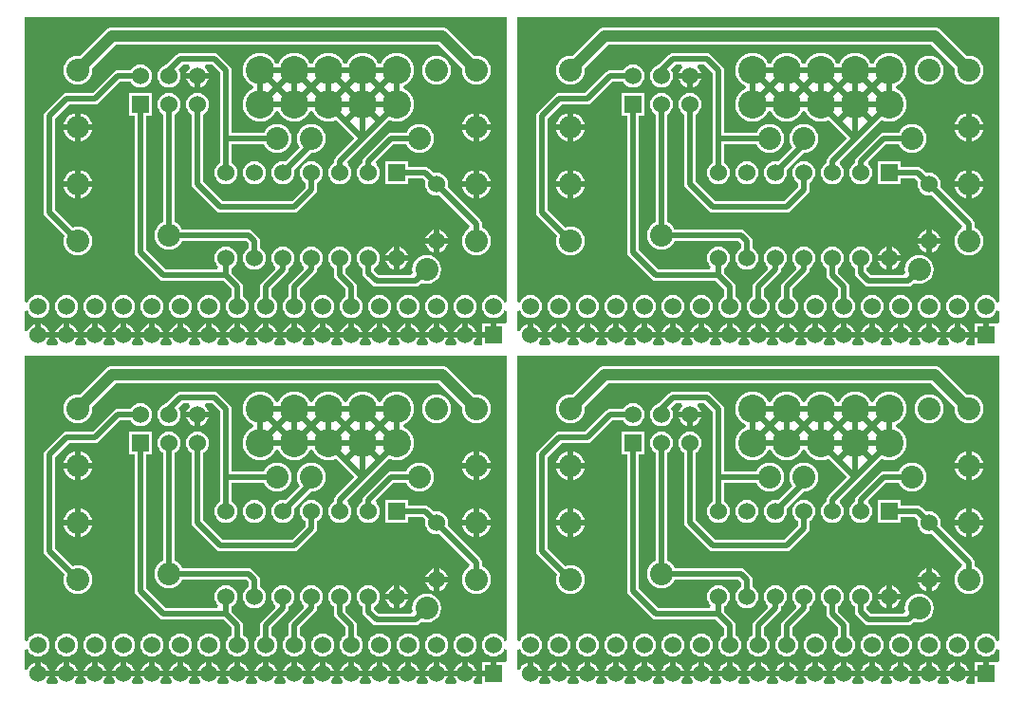
<source format=gtl>
G04*
G04 #@! TF.GenerationSoftware,Altium Limited,Altium Designer,18.1.9 (240)*
G04*
G04 Layer_Physical_Order=1*
G04 Layer_Color=255*
%FSLAX25Y25*%
%MOIN*%
G70*
G01*
G75*
%ADD10C,0.02000*%
%ADD11C,0.04000*%
%ADD12C,0.08000*%
%ADD13R,0.06000X0.06000*%
%ADD14C,0.06000*%
%ADD15C,0.10000*%
G36*
X571614Y335377D02*
X570614Y335178D01*
X570329Y335868D01*
X569688Y336703D01*
X568852Y337344D01*
X567879Y337747D01*
X566835Y337885D01*
X565790Y337747D01*
X564817Y337344D01*
X563982Y336703D01*
X563341Y335868D01*
X562938Y334895D01*
X562800Y333850D01*
X562938Y332806D01*
X563341Y331833D01*
X563982Y330998D01*
X564817Y330356D01*
X565790Y329953D01*
X566835Y329816D01*
X567879Y329953D01*
X568852Y330356D01*
X569688Y330998D01*
X570329Y331833D01*
X570614Y332523D01*
X571614Y332324D01*
Y328328D01*
X570819Y327835D01*
X567819D01*
Y323850D01*
X566835D01*
Y322866D01*
X562850D01*
Y320055D01*
X560076D01*
X559746Y320843D01*
X559712Y321055D01*
X560315Y321841D01*
X560716Y322810D01*
X560724Y322866D01*
X556835D01*
X552946D01*
X552953Y322810D01*
X553354Y321841D01*
X553958Y321055D01*
X553924Y320843D01*
X553593Y320055D01*
X550076D01*
X549746Y320843D01*
X549712Y321055D01*
X550315Y321841D01*
X550716Y322810D01*
X550724Y322866D01*
X546835D01*
X542946D01*
X542953Y322810D01*
X543354Y321841D01*
X543958Y321055D01*
X543924Y320843D01*
X543593Y320055D01*
X540076D01*
X539746Y320843D01*
X539712Y321055D01*
X540315Y321841D01*
X540716Y322810D01*
X540724Y322866D01*
X536835D01*
X532946D01*
X532953Y322810D01*
X533354Y321841D01*
X533958Y321055D01*
X533924Y320843D01*
X533593Y320055D01*
X530076D01*
X529746Y320843D01*
X529712Y321055D01*
X530315Y321841D01*
X530716Y322810D01*
X530724Y322866D01*
X526835D01*
X522946D01*
X522953Y322810D01*
X523354Y321841D01*
X523958Y321055D01*
X523924Y320843D01*
X523593Y320055D01*
X520076D01*
X519746Y320843D01*
X519712Y321055D01*
X520315Y321841D01*
X520716Y322810D01*
X520724Y322866D01*
X516835D01*
X512946D01*
X512953Y322810D01*
X513354Y321841D01*
X513958Y321055D01*
X513924Y320843D01*
X513593Y320055D01*
X510076D01*
X509746Y320843D01*
X509712Y321055D01*
X510315Y321841D01*
X510716Y322810D01*
X510724Y322866D01*
X506835D01*
X502946D01*
X502953Y322810D01*
X503354Y321841D01*
X503958Y321055D01*
X503924Y320843D01*
X503593Y320055D01*
X500076D01*
X499746Y320843D01*
X499712Y321055D01*
X500315Y321841D01*
X500716Y322810D01*
X500724Y322866D01*
X496835D01*
X492946D01*
X492953Y322810D01*
X493354Y321841D01*
X493958Y321055D01*
X493924Y320843D01*
X493593Y320055D01*
X490076D01*
X489746Y320843D01*
X489712Y321055D01*
X490315Y321841D01*
X490716Y322810D01*
X490724Y322866D01*
X486835D01*
X482946D01*
X482953Y322810D01*
X483354Y321841D01*
X483958Y321055D01*
X483924Y320843D01*
X483593Y320055D01*
X480076D01*
X479746Y320843D01*
X479712Y321055D01*
X480315Y321841D01*
X480716Y322810D01*
X480724Y322866D01*
X476835D01*
X472946D01*
X472953Y322810D01*
X473354Y321841D01*
X473958Y321055D01*
X473924Y320843D01*
X473593Y320055D01*
X470076D01*
X469746Y320843D01*
X469712Y321055D01*
X470315Y321841D01*
X470716Y322810D01*
X470724Y322866D01*
X466835D01*
X462946D01*
X462953Y322810D01*
X463354Y321841D01*
X463958Y321055D01*
X463924Y320843D01*
X463593Y320055D01*
X460076D01*
X459746Y320843D01*
X459712Y321055D01*
X460315Y321841D01*
X460716Y322810D01*
X460724Y322866D01*
X456835D01*
X452946D01*
X452953Y322810D01*
X453354Y321841D01*
X453958Y321055D01*
X453924Y320843D01*
X453593Y320055D01*
X450076D01*
X449746Y320843D01*
X449712Y321055D01*
X450315Y321841D01*
X450716Y322810D01*
X450724Y322866D01*
X446835D01*
X442946D01*
X442953Y322810D01*
X443354Y321841D01*
X443958Y321055D01*
X443924Y320843D01*
X443593Y320055D01*
X440076D01*
X439746Y320843D01*
X439712Y321055D01*
X440315Y321841D01*
X440716Y322810D01*
X440724Y322866D01*
X436835D01*
X432946D01*
X432953Y322810D01*
X433354Y321841D01*
X433958Y321055D01*
X433924Y320843D01*
X433593Y320055D01*
X430076D01*
X429746Y320843D01*
X429712Y321055D01*
X430315Y321841D01*
X430716Y322810D01*
X430724Y322866D01*
X426835D01*
X422946D01*
X422953Y322810D01*
X423354Y321841D01*
X423958Y321055D01*
X423924Y320843D01*
X423593Y320055D01*
X420076D01*
X419746Y320843D01*
X419712Y321055D01*
X420315Y321841D01*
X420716Y322810D01*
X420724Y322866D01*
X416835D01*
X412946D01*
X412953Y322810D01*
X413354Y321841D01*
X413958Y321055D01*
X413924Y320843D01*
X413593Y320055D01*
X410076D01*
X409746Y320843D01*
X409712Y321055D01*
X410315Y321841D01*
X410716Y322810D01*
X410724Y322866D01*
X406835D01*
Y323850D01*
X405850D01*
Y327739D01*
X405794Y327732D01*
X404825Y327331D01*
X403993Y326692D01*
X403354Y325860D01*
X403055Y325137D01*
X402055Y325336D01*
Y332324D01*
X403055Y332523D01*
X403341Y331833D01*
X403982Y330998D01*
X404817Y330356D01*
X405790Y329953D01*
X406835Y329816D01*
X407879Y329953D01*
X408852Y330356D01*
X409688Y330998D01*
X410329Y331833D01*
X410732Y332806D01*
X410869Y333850D01*
X410732Y334895D01*
X410329Y335868D01*
X409688Y336703D01*
X408852Y337344D01*
X407879Y337747D01*
X406835Y337885D01*
X405790Y337747D01*
X404817Y337344D01*
X403982Y336703D01*
X403341Y335868D01*
X403055Y335178D01*
X402055Y335377D01*
Y435614D01*
X571614D01*
Y335377D01*
D02*
G37*
G36*
X398630D02*
X397630Y335178D01*
X397344Y335868D01*
X396703Y336703D01*
X395868Y337344D01*
X394895Y337747D01*
X393850Y337885D01*
X392806Y337747D01*
X391833Y337344D01*
X390998Y336703D01*
X390356Y335868D01*
X389953Y334895D01*
X389816Y333850D01*
X389953Y332806D01*
X390356Y331833D01*
X390998Y330998D01*
X391833Y330356D01*
X392806Y329953D01*
X393850Y329816D01*
X394895Y329953D01*
X395868Y330356D01*
X396703Y330998D01*
X397344Y331833D01*
X397630Y332523D01*
X398630Y332324D01*
Y328328D01*
X397835Y327835D01*
X394835D01*
Y323850D01*
X393850D01*
Y322866D01*
X389866D01*
Y320055D01*
X387092D01*
X386761Y320843D01*
X386727Y321055D01*
X387331Y321841D01*
X387732Y322810D01*
X387739Y322866D01*
X383850D01*
X379961D01*
X379969Y322810D01*
X380370Y321841D01*
X380973Y321055D01*
X380940Y320843D01*
X380609Y320055D01*
X377092D01*
X376761Y320843D01*
X376727Y321055D01*
X377331Y321841D01*
X377732Y322810D01*
X377739Y322866D01*
X373850D01*
X369961D01*
X369969Y322810D01*
X370370Y321841D01*
X370973Y321055D01*
X370939Y320843D01*
X370609Y320055D01*
X367092D01*
X366761Y320843D01*
X366727Y321055D01*
X367331Y321841D01*
X367732Y322810D01*
X367739Y322866D01*
X363850D01*
X359961D01*
X359969Y322810D01*
X360370Y321841D01*
X360973Y321055D01*
X360940Y320843D01*
X360609Y320055D01*
X357092D01*
X356761Y320843D01*
X356727Y321055D01*
X357331Y321841D01*
X357732Y322810D01*
X357739Y322866D01*
X353850D01*
X349961D01*
X349969Y322810D01*
X350370Y321841D01*
X350973Y321055D01*
X350939Y320843D01*
X350609Y320055D01*
X347092D01*
X346761Y320843D01*
X346727Y321055D01*
X347331Y321841D01*
X347732Y322810D01*
X347739Y322866D01*
X343850D01*
X339961D01*
X339969Y322810D01*
X340370Y321841D01*
X340973Y321055D01*
X340939Y320843D01*
X340609Y320055D01*
X337092D01*
X336761Y320843D01*
X336727Y321055D01*
X337331Y321841D01*
X337732Y322810D01*
X337739Y322866D01*
X333850D01*
X329961D01*
X329969Y322810D01*
X330370Y321841D01*
X330973Y321055D01*
X330940Y320843D01*
X330609Y320055D01*
X327092D01*
X326761Y320843D01*
X326727Y321055D01*
X327331Y321841D01*
X327732Y322810D01*
X327739Y322866D01*
X323850D01*
X319961D01*
X319969Y322810D01*
X320370Y321841D01*
X320973Y321055D01*
X320939Y320843D01*
X320609Y320055D01*
X317092D01*
X316761Y320843D01*
X316727Y321055D01*
X317331Y321841D01*
X317732Y322810D01*
X317739Y322866D01*
X313850D01*
X309961D01*
X309969Y322810D01*
X310370Y321841D01*
X310973Y321055D01*
X310940Y320843D01*
X310609Y320055D01*
X307092D01*
X306761Y320843D01*
X306727Y321055D01*
X307331Y321841D01*
X307732Y322810D01*
X307739Y322866D01*
X303850D01*
X299961D01*
X299969Y322810D01*
X300370Y321841D01*
X300973Y321055D01*
X300939Y320843D01*
X300609Y320055D01*
X297092D01*
X296761Y320843D01*
X296727Y321055D01*
X297331Y321841D01*
X297732Y322810D01*
X297739Y322866D01*
X293850D01*
X289961D01*
X289969Y322810D01*
X290370Y321841D01*
X290973Y321055D01*
X290939Y320843D01*
X290609Y320055D01*
X287092D01*
X286761Y320843D01*
X286727Y321055D01*
X287331Y321841D01*
X287732Y322810D01*
X287739Y322866D01*
X283850D01*
X279961D01*
X279969Y322810D01*
X280370Y321841D01*
X280973Y321055D01*
X280940Y320843D01*
X280609Y320055D01*
X277092D01*
X276761Y320843D01*
X276727Y321055D01*
X277331Y321841D01*
X277732Y322810D01*
X277739Y322866D01*
X273850D01*
X269961D01*
X269969Y322810D01*
X270370Y321841D01*
X270973Y321055D01*
X270939Y320843D01*
X270609Y320055D01*
X267092D01*
X266761Y320843D01*
X266727Y321055D01*
X267331Y321841D01*
X267732Y322810D01*
X267739Y322866D01*
X263850D01*
X259961D01*
X259969Y322810D01*
X260370Y321841D01*
X260973Y321055D01*
X260940Y320843D01*
X260609Y320055D01*
X257092D01*
X256761Y320843D01*
X256727Y321055D01*
X257331Y321841D01*
X257732Y322810D01*
X257739Y322866D01*
X253850D01*
X249961D01*
X249969Y322810D01*
X250370Y321841D01*
X250973Y321055D01*
X250939Y320843D01*
X250609Y320055D01*
X247092D01*
X246761Y320843D01*
X246727Y321055D01*
X247331Y321841D01*
X247732Y322810D01*
X247739Y322866D01*
X243850D01*
X239961D01*
X239969Y322810D01*
X240370Y321841D01*
X240973Y321055D01*
X240939Y320843D01*
X240609Y320055D01*
X237092D01*
X236761Y320843D01*
X236727Y321055D01*
X237331Y321841D01*
X237732Y322810D01*
X237739Y322866D01*
X233850D01*
Y323850D01*
X232866D01*
Y327739D01*
X232810Y327732D01*
X231841Y327331D01*
X231009Y326692D01*
X230370Y325860D01*
X230071Y325137D01*
X229071Y325336D01*
Y332324D01*
X230071Y332523D01*
X230356Y331833D01*
X230998Y330998D01*
X231833Y330356D01*
X232806Y329953D01*
X233850Y329816D01*
X234895Y329953D01*
X235868Y330356D01*
X236703Y330998D01*
X237344Y331833D01*
X237747Y332806D01*
X237885Y333850D01*
X237747Y334895D01*
X237344Y335868D01*
X236703Y336703D01*
X235868Y337344D01*
X234895Y337747D01*
X233850Y337885D01*
X232806Y337747D01*
X231833Y337344D01*
X230998Y336703D01*
X230356Y335868D01*
X230071Y335178D01*
X229071Y335377D01*
Y435614D01*
X398630D01*
Y335377D01*
D02*
G37*
G36*
X571614Y216393D02*
X570614Y216194D01*
X570329Y216883D01*
X569688Y217719D01*
X568852Y218360D01*
X567879Y218763D01*
X566835Y218901D01*
X565790Y218763D01*
X564817Y218360D01*
X563982Y217719D01*
X563341Y216883D01*
X562938Y215910D01*
X562800Y214866D01*
X562938Y213822D01*
X563341Y212849D01*
X563982Y212013D01*
X564817Y211372D01*
X565790Y210969D01*
X566835Y210832D01*
X567879Y210969D01*
X568852Y211372D01*
X569688Y212013D01*
X570329Y212849D01*
X570614Y213539D01*
X571614Y213340D01*
Y209344D01*
X570819Y208850D01*
X567819D01*
Y204866D01*
X566835D01*
Y203882D01*
X562850D01*
Y201071D01*
X560076D01*
X559746Y201859D01*
X559712Y202071D01*
X560315Y202857D01*
X560716Y203826D01*
X560724Y203882D01*
X556835D01*
X552946D01*
X552953Y203826D01*
X553354Y202857D01*
X553958Y202071D01*
X553924Y201859D01*
X553593Y201071D01*
X550076D01*
X549746Y201859D01*
X549712Y202071D01*
X550315Y202857D01*
X550716Y203826D01*
X550724Y203882D01*
X546835D01*
X542946D01*
X542953Y203826D01*
X543354Y202857D01*
X543958Y202071D01*
X543924Y201859D01*
X543593Y201071D01*
X540076D01*
X539746Y201859D01*
X539712Y202071D01*
X540315Y202857D01*
X540716Y203826D01*
X540724Y203882D01*
X536835D01*
X532946D01*
X532953Y203826D01*
X533354Y202857D01*
X533958Y202071D01*
X533924Y201859D01*
X533593Y201071D01*
X530076D01*
X529746Y201859D01*
X529712Y202071D01*
X530315Y202857D01*
X530716Y203826D01*
X530724Y203882D01*
X526835D01*
X522946D01*
X522953Y203826D01*
X523354Y202857D01*
X523958Y202071D01*
X523924Y201859D01*
X523593Y201071D01*
X520076D01*
X519746Y201859D01*
X519712Y202071D01*
X520315Y202857D01*
X520716Y203826D01*
X520724Y203882D01*
X516835D01*
X512946D01*
X512953Y203826D01*
X513354Y202857D01*
X513958Y202071D01*
X513924Y201859D01*
X513593Y201071D01*
X510076D01*
X509746Y201859D01*
X509712Y202071D01*
X510315Y202857D01*
X510716Y203826D01*
X510724Y203882D01*
X506835D01*
X502946D01*
X502953Y203826D01*
X503354Y202857D01*
X503958Y202071D01*
X503924Y201859D01*
X503593Y201071D01*
X500076D01*
X499746Y201859D01*
X499712Y202071D01*
X500315Y202857D01*
X500716Y203826D01*
X500724Y203882D01*
X496835D01*
X492946D01*
X492953Y203826D01*
X493354Y202857D01*
X493958Y202071D01*
X493924Y201859D01*
X493593Y201071D01*
X490076D01*
X489746Y201859D01*
X489712Y202071D01*
X490315Y202857D01*
X490716Y203826D01*
X490724Y203882D01*
X486835D01*
X482946D01*
X482953Y203826D01*
X483354Y202857D01*
X483958Y202071D01*
X483924Y201859D01*
X483593Y201071D01*
X480076D01*
X479746Y201859D01*
X479712Y202071D01*
X480315Y202857D01*
X480716Y203826D01*
X480724Y203882D01*
X476835D01*
X472946D01*
X472953Y203826D01*
X473354Y202857D01*
X473958Y202071D01*
X473924Y201859D01*
X473593Y201071D01*
X470076D01*
X469746Y201859D01*
X469712Y202071D01*
X470315Y202857D01*
X470716Y203826D01*
X470724Y203882D01*
X466835D01*
X462946D01*
X462953Y203826D01*
X463354Y202857D01*
X463958Y202071D01*
X463924Y201859D01*
X463593Y201071D01*
X460076D01*
X459746Y201859D01*
X459712Y202071D01*
X460315Y202857D01*
X460716Y203826D01*
X460724Y203882D01*
X456835D01*
X452946D01*
X452953Y203826D01*
X453354Y202857D01*
X453958Y202071D01*
X453924Y201859D01*
X453593Y201071D01*
X450076D01*
X449746Y201859D01*
X449712Y202071D01*
X450315Y202857D01*
X450716Y203826D01*
X450724Y203882D01*
X446835D01*
X442946D01*
X442953Y203826D01*
X443354Y202857D01*
X443958Y202071D01*
X443924Y201859D01*
X443593Y201071D01*
X440076D01*
X439746Y201859D01*
X439712Y202071D01*
X440315Y202857D01*
X440716Y203826D01*
X440724Y203882D01*
X436835D01*
X432946D01*
X432953Y203826D01*
X433354Y202857D01*
X433958Y202071D01*
X433924Y201859D01*
X433593Y201071D01*
X430076D01*
X429746Y201859D01*
X429712Y202071D01*
X430315Y202857D01*
X430716Y203826D01*
X430724Y203882D01*
X426835D01*
X422946D01*
X422953Y203826D01*
X423354Y202857D01*
X423958Y202071D01*
X423924Y201859D01*
X423593Y201071D01*
X420076D01*
X419746Y201859D01*
X419712Y202071D01*
X420315Y202857D01*
X420716Y203826D01*
X420724Y203882D01*
X416835D01*
X412946D01*
X412953Y203826D01*
X413354Y202857D01*
X413958Y202071D01*
X413924Y201859D01*
X413593Y201071D01*
X410076D01*
X409746Y201859D01*
X409712Y202071D01*
X410315Y202857D01*
X410716Y203826D01*
X410724Y203882D01*
X406835D01*
Y204866D01*
X405850D01*
Y208755D01*
X405794Y208748D01*
X404825Y208346D01*
X403993Y207708D01*
X403354Y206875D01*
X403055Y206153D01*
X402055Y206351D01*
Y213340D01*
X403055Y213539D01*
X403341Y212849D01*
X403982Y212013D01*
X404817Y211372D01*
X405790Y210969D01*
X406835Y210832D01*
X407879Y210969D01*
X408852Y211372D01*
X409688Y212013D01*
X410329Y212849D01*
X410732Y213822D01*
X410869Y214866D01*
X410732Y215910D01*
X410329Y216883D01*
X409688Y217719D01*
X408852Y218360D01*
X407879Y218763D01*
X406835Y218901D01*
X405790Y218763D01*
X404817Y218360D01*
X403982Y217719D01*
X403341Y216883D01*
X403055Y216194D01*
X402055Y216393D01*
Y316630D01*
X571614D01*
Y216393D01*
D02*
G37*
G36*
X398630D02*
X397630Y216194D01*
X397344Y216883D01*
X396703Y217719D01*
X395868Y218360D01*
X394895Y218763D01*
X393850Y218901D01*
X392806Y218763D01*
X391833Y218360D01*
X390998Y217719D01*
X390356Y216883D01*
X389953Y215910D01*
X389816Y214866D01*
X389953Y213822D01*
X390356Y212849D01*
X390998Y212013D01*
X391833Y211372D01*
X392806Y210969D01*
X393850Y210832D01*
X394895Y210969D01*
X395868Y211372D01*
X396703Y212013D01*
X397344Y212849D01*
X397630Y213539D01*
X398630Y213340D01*
Y209344D01*
X397835Y208850D01*
X394835D01*
Y204866D01*
X393850D01*
Y203882D01*
X389866D01*
Y201071D01*
X387092D01*
X386761Y201859D01*
X386727Y202071D01*
X387331Y202857D01*
X387732Y203826D01*
X387739Y203882D01*
X383850D01*
X379961D01*
X379969Y203826D01*
X380370Y202857D01*
X380973Y202071D01*
X380940Y201859D01*
X380609Y201071D01*
X377092D01*
X376761Y201859D01*
X376727Y202071D01*
X377331Y202857D01*
X377732Y203826D01*
X377739Y203882D01*
X373850D01*
X369961D01*
X369969Y203826D01*
X370370Y202857D01*
X370973Y202071D01*
X370939Y201859D01*
X370609Y201071D01*
X367092D01*
X366761Y201859D01*
X366727Y202071D01*
X367331Y202857D01*
X367732Y203826D01*
X367739Y203882D01*
X363850D01*
X359961D01*
X359969Y203826D01*
X360370Y202857D01*
X360973Y202071D01*
X360940Y201859D01*
X360609Y201071D01*
X357092D01*
X356761Y201859D01*
X356727Y202071D01*
X357331Y202857D01*
X357732Y203826D01*
X357739Y203882D01*
X353850D01*
X349961D01*
X349969Y203826D01*
X350370Y202857D01*
X350973Y202071D01*
X350939Y201859D01*
X350609Y201071D01*
X347092D01*
X346761Y201859D01*
X346727Y202071D01*
X347331Y202857D01*
X347732Y203826D01*
X347739Y203882D01*
X343850D01*
X339961D01*
X339969Y203826D01*
X340370Y202857D01*
X340973Y202071D01*
X340939Y201859D01*
X340609Y201071D01*
X337092D01*
X336761Y201859D01*
X336727Y202071D01*
X337331Y202857D01*
X337732Y203826D01*
X337739Y203882D01*
X333850D01*
X329961D01*
X329969Y203826D01*
X330370Y202857D01*
X330973Y202071D01*
X330940Y201859D01*
X330609Y201071D01*
X327092D01*
X326761Y201859D01*
X326727Y202071D01*
X327331Y202857D01*
X327732Y203826D01*
X327739Y203882D01*
X323850D01*
X319961D01*
X319969Y203826D01*
X320370Y202857D01*
X320973Y202071D01*
X320939Y201859D01*
X320609Y201071D01*
X317092D01*
X316761Y201859D01*
X316727Y202071D01*
X317331Y202857D01*
X317732Y203826D01*
X317739Y203882D01*
X313850D01*
X309961D01*
X309969Y203826D01*
X310370Y202857D01*
X310973Y202071D01*
X310940Y201859D01*
X310609Y201071D01*
X307092D01*
X306761Y201859D01*
X306727Y202071D01*
X307331Y202857D01*
X307732Y203826D01*
X307739Y203882D01*
X303850D01*
X299961D01*
X299969Y203826D01*
X300370Y202857D01*
X300973Y202071D01*
X300939Y201859D01*
X300609Y201071D01*
X297092D01*
X296761Y201859D01*
X296727Y202071D01*
X297331Y202857D01*
X297732Y203826D01*
X297739Y203882D01*
X293850D01*
X289961D01*
X289969Y203826D01*
X290370Y202857D01*
X290973Y202071D01*
X290939Y201859D01*
X290609Y201071D01*
X287092D01*
X286761Y201859D01*
X286727Y202071D01*
X287331Y202857D01*
X287732Y203826D01*
X287739Y203882D01*
X283850D01*
X279961D01*
X279969Y203826D01*
X280370Y202857D01*
X280973Y202071D01*
X280940Y201859D01*
X280609Y201071D01*
X277092D01*
X276761Y201859D01*
X276727Y202071D01*
X277331Y202857D01*
X277732Y203826D01*
X277739Y203882D01*
X273850D01*
X269961D01*
X269969Y203826D01*
X270370Y202857D01*
X270973Y202071D01*
X270939Y201859D01*
X270609Y201071D01*
X267092D01*
X266761Y201859D01*
X266727Y202071D01*
X267331Y202857D01*
X267732Y203826D01*
X267739Y203882D01*
X263850D01*
X259961D01*
X259969Y203826D01*
X260370Y202857D01*
X260973Y202071D01*
X260940Y201859D01*
X260609Y201071D01*
X257092D01*
X256761Y201859D01*
X256727Y202071D01*
X257331Y202857D01*
X257732Y203826D01*
X257739Y203882D01*
X253850D01*
X249961D01*
X249969Y203826D01*
X250370Y202857D01*
X250973Y202071D01*
X250939Y201859D01*
X250609Y201071D01*
X247092D01*
X246761Y201859D01*
X246727Y202071D01*
X247331Y202857D01*
X247732Y203826D01*
X247739Y203882D01*
X243850D01*
X239961D01*
X239969Y203826D01*
X240370Y202857D01*
X240973Y202071D01*
X240939Y201859D01*
X240609Y201071D01*
X237092D01*
X236761Y201859D01*
X236727Y202071D01*
X237331Y202857D01*
X237732Y203826D01*
X237739Y203882D01*
X233850D01*
Y204866D01*
X232866D01*
Y208755D01*
X232810Y208748D01*
X231841Y208346D01*
X231009Y207708D01*
X230370Y206875D01*
X230071Y206153D01*
X229071Y206351D01*
Y213340D01*
X230071Y213539D01*
X230356Y212849D01*
X230998Y212013D01*
X231833Y211372D01*
X232806Y210969D01*
X233850Y210832D01*
X234895Y210969D01*
X235868Y211372D01*
X236703Y212013D01*
X237344Y212849D01*
X237747Y213822D01*
X237885Y214866D01*
X237747Y215910D01*
X237344Y216883D01*
X236703Y217719D01*
X235868Y218360D01*
X234895Y218763D01*
X233850Y218901D01*
X232806Y218763D01*
X231833Y218360D01*
X230998Y217719D01*
X230356Y216883D01*
X230071Y216194D01*
X229071Y216393D01*
Y316630D01*
X398630D01*
Y216393D01*
D02*
G37*
%LPC*%
G36*
X532835Y422864D02*
X531658Y422748D01*
X530527Y422405D01*
X529485Y421848D01*
X528572Y421098D01*
X527822Y420184D01*
X527383Y419363D01*
X526884Y419250D01*
X526785D01*
X526287Y419363D01*
X525848Y420184D01*
X525098Y421098D01*
X524184Y421848D01*
X523142Y422405D01*
X522011Y422748D01*
X520835Y422864D01*
X519658Y422748D01*
X518527Y422405D01*
X517485Y421848D01*
X516572Y421098D01*
X515822Y420184D01*
X515383Y419363D01*
X514884Y419250D01*
X514785D01*
X514287Y419363D01*
X513848Y420184D01*
X513098Y421098D01*
X512184Y421848D01*
X511142Y422405D01*
X510011Y422748D01*
X508835Y422864D01*
X507658Y422748D01*
X506527Y422405D01*
X505485Y421848D01*
X504571Y421098D01*
X503822Y420184D01*
X503383Y419363D01*
X502884Y419250D01*
X502785D01*
X502287Y419363D01*
X501848Y420184D01*
X501098Y421098D01*
X500184Y421848D01*
X499142Y422405D01*
X498011Y422748D01*
X496835Y422864D01*
X495658Y422748D01*
X494527Y422405D01*
X493485Y421848D01*
X492571Y421098D01*
X491822Y420184D01*
X491383Y419363D01*
X490884Y419250D01*
X490785D01*
X490287Y419363D01*
X489848Y420184D01*
X489098Y421098D01*
X488184Y421848D01*
X487142Y422405D01*
X486011Y422748D01*
X484835Y422864D01*
X483658Y422748D01*
X482527Y422405D01*
X481485Y421848D01*
X480572Y421098D01*
X479822Y420184D01*
X479264Y419142D01*
X478922Y418011D01*
X478806Y416835D01*
X478922Y415658D01*
X479264Y414527D01*
X479822Y413485D01*
X480572Y412571D01*
X481485Y411822D01*
X482306Y411383D01*
X482419Y410884D01*
Y410785D01*
X482306Y410287D01*
X481485Y409848D01*
X480572Y409098D01*
X479822Y408184D01*
X479264Y407142D01*
X478922Y406011D01*
X478806Y404835D01*
X478922Y403658D01*
X479264Y402527D01*
X479822Y401485D01*
X480572Y400571D01*
X481485Y399822D01*
X482527Y399265D01*
X483658Y398921D01*
X484835Y398806D01*
X486011Y398921D01*
X487142Y399265D01*
X488184Y399822D01*
X489098Y400571D01*
X489848Y401485D01*
X490287Y402306D01*
X490785Y402419D01*
X490884D01*
X491383Y402306D01*
X491822Y401485D01*
X492571Y400571D01*
X493485Y399822D01*
X494527Y399265D01*
X495658Y398921D01*
X496835Y398806D01*
X498011Y398921D01*
X499142Y399265D01*
X500184Y399822D01*
X501098Y400571D01*
X501848Y401485D01*
X502287Y402306D01*
X502785Y402419D01*
X502884D01*
X503383Y402306D01*
X503822Y401485D01*
X504571Y400571D01*
X505485Y399822D01*
X506527Y399265D01*
X507658Y398921D01*
X508835Y398806D01*
X510011Y398921D01*
X511142Y399265D01*
X511389Y399397D01*
X513393Y397393D01*
X517951Y392835D01*
X511393Y386277D01*
X510951Y385615D01*
X510795Y384835D01*
Y384312D01*
X509982Y383687D01*
X509341Y382852D01*
X508938Y381879D01*
X508800Y380835D01*
X508938Y379790D01*
X509341Y378817D01*
X509982Y377982D01*
X510817Y377341D01*
X511790Y376938D01*
X512835Y376800D01*
X513879Y376938D01*
X514852Y377341D01*
X515688Y377982D01*
X516329Y378817D01*
X516732Y379790D01*
X516869Y380835D01*
X516732Y381879D01*
X516329Y382852D01*
X515688Y383687D01*
X515658Y383710D01*
X515592Y384708D01*
X522277Y391393D01*
X528277Y397393D01*
X530280Y399397D01*
X530527Y399265D01*
X531658Y398921D01*
X532835Y398806D01*
X534011Y398921D01*
X535142Y399265D01*
X536184Y399822D01*
X537098Y400571D01*
X537848Y401485D01*
X538405Y402527D01*
X538748Y403658D01*
X538864Y404835D01*
X538748Y406011D01*
X538405Y407142D01*
X537848Y408184D01*
X537098Y409098D01*
X536184Y409848D01*
X535363Y410287D01*
X535250Y410785D01*
Y410884D01*
X535363Y411383D01*
X536184Y411822D01*
X537098Y412571D01*
X537848Y413485D01*
X538405Y414527D01*
X538748Y415658D01*
X538864Y416835D01*
X538748Y418011D01*
X538405Y419142D01*
X537848Y420184D01*
X537098Y421098D01*
X536184Y421848D01*
X535142Y422405D01*
X534011Y422748D01*
X532835Y422864D01*
D02*
G37*
G36*
X548835Y431860D02*
X432835D01*
X432052Y431757D01*
X431322Y431455D01*
X430695Y430974D01*
X421510Y421789D01*
X420835Y421878D01*
X419529Y421706D01*
X418313Y421202D01*
X417269Y420401D01*
X416467Y419356D01*
X415963Y418140D01*
X415792Y416835D01*
X415963Y415529D01*
X416467Y414313D01*
X417269Y413269D01*
X418313Y412467D01*
X419529Y411963D01*
X420835Y411792D01*
X422140Y411963D01*
X423356Y412467D01*
X424401Y413269D01*
X425202Y414313D01*
X425706Y415529D01*
X425878Y416835D01*
X425789Y417510D01*
X434088Y425809D01*
X547581D01*
X555880Y417510D01*
X555792Y416835D01*
X555963Y415529D01*
X556467Y414313D01*
X557269Y413269D01*
X558313Y412467D01*
X559529Y411963D01*
X560835Y411792D01*
X562140Y411963D01*
X563356Y412467D01*
X564401Y413269D01*
X565202Y414313D01*
X565706Y415529D01*
X565878Y416835D01*
X565706Y418140D01*
X565202Y419356D01*
X564401Y420401D01*
X563356Y421202D01*
X562140Y421706D01*
X560835Y421878D01*
X560160Y421789D01*
X550974Y430974D01*
X550348Y431455D01*
X549618Y431757D01*
X548835Y431860D01*
D02*
G37*
G36*
X546835Y421878D02*
X545529Y421706D01*
X544313Y421202D01*
X543269Y420401D01*
X542467Y419356D01*
X541963Y418140D01*
X541791Y416835D01*
X541963Y415529D01*
X542467Y414313D01*
X543269Y413269D01*
X544313Y412467D01*
X545529Y411963D01*
X546835Y411792D01*
X548140Y411963D01*
X549356Y412467D01*
X550401Y413269D01*
X551202Y414313D01*
X551706Y415529D01*
X551878Y416835D01*
X551706Y418140D01*
X551202Y419356D01*
X550401Y420401D01*
X549356Y421202D01*
X548140Y421706D01*
X546835Y421878D01*
D02*
G37*
G36*
X466724Y413850D02*
X463819D01*
Y410946D01*
X463875Y410953D01*
X464844Y411354D01*
X465676Y411993D01*
X466315Y412825D01*
X466716Y413795D01*
X466724Y413850D01*
D02*
G37*
G36*
X461850D02*
X458946D01*
X458953Y413795D01*
X459354Y412825D01*
X459993Y411993D01*
X460825Y411354D01*
X461795Y410953D01*
X461850Y410946D01*
Y413850D01*
D02*
G37*
G36*
X442835Y418874D02*
X442765Y418860D01*
X441790Y418732D01*
X440817Y418329D01*
X439982Y417688D01*
X439358Y416874D01*
X434835D01*
X434054Y416719D01*
X433393Y416277D01*
X425990Y408874D01*
X416835D01*
X416054Y408719D01*
X415393Y408277D01*
X409393Y402277D01*
X408951Y401615D01*
X408795Y400835D01*
Y366835D01*
X408951Y366054D01*
X409393Y365393D01*
X416163Y358622D01*
X415963Y358140D01*
X415792Y356835D01*
X415963Y355529D01*
X416467Y354313D01*
X417269Y353269D01*
X418313Y352467D01*
X419529Y351963D01*
X420835Y351792D01*
X422140Y351963D01*
X423356Y352467D01*
X424401Y353269D01*
X425202Y354313D01*
X425706Y355529D01*
X425878Y356835D01*
X425706Y358140D01*
X425202Y359356D01*
X424401Y360401D01*
X423356Y361202D01*
X422140Y361706D01*
X420835Y361878D01*
X419529Y361706D01*
X419047Y361506D01*
X412874Y367679D01*
Y399990D01*
X417679Y404796D01*
X426835D01*
X427615Y404951D01*
X428277Y405393D01*
X435679Y412795D01*
X439358D01*
X439982Y411982D01*
X440817Y411341D01*
X441790Y410938D01*
X442835Y410800D01*
X443879Y410938D01*
X444852Y411341D01*
X445687Y411982D01*
X446329Y412817D01*
X446732Y413790D01*
X446869Y414835D01*
X446732Y415879D01*
X446329Y416852D01*
X445687Y417688D01*
X444852Y418329D01*
X443879Y418732D01*
X442904Y418860D01*
X442835Y418874D01*
D02*
G37*
G36*
X561819Y401732D02*
Y397819D01*
X565732D01*
X565691Y398136D01*
X565188Y399348D01*
X564390Y400389D01*
X563348Y401188D01*
X562136Y401691D01*
X561819Y401732D01*
D02*
G37*
G36*
X421819D02*
Y397819D01*
X425732D01*
X425691Y398136D01*
X425188Y399348D01*
X424390Y400389D01*
X423348Y401188D01*
X422136Y401691D01*
X421819Y401732D01*
D02*
G37*
G36*
X559850D02*
X559534Y401691D01*
X558321Y401188D01*
X557280Y400389D01*
X556481Y399348D01*
X555979Y398136D01*
X555937Y397819D01*
X559850D01*
Y401732D01*
D02*
G37*
G36*
X419850D02*
X419533Y401691D01*
X418321Y401188D01*
X417280Y400389D01*
X416481Y399348D01*
X415979Y398136D01*
X415937Y397819D01*
X419850D01*
Y401732D01*
D02*
G37*
G36*
X565732Y395850D02*
X561819D01*
Y391937D01*
X562136Y391979D01*
X563348Y392481D01*
X564390Y393280D01*
X565188Y394321D01*
X565691Y395533D01*
X565732Y395850D01*
D02*
G37*
G36*
X425732D02*
X421819D01*
Y391937D01*
X422136Y391979D01*
X423348Y392481D01*
X424390Y393280D01*
X425188Y394321D01*
X425691Y395533D01*
X425732Y395850D01*
D02*
G37*
G36*
X559850D02*
X555937D01*
X555979Y395533D01*
X556481Y394321D01*
X557280Y393280D01*
X558321Y392481D01*
X559534Y391979D01*
X559850Y391937D01*
Y395850D01*
D02*
G37*
G36*
X419850D02*
X415937D01*
X415979Y395533D01*
X416481Y394321D01*
X417280Y393280D01*
X418321Y392481D01*
X419533Y391979D01*
X419850Y391937D01*
Y395850D01*
D02*
G37*
G36*
X540835Y397878D02*
X539529Y397706D01*
X538313Y397202D01*
X537269Y396401D01*
X536467Y395356D01*
X536267Y394874D01*
X530835D01*
X530054Y394719D01*
X529393Y394277D01*
X521393Y386277D01*
X520951Y385615D01*
X520795Y384835D01*
Y384312D01*
X519982Y383687D01*
X519341Y382852D01*
X518938Y381879D01*
X518800Y380835D01*
X518938Y379790D01*
X519341Y378817D01*
X519982Y377982D01*
X520817Y377341D01*
X521790Y376938D01*
X522835Y376800D01*
X523879Y376938D01*
X524852Y377341D01*
X525688Y377982D01*
X526329Y378817D01*
X526732Y379790D01*
X526869Y380835D01*
X526732Y381879D01*
X526329Y382852D01*
X525688Y383687D01*
X525658Y383710D01*
X525592Y384708D01*
X531679Y390795D01*
X536267D01*
X536467Y390313D01*
X537269Y389269D01*
X538313Y388467D01*
X539529Y387963D01*
X540835Y387791D01*
X542140Y387963D01*
X543356Y388467D01*
X544401Y389269D01*
X545202Y390313D01*
X545706Y391529D01*
X545878Y392835D01*
X545706Y394140D01*
X545202Y395356D01*
X544401Y396401D01*
X543356Y397202D01*
X542140Y397706D01*
X540835Y397878D01*
D02*
G37*
G36*
X502835D02*
X501529Y397706D01*
X500313Y397202D01*
X499269Y396401D01*
X498467Y395356D01*
X497963Y394140D01*
X497791Y392835D01*
X497963Y391529D01*
X498467Y390313D01*
X498885Y389769D01*
X493852Y384735D01*
X492835Y384869D01*
X491790Y384732D01*
X490817Y384329D01*
X489982Y383687D01*
X489341Y382852D01*
X488938Y381879D01*
X488800Y380835D01*
X488938Y379790D01*
X489341Y378817D01*
X489982Y377982D01*
X490817Y377341D01*
X491790Y376938D01*
X492835Y376800D01*
X493879Y376938D01*
X494852Y377341D01*
X495687Y377982D01*
X496329Y378817D01*
X496732Y379790D01*
X496860Y380765D01*
X496874Y380835D01*
Y381990D01*
X502694Y387810D01*
X502835Y387791D01*
X504140Y387963D01*
X505356Y388467D01*
X506401Y389269D01*
X507202Y390313D01*
X507706Y391529D01*
X507878Y392835D01*
X507706Y394140D01*
X507202Y395356D01*
X506401Y396401D01*
X505356Y397202D01*
X504140Y397706D01*
X502835Y397878D01*
D02*
G37*
G36*
X468835Y422874D02*
X456835D01*
X456054Y422719D01*
X455393Y422277D01*
X451857Y418740D01*
X451790Y418732D01*
X450817Y418329D01*
X449982Y417688D01*
X449341Y416852D01*
X448938Y415879D01*
X448800Y414835D01*
X448938Y413790D01*
X449341Y412817D01*
X449982Y411982D01*
X450817Y411341D01*
X451790Y410938D01*
X452835Y410800D01*
X453879Y410938D01*
X454852Y411341D01*
X455688Y411982D01*
X456329Y412817D01*
X456732Y413790D01*
X456869Y414835D01*
X456732Y415879D01*
X456329Y416852D01*
X456071Y417187D01*
X457679Y418795D01*
X459809D01*
X460148Y417796D01*
X459993Y417676D01*
X459354Y416844D01*
X458953Y415875D01*
X458946Y415819D01*
X466724D01*
X466716Y415875D01*
X466315Y416844D01*
X465676Y417676D01*
X465521Y417796D01*
X465860Y418795D01*
X467990D01*
X470795Y415990D01*
Y392835D01*
Y384312D01*
X469982Y383687D01*
X469341Y382852D01*
X468938Y381879D01*
X468800Y380835D01*
X468938Y379790D01*
X469341Y378817D01*
X469982Y377982D01*
X470817Y377341D01*
X471790Y376938D01*
X472835Y376800D01*
X473879Y376938D01*
X474852Y377341D01*
X475688Y377982D01*
X476329Y378817D01*
X476732Y379790D01*
X476869Y380835D01*
X476732Y381879D01*
X476329Y382852D01*
X475688Y383687D01*
X474874Y384312D01*
Y390795D01*
X486267D01*
X486467Y390313D01*
X487269Y389269D01*
X488313Y388467D01*
X489529Y387963D01*
X490835Y387791D01*
X492140Y387963D01*
X493356Y388467D01*
X494401Y389269D01*
X495202Y390313D01*
X495706Y391529D01*
X495878Y392835D01*
X495706Y394140D01*
X495202Y395356D01*
X494401Y396401D01*
X493356Y397202D01*
X492140Y397706D01*
X490835Y397878D01*
X489529Y397706D01*
X488313Y397202D01*
X487269Y396401D01*
X486467Y395356D01*
X486267Y394874D01*
X474874D01*
Y416835D01*
X474719Y417615D01*
X474277Y418277D01*
X470277Y422277D01*
X469615Y422719D01*
X468835Y422874D01*
D02*
G37*
G36*
X561819Y381732D02*
Y377819D01*
X565732D01*
X565691Y378136D01*
X565188Y379348D01*
X564390Y380389D01*
X563348Y381188D01*
X562136Y381691D01*
X561819Y381732D01*
D02*
G37*
G36*
X421819D02*
Y377819D01*
X425732D01*
X425691Y378136D01*
X425188Y379348D01*
X424390Y380389D01*
X423348Y381188D01*
X422136Y381691D01*
X421819Y381732D01*
D02*
G37*
G36*
X559850D02*
X559534Y381691D01*
X558321Y381188D01*
X557280Y380389D01*
X556481Y379348D01*
X555979Y378136D01*
X555937Y377819D01*
X559850D01*
Y381732D01*
D02*
G37*
G36*
X419850D02*
X419533Y381691D01*
X418321Y381188D01*
X417280Y380389D01*
X416481Y379348D01*
X415979Y378136D01*
X415937Y377819D01*
X419850D01*
Y381732D01*
D02*
G37*
G36*
X482835Y384869D02*
X481790Y384732D01*
X480817Y384329D01*
X479982Y383687D01*
X479341Y382852D01*
X478938Y381879D01*
X478800Y380835D01*
X478938Y379790D01*
X479341Y378817D01*
X479982Y377982D01*
X480817Y377341D01*
X481790Y376938D01*
X482835Y376800D01*
X483879Y376938D01*
X484852Y377341D01*
X485687Y377982D01*
X486329Y378817D01*
X486732Y379790D01*
X486869Y380835D01*
X486732Y381879D01*
X486329Y382852D01*
X485687Y383687D01*
X484852Y384329D01*
X483879Y384732D01*
X482835Y384869D01*
D02*
G37*
G36*
X565732Y375850D02*
X561819D01*
Y371937D01*
X562136Y371979D01*
X563348Y372481D01*
X564390Y373280D01*
X565188Y374321D01*
X565691Y375534D01*
X565732Y375850D01*
D02*
G37*
G36*
X425732D02*
X421819D01*
Y371937D01*
X422136Y371979D01*
X423348Y372481D01*
X424390Y373280D01*
X425188Y374321D01*
X425691Y375534D01*
X425732Y375850D01*
D02*
G37*
G36*
X559850D02*
X555937D01*
X555979Y375534D01*
X556481Y374321D01*
X557280Y373280D01*
X558321Y372481D01*
X559534Y371979D01*
X559850Y371937D01*
Y375850D01*
D02*
G37*
G36*
X419850D02*
X415937D01*
X415979Y375534D01*
X416481Y374321D01*
X417280Y373280D01*
X418321Y372481D01*
X419533Y371979D01*
X419850Y371937D01*
Y375850D01*
D02*
G37*
G36*
X462835Y408869D02*
X461790Y408732D01*
X460817Y408329D01*
X459982Y407688D01*
X459341Y406852D01*
X458938Y405879D01*
X458800Y404835D01*
X458938Y403790D01*
X459341Y402817D01*
X459982Y401982D01*
X460795Y401358D01*
Y376835D01*
X460951Y376054D01*
X461393Y375393D01*
X469393Y367393D01*
X470054Y366951D01*
X470835Y366795D01*
X496835D01*
X497615Y366951D01*
X498277Y367393D01*
X504277Y373393D01*
X504719Y374054D01*
X504874Y374835D01*
Y377358D01*
X505688Y377982D01*
X506329Y378817D01*
X506732Y379790D01*
X506869Y380835D01*
X506732Y381879D01*
X506329Y382852D01*
X505688Y383687D01*
X504852Y384329D01*
X503879Y384732D01*
X502835Y384869D01*
X501790Y384732D01*
X500817Y384329D01*
X499982Y383687D01*
X499341Y382852D01*
X498938Y381879D01*
X498800Y380835D01*
X498938Y379790D01*
X499341Y378817D01*
X499982Y377982D01*
X500796Y377358D01*
Y375679D01*
X495990Y370874D01*
X471679D01*
X464874Y377679D01*
Y401358D01*
X465688Y401982D01*
X466329Y402817D01*
X466732Y403790D01*
X466869Y404835D01*
X466732Y405879D01*
X466329Y406852D01*
X465688Y407688D01*
X464852Y408329D01*
X463879Y408732D01*
X462835Y408869D01*
D02*
G37*
G36*
X547819Y360724D02*
Y357819D01*
X550724D01*
X550716Y357875D01*
X550315Y358844D01*
X549676Y359676D01*
X548844Y360315D01*
X547875Y360716D01*
X547819Y360724D01*
D02*
G37*
G36*
X545850D02*
X545794Y360716D01*
X544825Y360315D01*
X543993Y359676D01*
X543354Y358844D01*
X542953Y357875D01*
X542946Y357819D01*
X545850D01*
Y360724D01*
D02*
G37*
G36*
X550724Y355850D02*
X547819D01*
Y352946D01*
X547875Y352953D01*
X548844Y353354D01*
X549676Y353993D01*
X550315Y354825D01*
X550716Y355795D01*
X550724Y355850D01*
D02*
G37*
G36*
X545850D02*
X542946D01*
X542953Y355795D01*
X543354Y354825D01*
X543993Y353993D01*
X544825Y353354D01*
X545794Y352953D01*
X545850Y352946D01*
Y355850D01*
D02*
G37*
G36*
X533819Y354724D02*
Y351819D01*
X536724D01*
X536716Y351875D01*
X536315Y352844D01*
X535676Y353676D01*
X534844Y354315D01*
X533875Y354716D01*
X533819Y354724D01*
D02*
G37*
G36*
X531850D02*
X531795Y354716D01*
X530825Y354315D01*
X529993Y353676D01*
X529354Y352844D01*
X528953Y351875D01*
X528946Y351819D01*
X531850D01*
Y354724D01*
D02*
G37*
G36*
X536835Y384835D02*
X528835D01*
Y376835D01*
X536835D01*
Y378796D01*
X541990D01*
X542934Y377852D01*
X542800Y376835D01*
X542938Y375790D01*
X543341Y374817D01*
X543982Y373982D01*
X544817Y373341D01*
X545790Y372938D01*
X546835Y372800D01*
X547852Y372934D01*
X558460Y362326D01*
X558315Y361213D01*
X558303Y361194D01*
X557269Y360401D01*
X556467Y359356D01*
X555963Y358140D01*
X555792Y356835D01*
X555963Y355529D01*
X556467Y354313D01*
X557269Y353269D01*
X558313Y352467D01*
X559529Y351963D01*
X560835Y351792D01*
X562140Y351963D01*
X563356Y352467D01*
X564401Y353269D01*
X565202Y354313D01*
X565706Y355529D01*
X565878Y356835D01*
X565706Y358140D01*
X565202Y359356D01*
X564401Y360401D01*
X563356Y361202D01*
X562874Y361402D01*
Y362835D01*
X562719Y363615D01*
X562277Y364277D01*
X550735Y375818D01*
X550869Y376835D01*
X550732Y377879D01*
X550329Y378852D01*
X549687Y379688D01*
X548852Y380329D01*
X547879Y380732D01*
X546835Y380869D01*
X545818Y380735D01*
X544277Y382277D01*
X543615Y382719D01*
X542835Y382874D01*
X536835D01*
Y384835D01*
D02*
G37*
G36*
X536724Y349850D02*
X533819D01*
Y346946D01*
X533875Y346953D01*
X534844Y347354D01*
X535676Y347993D01*
X536315Y348825D01*
X536716Y349795D01*
X536724Y349850D01*
D02*
G37*
G36*
X531850D02*
X528946D01*
X528953Y349795D01*
X529354Y348825D01*
X529993Y347993D01*
X530825Y347354D01*
X531795Y346953D01*
X531850Y346946D01*
Y349850D01*
D02*
G37*
G36*
X452835Y408874D02*
X452765Y408860D01*
X451790Y408732D01*
X450817Y408329D01*
X449982Y407688D01*
X449341Y406852D01*
X448938Y405879D01*
X448800Y404835D01*
X448938Y403790D01*
X449341Y402817D01*
X449982Y401982D01*
X450796Y401358D01*
Y363402D01*
X450313Y363202D01*
X449269Y362401D01*
X448467Y361356D01*
X447963Y360140D01*
X447791Y358835D01*
X447963Y357529D01*
X448467Y356313D01*
X449269Y355269D01*
X450313Y354467D01*
X451529Y353963D01*
X452835Y353791D01*
X454140Y353963D01*
X455356Y354467D01*
X456401Y355269D01*
X457202Y356313D01*
X457402Y356796D01*
X479990D01*
X480795Y355990D01*
Y354312D01*
X479982Y353688D01*
X479341Y352852D01*
X478938Y351879D01*
X478800Y350835D01*
X478938Y349790D01*
X479341Y348817D01*
X479982Y347982D01*
X480817Y347341D01*
X481790Y346938D01*
X482835Y346800D01*
X483879Y346938D01*
X484852Y347341D01*
X485687Y347982D01*
X486329Y348817D01*
X486732Y349790D01*
X486869Y350835D01*
X486732Y351879D01*
X486329Y352852D01*
X485687Y353688D01*
X484874Y354312D01*
Y356835D01*
X484719Y357615D01*
X484277Y358277D01*
X482277Y360277D01*
X481615Y360719D01*
X480835Y360874D01*
X457402D01*
X457202Y361356D01*
X456401Y362401D01*
X455356Y363202D01*
X454874Y363402D01*
Y401358D01*
X455688Y401982D01*
X456329Y402817D01*
X456732Y403790D01*
X456869Y404835D01*
X456732Y405879D01*
X456329Y406852D01*
X455688Y407688D01*
X454852Y408329D01*
X453879Y408732D01*
X452904Y408860D01*
X452835Y408874D01*
D02*
G37*
G36*
X522835Y354869D02*
X521790Y354732D01*
X520817Y354329D01*
X519982Y353688D01*
X519341Y352852D01*
X518938Y351879D01*
X518800Y350835D01*
X518938Y349790D01*
X519341Y348817D01*
X519982Y347982D01*
X520795Y347358D01*
Y345657D01*
X520951Y344877D01*
X521393Y344216D01*
X524216Y341393D01*
X524877Y340951D01*
X525658Y340795D01*
X539356D01*
X540137Y340951D01*
X540798Y341393D01*
X541569Y342163D01*
X542051Y341963D01*
X543356Y341792D01*
X544662Y341963D01*
X545878Y342467D01*
X546922Y343269D01*
X547724Y344313D01*
X548228Y345529D01*
X548399Y346835D01*
X548228Y348140D01*
X547724Y349356D01*
X546922Y350401D01*
X545878Y351202D01*
X544662Y351706D01*
X543356Y351878D01*
X542051Y351706D01*
X540835Y351202D01*
X539790Y350401D01*
X538989Y349356D01*
X538485Y348140D01*
X538313Y346835D01*
X538440Y345874D01*
X537929Y345080D01*
X537674Y344874D01*
X526502D01*
X524954Y346422D01*
X524996Y347451D01*
X525688Y347982D01*
X526329Y348817D01*
X526732Y349790D01*
X526869Y350835D01*
X526732Y351879D01*
X526329Y352852D01*
X525688Y353688D01*
X524852Y354329D01*
X523879Y354732D01*
X522835Y354869D01*
D02*
G37*
G36*
X556835Y337885D02*
X555790Y337747D01*
X554817Y337344D01*
X553982Y336703D01*
X553341Y335868D01*
X552938Y334895D01*
X552800Y333850D01*
X552938Y332806D01*
X553341Y331833D01*
X553982Y330998D01*
X554817Y330356D01*
X555790Y329953D01*
X556835Y329816D01*
X557879Y329953D01*
X558852Y330356D01*
X559688Y330998D01*
X560329Y331833D01*
X560732Y332806D01*
X560869Y333850D01*
X560732Y334895D01*
X560329Y335868D01*
X559688Y336703D01*
X558852Y337344D01*
X557879Y337747D01*
X556835Y337885D01*
D02*
G37*
G36*
X546835D02*
X545790Y337747D01*
X544817Y337344D01*
X543982Y336703D01*
X543341Y335868D01*
X542938Y334895D01*
X542800Y333850D01*
X542938Y332806D01*
X543341Y331833D01*
X543982Y330998D01*
X544817Y330356D01*
X545790Y329953D01*
X546835Y329816D01*
X547879Y329953D01*
X548852Y330356D01*
X549687Y330998D01*
X550329Y331833D01*
X550732Y332806D01*
X550869Y333850D01*
X550732Y334895D01*
X550329Y335868D01*
X549687Y336703D01*
X548852Y337344D01*
X547879Y337747D01*
X546835Y337885D01*
D02*
G37*
G36*
X536835D02*
X535790Y337747D01*
X534817Y337344D01*
X533982Y336703D01*
X533341Y335868D01*
X532938Y334895D01*
X532800Y333850D01*
X532938Y332806D01*
X533341Y331833D01*
X533982Y330998D01*
X534817Y330356D01*
X535790Y329953D01*
X536835Y329816D01*
X537879Y329953D01*
X538852Y330356D01*
X539687Y330998D01*
X540329Y331833D01*
X540732Y332806D01*
X540869Y333850D01*
X540732Y334895D01*
X540329Y335868D01*
X539687Y336703D01*
X538852Y337344D01*
X537879Y337747D01*
X536835Y337885D01*
D02*
G37*
G36*
X526835D02*
X525790Y337747D01*
X524817Y337344D01*
X523982Y336703D01*
X523341Y335868D01*
X522938Y334895D01*
X522800Y333850D01*
X522938Y332806D01*
X523341Y331833D01*
X523982Y330998D01*
X524817Y330356D01*
X525790Y329953D01*
X526835Y329816D01*
X527879Y329953D01*
X528852Y330356D01*
X529688Y330998D01*
X530329Y331833D01*
X530732Y332806D01*
X530869Y333850D01*
X530732Y334895D01*
X530329Y335868D01*
X529688Y336703D01*
X528852Y337344D01*
X527879Y337747D01*
X526835Y337885D01*
D02*
G37*
G36*
X512835Y354869D02*
X511790Y354732D01*
X510817Y354329D01*
X509982Y353688D01*
X509341Y352852D01*
X508938Y351879D01*
X508800Y350835D01*
X508938Y349790D01*
X509341Y348817D01*
X509982Y347982D01*
X510795Y347358D01*
Y344835D01*
X510951Y344054D01*
X511393Y343393D01*
X514795Y339990D01*
Y337328D01*
X513982Y336703D01*
X513341Y335868D01*
X512938Y334895D01*
X512800Y333850D01*
X512938Y332806D01*
X513341Y331833D01*
X513982Y330998D01*
X514817Y330356D01*
X515790Y329953D01*
X516835Y329816D01*
X517879Y329953D01*
X518852Y330356D01*
X519688Y330998D01*
X520329Y331833D01*
X520732Y332806D01*
X520869Y333850D01*
X520732Y334895D01*
X520329Y335868D01*
X519688Y336703D01*
X518874Y337328D01*
Y340835D01*
X518719Y341615D01*
X518277Y342277D01*
X514874Y345679D01*
Y347358D01*
X515688Y347982D01*
X516329Y348817D01*
X516732Y349790D01*
X516869Y350835D01*
X516732Y351879D01*
X516329Y352852D01*
X515688Y353688D01*
X514852Y354329D01*
X513879Y354732D01*
X512835Y354869D01*
D02*
G37*
G36*
X506835Y337885D02*
X505790Y337747D01*
X504817Y337344D01*
X503982Y336703D01*
X503341Y335868D01*
X502938Y334895D01*
X502800Y333850D01*
X502938Y332806D01*
X503341Y331833D01*
X503982Y330998D01*
X504817Y330356D01*
X505790Y329953D01*
X506835Y329816D01*
X507879Y329953D01*
X508852Y330356D01*
X509688Y330998D01*
X510329Y331833D01*
X510732Y332806D01*
X510869Y333850D01*
X510732Y334895D01*
X510329Y335868D01*
X509688Y336703D01*
X508852Y337344D01*
X507879Y337747D01*
X506835Y337885D01*
D02*
G37*
G36*
X502835Y354869D02*
X501790Y354732D01*
X500817Y354329D01*
X499982Y353688D01*
X499341Y352852D01*
X498938Y351879D01*
X498800Y350835D01*
X498938Y349790D01*
X499341Y348817D01*
X499982Y347982D01*
X500012Y347959D01*
X500077Y346961D01*
X495393Y342277D01*
X494951Y341615D01*
X494796Y340835D01*
Y337328D01*
X493982Y336703D01*
X493341Y335868D01*
X492938Y334895D01*
X492800Y333850D01*
X492938Y332806D01*
X493341Y331833D01*
X493982Y330998D01*
X494817Y330356D01*
X495790Y329953D01*
X496835Y329816D01*
X497879Y329953D01*
X498852Y330356D01*
X499687Y330998D01*
X500329Y331833D01*
X500732Y332806D01*
X500869Y333850D01*
X500732Y334895D01*
X500329Y335868D01*
X499687Y336703D01*
X498874Y337328D01*
Y339990D01*
X504277Y345393D01*
X504719Y346054D01*
X504874Y346835D01*
Y347358D01*
X505688Y347982D01*
X506329Y348817D01*
X506732Y349790D01*
X506869Y350835D01*
X506732Y351879D01*
X506329Y352852D01*
X505688Y353688D01*
X504852Y354329D01*
X503879Y354732D01*
X502835Y354869D01*
D02*
G37*
G36*
X492835D02*
X491790Y354732D01*
X490817Y354329D01*
X489982Y353688D01*
X489341Y352852D01*
X488938Y351879D01*
X488800Y350835D01*
X488938Y349790D01*
X489341Y348817D01*
X489982Y347982D01*
X490012Y347959D01*
X490077Y346961D01*
X485393Y342277D01*
X484951Y341615D01*
X484796Y340835D01*
Y337328D01*
X483982Y336703D01*
X483341Y335868D01*
X482938Y334895D01*
X482800Y333850D01*
X482938Y332806D01*
X483341Y331833D01*
X483982Y330998D01*
X484817Y330356D01*
X485790Y329953D01*
X486835Y329816D01*
X487879Y329953D01*
X488852Y330356D01*
X489687Y330998D01*
X490329Y331833D01*
X490732Y332806D01*
X490869Y333850D01*
X490732Y334895D01*
X490329Y335868D01*
X489687Y336703D01*
X488874Y337328D01*
Y339990D01*
X494277Y345393D01*
X494719Y346054D01*
X494874Y346835D01*
Y347358D01*
X495687Y347982D01*
X496329Y348817D01*
X496732Y349790D01*
X496869Y350835D01*
X496732Y351879D01*
X496329Y352852D01*
X495687Y353688D01*
X494852Y354329D01*
X493879Y354732D01*
X492835Y354869D01*
D02*
G37*
G36*
X442835Y408874D02*
X442638Y408835D01*
X438835D01*
Y400835D01*
X440796D01*
Y352835D01*
X440951Y352054D01*
X441393Y351393D01*
X449393Y343393D01*
X450054Y342951D01*
X450835Y342795D01*
X471990D01*
X474795Y339990D01*
Y337328D01*
X473982Y336703D01*
X473341Y335868D01*
X472938Y334895D01*
X472800Y333850D01*
X472938Y332806D01*
X473341Y331833D01*
X473982Y330998D01*
X474817Y330356D01*
X475790Y329953D01*
X476835Y329816D01*
X477879Y329953D01*
X478852Y330356D01*
X479688Y330998D01*
X480329Y331833D01*
X480732Y332806D01*
X480869Y333850D01*
X480732Y334895D01*
X480329Y335868D01*
X479688Y336703D01*
X478874Y337328D01*
Y340835D01*
X478719Y341615D01*
X478277Y342277D01*
X474874Y345679D01*
Y347358D01*
X475688Y347982D01*
X476329Y348817D01*
X476732Y349790D01*
X476869Y350835D01*
X476732Y351879D01*
X476329Y352852D01*
X475688Y353688D01*
X474852Y354329D01*
X473879Y354732D01*
X472835Y354869D01*
X471790Y354732D01*
X470817Y354329D01*
X469982Y353688D01*
X469341Y352852D01*
X468938Y351879D01*
X468800Y350835D01*
X468938Y349790D01*
X469341Y348817D01*
X469982Y347982D01*
X470122Y347874D01*
X469783Y346874D01*
X451679D01*
X444874Y353679D01*
Y400835D01*
X446835D01*
Y408835D01*
X443032D01*
X442835Y408874D01*
D02*
G37*
G36*
X466835Y337885D02*
X465790Y337747D01*
X464817Y337344D01*
X463982Y336703D01*
X463341Y335868D01*
X462938Y334895D01*
X462800Y333850D01*
X462938Y332806D01*
X463341Y331833D01*
X463982Y330998D01*
X464817Y330356D01*
X465790Y329953D01*
X466835Y329816D01*
X467879Y329953D01*
X468852Y330356D01*
X469688Y330998D01*
X470329Y331833D01*
X470732Y332806D01*
X470869Y333850D01*
X470732Y334895D01*
X470329Y335868D01*
X469688Y336703D01*
X468852Y337344D01*
X467879Y337747D01*
X466835Y337885D01*
D02*
G37*
G36*
X456835D02*
X455790Y337747D01*
X454817Y337344D01*
X453982Y336703D01*
X453341Y335868D01*
X452938Y334895D01*
X452800Y333850D01*
X452938Y332806D01*
X453341Y331833D01*
X453982Y330998D01*
X454817Y330356D01*
X455790Y329953D01*
X456835Y329816D01*
X457879Y329953D01*
X458852Y330356D01*
X459688Y330998D01*
X460329Y331833D01*
X460732Y332806D01*
X460869Y333850D01*
X460732Y334895D01*
X460329Y335868D01*
X459688Y336703D01*
X458852Y337344D01*
X457879Y337747D01*
X456835Y337885D01*
D02*
G37*
G36*
X446835D02*
X445790Y337747D01*
X444817Y337344D01*
X443982Y336703D01*
X443341Y335868D01*
X442938Y334895D01*
X442800Y333850D01*
X442938Y332806D01*
X443341Y331833D01*
X443982Y330998D01*
X444817Y330356D01*
X445790Y329953D01*
X446835Y329816D01*
X447879Y329953D01*
X448852Y330356D01*
X449687Y330998D01*
X450329Y331833D01*
X450732Y332806D01*
X450869Y333850D01*
X450732Y334895D01*
X450329Y335868D01*
X449687Y336703D01*
X448852Y337344D01*
X447879Y337747D01*
X446835Y337885D01*
D02*
G37*
G36*
X436835D02*
X435790Y337747D01*
X434817Y337344D01*
X433982Y336703D01*
X433341Y335868D01*
X432938Y334895D01*
X432800Y333850D01*
X432938Y332806D01*
X433341Y331833D01*
X433982Y330998D01*
X434817Y330356D01*
X435790Y329953D01*
X436835Y329816D01*
X437879Y329953D01*
X438852Y330356D01*
X439687Y330998D01*
X440329Y331833D01*
X440732Y332806D01*
X440869Y333850D01*
X440732Y334895D01*
X440329Y335868D01*
X439687Y336703D01*
X438852Y337344D01*
X437879Y337747D01*
X436835Y337885D01*
D02*
G37*
G36*
X426835D02*
X425790Y337747D01*
X424817Y337344D01*
X423982Y336703D01*
X423341Y335868D01*
X422938Y334895D01*
X422800Y333850D01*
X422938Y332806D01*
X423341Y331833D01*
X423982Y330998D01*
X424817Y330356D01*
X425790Y329953D01*
X426835Y329816D01*
X427879Y329953D01*
X428852Y330356D01*
X429688Y330998D01*
X430329Y331833D01*
X430732Y332806D01*
X430869Y333850D01*
X430732Y334895D01*
X430329Y335868D01*
X429688Y336703D01*
X428852Y337344D01*
X427879Y337747D01*
X426835Y337885D01*
D02*
G37*
G36*
X416835D02*
X415790Y337747D01*
X414817Y337344D01*
X413982Y336703D01*
X413341Y335868D01*
X412938Y334895D01*
X412800Y333850D01*
X412938Y332806D01*
X413341Y331833D01*
X413982Y330998D01*
X414817Y330356D01*
X415790Y329953D01*
X416835Y329816D01*
X417879Y329953D01*
X418852Y330356D01*
X419688Y330998D01*
X420329Y331833D01*
X420732Y332806D01*
X420869Y333850D01*
X420732Y334895D01*
X420329Y335868D01*
X419688Y336703D01*
X418852Y337344D01*
X417879Y337747D01*
X416835Y337885D01*
D02*
G37*
G36*
X557819Y327739D02*
Y324835D01*
X560724D01*
X560716Y324890D01*
X560315Y325860D01*
X559676Y326692D01*
X558844Y327331D01*
X557875Y327732D01*
X557819Y327739D01*
D02*
G37*
G36*
X547819D02*
Y324835D01*
X550724D01*
X550716Y324890D01*
X550315Y325860D01*
X549676Y326692D01*
X548844Y327331D01*
X547875Y327732D01*
X547819Y327739D01*
D02*
G37*
G36*
X537819D02*
Y324835D01*
X540724D01*
X540716Y324890D01*
X540315Y325860D01*
X539676Y326692D01*
X538844Y327331D01*
X537875Y327732D01*
X537819Y327739D01*
D02*
G37*
G36*
X527819D02*
Y324835D01*
X530724D01*
X530716Y324890D01*
X530315Y325860D01*
X529676Y326692D01*
X528844Y327331D01*
X527875Y327732D01*
X527819Y327739D01*
D02*
G37*
G36*
X517819D02*
Y324835D01*
X520724D01*
X520716Y324890D01*
X520315Y325860D01*
X519676Y326692D01*
X518844Y327331D01*
X517875Y327732D01*
X517819Y327739D01*
D02*
G37*
G36*
X507819D02*
Y324835D01*
X510724D01*
X510716Y324890D01*
X510315Y325860D01*
X509676Y326692D01*
X508844Y327331D01*
X507875Y327732D01*
X507819Y327739D01*
D02*
G37*
G36*
X497819D02*
Y324835D01*
X500724D01*
X500716Y324890D01*
X500315Y325860D01*
X499676Y326692D01*
X498844Y327331D01*
X497875Y327732D01*
X497819Y327739D01*
D02*
G37*
G36*
X487819D02*
Y324835D01*
X490724D01*
X490716Y324890D01*
X490315Y325860D01*
X489676Y326692D01*
X488844Y327331D01*
X487875Y327732D01*
X487819Y327739D01*
D02*
G37*
G36*
X477819D02*
Y324835D01*
X480724D01*
X480716Y324890D01*
X480315Y325860D01*
X479676Y326692D01*
X478844Y327331D01*
X477875Y327732D01*
X477819Y327739D01*
D02*
G37*
G36*
X467819D02*
Y324835D01*
X470724D01*
X470716Y324890D01*
X470315Y325860D01*
X469676Y326692D01*
X468844Y327331D01*
X467875Y327732D01*
X467819Y327739D01*
D02*
G37*
G36*
X457819D02*
Y324835D01*
X460724D01*
X460716Y324890D01*
X460315Y325860D01*
X459676Y326692D01*
X458844Y327331D01*
X457875Y327732D01*
X457819Y327739D01*
D02*
G37*
G36*
X447819D02*
Y324835D01*
X450724D01*
X450716Y324890D01*
X450315Y325860D01*
X449676Y326692D01*
X448844Y327331D01*
X447875Y327732D01*
X447819Y327739D01*
D02*
G37*
G36*
X437819D02*
Y324835D01*
X440724D01*
X440716Y324890D01*
X440315Y325860D01*
X439676Y326692D01*
X438844Y327331D01*
X437875Y327732D01*
X437819Y327739D01*
D02*
G37*
G36*
X427819D02*
Y324835D01*
X430724D01*
X430716Y324890D01*
X430315Y325860D01*
X429676Y326692D01*
X428844Y327331D01*
X427875Y327732D01*
X427819Y327739D01*
D02*
G37*
G36*
X417819D02*
Y324835D01*
X420724D01*
X420716Y324890D01*
X420315Y325860D01*
X419676Y326692D01*
X418844Y327331D01*
X417875Y327732D01*
X417819Y327739D01*
D02*
G37*
G36*
X407819D02*
Y324835D01*
X410724D01*
X410716Y324890D01*
X410315Y325860D01*
X409676Y326692D01*
X408844Y327331D01*
X407875Y327732D01*
X407819Y327739D01*
D02*
G37*
G36*
X555850D02*
X555794Y327732D01*
X554825Y327331D01*
X553993Y326692D01*
X553354Y325860D01*
X552953Y324890D01*
X552946Y324835D01*
X555850D01*
Y327739D01*
D02*
G37*
G36*
X545850D02*
X545794Y327732D01*
X544825Y327331D01*
X543993Y326692D01*
X543354Y325860D01*
X542953Y324890D01*
X542946Y324835D01*
X545850D01*
Y327739D01*
D02*
G37*
G36*
X535850D02*
X535794Y327732D01*
X534825Y327331D01*
X533993Y326692D01*
X533354Y325860D01*
X532953Y324890D01*
X532946Y324835D01*
X535850D01*
Y327739D01*
D02*
G37*
G36*
X525850D02*
X525795Y327732D01*
X524825Y327331D01*
X523993Y326692D01*
X523354Y325860D01*
X522953Y324890D01*
X522946Y324835D01*
X525850D01*
Y327739D01*
D02*
G37*
G36*
X515850D02*
X515795Y327732D01*
X514825Y327331D01*
X513993Y326692D01*
X513354Y325860D01*
X512953Y324890D01*
X512946Y324835D01*
X515850D01*
Y327739D01*
D02*
G37*
G36*
X505850D02*
X505794Y327732D01*
X504825Y327331D01*
X503993Y326692D01*
X503354Y325860D01*
X502953Y324890D01*
X502946Y324835D01*
X505850D01*
Y327739D01*
D02*
G37*
G36*
X495850D02*
X495794Y327732D01*
X494825Y327331D01*
X493993Y326692D01*
X493354Y325860D01*
X492953Y324890D01*
X492946Y324835D01*
X495850D01*
Y327739D01*
D02*
G37*
G36*
X485850D02*
X485794Y327732D01*
X484825Y327331D01*
X483993Y326692D01*
X483354Y325860D01*
X482953Y324890D01*
X482946Y324835D01*
X485850D01*
Y327739D01*
D02*
G37*
G36*
X475850D02*
X475795Y327732D01*
X474825Y327331D01*
X473993Y326692D01*
X473354Y325860D01*
X472953Y324890D01*
X472946Y324835D01*
X475850D01*
Y327739D01*
D02*
G37*
G36*
X465850D02*
X465795Y327732D01*
X464825Y327331D01*
X463993Y326692D01*
X463354Y325860D01*
X462953Y324890D01*
X462946Y324835D01*
X465850D01*
Y327739D01*
D02*
G37*
G36*
X455850D02*
X455794Y327732D01*
X454825Y327331D01*
X453993Y326692D01*
X453354Y325860D01*
X452953Y324890D01*
X452946Y324835D01*
X455850D01*
Y327739D01*
D02*
G37*
G36*
X445850D02*
X445794Y327732D01*
X444825Y327331D01*
X443993Y326692D01*
X443354Y325860D01*
X442953Y324890D01*
X442946Y324835D01*
X445850D01*
Y327739D01*
D02*
G37*
G36*
X435850D02*
X435794Y327732D01*
X434825Y327331D01*
X433993Y326692D01*
X433354Y325860D01*
X432953Y324890D01*
X432946Y324835D01*
X435850D01*
Y327739D01*
D02*
G37*
G36*
X425850D02*
X425795Y327732D01*
X424825Y327331D01*
X423993Y326692D01*
X423354Y325860D01*
X422953Y324890D01*
X422946Y324835D01*
X425850D01*
Y327739D01*
D02*
G37*
G36*
X415850D02*
X415795Y327732D01*
X414825Y327331D01*
X413993Y326692D01*
X413354Y325860D01*
X412953Y324890D01*
X412946Y324835D01*
X415850D01*
Y327739D01*
D02*
G37*
G36*
X565850Y327835D02*
X562850D01*
Y324835D01*
X565850D01*
Y327835D01*
D02*
G37*
G36*
X359850Y422864D02*
X358674Y422748D01*
X357543Y422405D01*
X356501Y421848D01*
X355587Y421098D01*
X354837Y420184D01*
X354398Y419363D01*
X353900Y419250D01*
X353801D01*
X353302Y419363D01*
X352863Y420184D01*
X352114Y421098D01*
X351200Y421848D01*
X350158Y422405D01*
X349027Y422748D01*
X347850Y422864D01*
X346674Y422748D01*
X345543Y422405D01*
X344501Y421848D01*
X343587Y421098D01*
X342837Y420184D01*
X342398Y419363D01*
X341900Y419250D01*
X341801D01*
X341302Y419363D01*
X340863Y420184D01*
X340114Y421098D01*
X339200Y421848D01*
X338158Y422405D01*
X337027Y422748D01*
X335850Y422864D01*
X334674Y422748D01*
X333543Y422405D01*
X332501Y421848D01*
X331587Y421098D01*
X330837Y420184D01*
X330398Y419363D01*
X329900Y419250D01*
X329801D01*
X329302Y419363D01*
X328863Y420184D01*
X328114Y421098D01*
X327200Y421848D01*
X326158Y422405D01*
X325027Y422748D01*
X323850Y422864D01*
X322674Y422748D01*
X321543Y422405D01*
X320501Y421848D01*
X319587Y421098D01*
X318837Y420184D01*
X318398Y419363D01*
X317900Y419250D01*
X317801D01*
X317302Y419363D01*
X316863Y420184D01*
X316114Y421098D01*
X315200Y421848D01*
X314158Y422405D01*
X313027Y422748D01*
X311850Y422864D01*
X310674Y422748D01*
X309543Y422405D01*
X308501Y421848D01*
X307587Y421098D01*
X306837Y420184D01*
X306280Y419142D01*
X305937Y418011D01*
X305821Y416835D01*
X305937Y415658D01*
X306280Y414527D01*
X306837Y413485D01*
X307587Y412571D01*
X308501Y411822D01*
X309322Y411383D01*
X309435Y410884D01*
Y410785D01*
X309322Y410287D01*
X308501Y409848D01*
X307587Y409098D01*
X306837Y408184D01*
X306280Y407142D01*
X305937Y406011D01*
X305821Y404835D01*
X305937Y403658D01*
X306280Y402527D01*
X306837Y401485D01*
X307587Y400571D01*
X308501Y399822D01*
X309543Y399265D01*
X310674Y398921D01*
X311850Y398806D01*
X313027Y398921D01*
X314158Y399265D01*
X315200Y399822D01*
X316114Y400571D01*
X316863Y401485D01*
X317302Y402306D01*
X317801Y402419D01*
X317900D01*
X318398Y402306D01*
X318837Y401485D01*
X319587Y400571D01*
X320501Y399822D01*
X321543Y399265D01*
X322674Y398921D01*
X323850Y398806D01*
X325027Y398921D01*
X326158Y399265D01*
X327200Y399822D01*
X328114Y400571D01*
X328863Y401485D01*
X329302Y402306D01*
X329801Y402419D01*
X329900D01*
X330398Y402306D01*
X330837Y401485D01*
X331587Y400571D01*
X332501Y399822D01*
X333543Y399265D01*
X334674Y398921D01*
X335850Y398806D01*
X337027Y398921D01*
X338158Y399265D01*
X338405Y399397D01*
X340408Y397393D01*
X344967Y392835D01*
X338408Y386277D01*
X337966Y385615D01*
X337811Y384835D01*
Y384312D01*
X336998Y383687D01*
X336356Y382852D01*
X335953Y381879D01*
X335816Y380835D01*
X335953Y379790D01*
X336356Y378817D01*
X336998Y377982D01*
X337833Y377341D01*
X338806Y376938D01*
X339850Y376800D01*
X340895Y376938D01*
X341868Y377341D01*
X342703Y377982D01*
X343344Y378817D01*
X343747Y379790D01*
X343885Y380835D01*
X343747Y381879D01*
X343344Y382852D01*
X342703Y383687D01*
X342673Y383710D01*
X342608Y384708D01*
X349292Y391393D01*
X355292Y397393D01*
X357296Y399397D01*
X357543Y399265D01*
X358674Y398921D01*
X359850Y398806D01*
X361027Y398921D01*
X362158Y399265D01*
X363200Y399822D01*
X364114Y400571D01*
X364863Y401485D01*
X365421Y402527D01*
X365764Y403658D01*
X365879Y404835D01*
X365764Y406011D01*
X365421Y407142D01*
X364863Y408184D01*
X364114Y409098D01*
X363200Y409848D01*
X362379Y410287D01*
X362266Y410785D01*
Y410884D01*
X362379Y411383D01*
X363200Y411822D01*
X364114Y412571D01*
X364863Y413485D01*
X365421Y414527D01*
X365764Y415658D01*
X365879Y416835D01*
X365764Y418011D01*
X365421Y419142D01*
X364863Y420184D01*
X364114Y421098D01*
X363200Y421848D01*
X362158Y422405D01*
X361027Y422748D01*
X359850Y422864D01*
D02*
G37*
G36*
X375850Y431860D02*
X259850D01*
X259067Y431757D01*
X258337Y431455D01*
X257711Y430974D01*
X248525Y421789D01*
X247850Y421878D01*
X246545Y421706D01*
X245329Y421202D01*
X244284Y420401D01*
X243483Y419356D01*
X242979Y418140D01*
X242807Y416835D01*
X242979Y415529D01*
X243483Y414313D01*
X244284Y413269D01*
X245329Y412467D01*
X246545Y411963D01*
X247850Y411792D01*
X249156Y411963D01*
X250372Y412467D01*
X251416Y413269D01*
X252218Y414313D01*
X252722Y415529D01*
X252893Y416835D01*
X252805Y417510D01*
X261104Y425809D01*
X374597D01*
X382896Y417510D01*
X382807Y416835D01*
X382979Y415529D01*
X383483Y414313D01*
X384284Y413269D01*
X385329Y412467D01*
X386545Y411963D01*
X387850Y411792D01*
X389156Y411963D01*
X390372Y412467D01*
X391416Y413269D01*
X392218Y414313D01*
X392722Y415529D01*
X392894Y416835D01*
X392722Y418140D01*
X392218Y419356D01*
X391416Y420401D01*
X390372Y421202D01*
X389156Y421706D01*
X387850Y421878D01*
X387175Y421789D01*
X377990Y430974D01*
X377363Y431455D01*
X376634Y431757D01*
X375850Y431860D01*
D02*
G37*
G36*
X373850Y421878D02*
X372545Y421706D01*
X371329Y421202D01*
X370284Y420401D01*
X369483Y419356D01*
X368979Y418140D01*
X368807Y416835D01*
X368979Y415529D01*
X369483Y414313D01*
X370284Y413269D01*
X371329Y412467D01*
X372545Y411963D01*
X373850Y411792D01*
X375156Y411963D01*
X376372Y412467D01*
X377416Y413269D01*
X378218Y414313D01*
X378722Y415529D01*
X378893Y416835D01*
X378722Y418140D01*
X378218Y419356D01*
X377416Y420401D01*
X376372Y421202D01*
X375156Y421706D01*
X373850Y421878D01*
D02*
G37*
G36*
X293739Y413850D02*
X290835D01*
Y410946D01*
X290891Y410953D01*
X291860Y411354D01*
X292692Y411993D01*
X293331Y412825D01*
X293732Y413795D01*
X293739Y413850D01*
D02*
G37*
G36*
X288866D02*
X285961D01*
X285969Y413795D01*
X286370Y412825D01*
X287009Y411993D01*
X287841Y411354D01*
X288810Y410953D01*
X288866Y410946D01*
Y413850D01*
D02*
G37*
G36*
X269850Y418874D02*
X269781Y418860D01*
X268806Y418732D01*
X267833Y418329D01*
X266998Y417688D01*
X266373Y416874D01*
X261850D01*
X261070Y416719D01*
X260408Y416277D01*
X253006Y408874D01*
X243850D01*
X243070Y408719D01*
X242408Y408277D01*
X236408Y402277D01*
X235966Y401615D01*
X235811Y400835D01*
Y366835D01*
X235966Y366054D01*
X236408Y365393D01*
X243179Y358622D01*
X242979Y358140D01*
X242807Y356835D01*
X242979Y355529D01*
X243483Y354313D01*
X244284Y353269D01*
X245329Y352467D01*
X246545Y351963D01*
X247850Y351792D01*
X249156Y351963D01*
X250372Y352467D01*
X251416Y353269D01*
X252218Y354313D01*
X252722Y355529D01*
X252893Y356835D01*
X252722Y358140D01*
X252218Y359356D01*
X251416Y360401D01*
X250372Y361202D01*
X249156Y361706D01*
X247850Y361878D01*
X246545Y361706D01*
X246063Y361506D01*
X239890Y367679D01*
Y399990D01*
X244695Y404796D01*
X253850D01*
X254631Y404951D01*
X255292Y405393D01*
X262695Y412795D01*
X266373D01*
X266998Y411982D01*
X267833Y411341D01*
X268806Y410938D01*
X269850Y410800D01*
X270895Y410938D01*
X271868Y411341D01*
X272703Y411982D01*
X273344Y412817D01*
X273747Y413790D01*
X273885Y414835D01*
X273747Y415879D01*
X273344Y416852D01*
X272703Y417688D01*
X271868Y418329D01*
X270895Y418732D01*
X269920Y418860D01*
X269850Y418874D01*
D02*
G37*
G36*
X388835Y401732D02*
Y397819D01*
X392748D01*
X392706Y398136D01*
X392204Y399348D01*
X391405Y400389D01*
X390364Y401188D01*
X389152Y401691D01*
X388835Y401732D01*
D02*
G37*
G36*
X248835D02*
Y397819D01*
X252748D01*
X252706Y398136D01*
X252204Y399348D01*
X251405Y400389D01*
X250364Y401188D01*
X249151Y401691D01*
X248835Y401732D01*
D02*
G37*
G36*
X386866D02*
X386549Y401691D01*
X385337Y401188D01*
X384296Y400389D01*
X383497Y399348D01*
X382994Y398136D01*
X382953Y397819D01*
X386866D01*
Y401732D01*
D02*
G37*
G36*
X246866D02*
X246549Y401691D01*
X245337Y401188D01*
X244296Y400389D01*
X243497Y399348D01*
X242994Y398136D01*
X242953Y397819D01*
X246866D01*
Y401732D01*
D02*
G37*
G36*
X392748Y395850D02*
X388835D01*
Y391937D01*
X389152Y391979D01*
X390364Y392481D01*
X391405Y393280D01*
X392204Y394321D01*
X392706Y395533D01*
X392748Y395850D01*
D02*
G37*
G36*
X252748D02*
X248835D01*
Y391937D01*
X249151Y391979D01*
X250364Y392481D01*
X251405Y393280D01*
X252204Y394321D01*
X252706Y395533D01*
X252748Y395850D01*
D02*
G37*
G36*
X386866D02*
X382953D01*
X382994Y395533D01*
X383497Y394321D01*
X384296Y393280D01*
X385337Y392481D01*
X386549Y391979D01*
X386866Y391937D01*
Y395850D01*
D02*
G37*
G36*
X246866D02*
X242953D01*
X242994Y395533D01*
X243497Y394321D01*
X244296Y393280D01*
X245337Y392481D01*
X246549Y391979D01*
X246866Y391937D01*
Y395850D01*
D02*
G37*
G36*
X367850Y397878D02*
X366545Y397706D01*
X365329Y397202D01*
X364284Y396401D01*
X363483Y395356D01*
X363283Y394874D01*
X357850D01*
X357070Y394719D01*
X356409Y394277D01*
X348409Y386277D01*
X347966Y385615D01*
X347811Y384835D01*
Y384312D01*
X346998Y383687D01*
X346356Y382852D01*
X345953Y381879D01*
X345816Y380835D01*
X345953Y379790D01*
X346356Y378817D01*
X346998Y377982D01*
X347833Y377341D01*
X348806Y376938D01*
X349850Y376800D01*
X350895Y376938D01*
X351868Y377341D01*
X352703Y377982D01*
X353344Y378817D01*
X353747Y379790D01*
X353885Y380835D01*
X353747Y381879D01*
X353344Y382852D01*
X352703Y383687D01*
X352673Y383710D01*
X352608Y384708D01*
X358695Y390795D01*
X363283D01*
X363483Y390313D01*
X364284Y389269D01*
X365329Y388467D01*
X366545Y387963D01*
X367850Y387791D01*
X369156Y387963D01*
X370372Y388467D01*
X371416Y389269D01*
X372218Y390313D01*
X372722Y391529D01*
X372894Y392835D01*
X372722Y394140D01*
X372218Y395356D01*
X371416Y396401D01*
X370372Y397202D01*
X369156Y397706D01*
X367850Y397878D01*
D02*
G37*
G36*
X329850D02*
X328545Y397706D01*
X327329Y397202D01*
X326284Y396401D01*
X325483Y395356D01*
X324979Y394140D01*
X324807Y392835D01*
X324979Y391529D01*
X325483Y390313D01*
X325901Y389769D01*
X320867Y384735D01*
X319850Y384869D01*
X318806Y384732D01*
X317833Y384329D01*
X316998Y383687D01*
X316356Y382852D01*
X315953Y381879D01*
X315816Y380835D01*
X315953Y379790D01*
X316356Y378817D01*
X316998Y377982D01*
X317833Y377341D01*
X318806Y376938D01*
X319850Y376800D01*
X320895Y376938D01*
X321868Y377341D01*
X322703Y377982D01*
X323344Y378817D01*
X323747Y379790D01*
X323876Y380765D01*
X323890Y380835D01*
Y381990D01*
X329710Y387810D01*
X329850Y387791D01*
X331156Y387963D01*
X332372Y388467D01*
X333416Y389269D01*
X334218Y390313D01*
X334722Y391529D01*
X334893Y392835D01*
X334722Y394140D01*
X334218Y395356D01*
X333416Y396401D01*
X332372Y397202D01*
X331156Y397706D01*
X329850Y397878D01*
D02*
G37*
G36*
X295850Y422874D02*
X283850D01*
X283070Y422719D01*
X282408Y422277D01*
X278872Y418740D01*
X278806Y418732D01*
X277833Y418329D01*
X276998Y417688D01*
X276356Y416852D01*
X275953Y415879D01*
X275816Y414835D01*
X275953Y413790D01*
X276356Y412817D01*
X276998Y411982D01*
X277833Y411341D01*
X278806Y410938D01*
X279850Y410800D01*
X280895Y410938D01*
X281868Y411341D01*
X282703Y411982D01*
X283344Y412817D01*
X283747Y413790D01*
X283885Y414835D01*
X283747Y415879D01*
X283344Y416852D01*
X283087Y417187D01*
X284695Y418795D01*
X286825D01*
X287164Y417796D01*
X287009Y417676D01*
X286370Y416844D01*
X285969Y415875D01*
X285961Y415819D01*
X293739D01*
X293732Y415875D01*
X293331Y416844D01*
X292692Y417676D01*
X292537Y417796D01*
X292876Y418795D01*
X295006D01*
X297811Y415990D01*
Y392835D01*
Y384312D01*
X296998Y383687D01*
X296356Y382852D01*
X295953Y381879D01*
X295816Y380835D01*
X295953Y379790D01*
X296356Y378817D01*
X296998Y377982D01*
X297833Y377341D01*
X298806Y376938D01*
X299850Y376800D01*
X300895Y376938D01*
X301868Y377341D01*
X302703Y377982D01*
X303344Y378817D01*
X303747Y379790D01*
X303885Y380835D01*
X303747Y381879D01*
X303344Y382852D01*
X302703Y383687D01*
X301890Y384312D01*
Y390795D01*
X313283D01*
X313483Y390313D01*
X314284Y389269D01*
X315329Y388467D01*
X316545Y387963D01*
X317850Y387791D01*
X319156Y387963D01*
X320372Y388467D01*
X321416Y389269D01*
X322218Y390313D01*
X322722Y391529D01*
X322894Y392835D01*
X322722Y394140D01*
X322218Y395356D01*
X321416Y396401D01*
X320372Y397202D01*
X319156Y397706D01*
X317850Y397878D01*
X316545Y397706D01*
X315329Y397202D01*
X314284Y396401D01*
X313483Y395356D01*
X313283Y394874D01*
X301890D01*
Y416835D01*
X301734Y417615D01*
X301292Y418277D01*
X297292Y422277D01*
X296631Y422719D01*
X295850Y422874D01*
D02*
G37*
G36*
X388835Y381732D02*
Y377819D01*
X392748D01*
X392706Y378136D01*
X392204Y379348D01*
X391405Y380389D01*
X390364Y381188D01*
X389152Y381691D01*
X388835Y381732D01*
D02*
G37*
G36*
X248835D02*
Y377819D01*
X252748D01*
X252706Y378136D01*
X252204Y379348D01*
X251405Y380389D01*
X250364Y381188D01*
X249151Y381691D01*
X248835Y381732D01*
D02*
G37*
G36*
X386866D02*
X386549Y381691D01*
X385337Y381188D01*
X384296Y380389D01*
X383497Y379348D01*
X382994Y378136D01*
X382953Y377819D01*
X386866D01*
Y381732D01*
D02*
G37*
G36*
X246866D02*
X246549Y381691D01*
X245337Y381188D01*
X244296Y380389D01*
X243497Y379348D01*
X242994Y378136D01*
X242953Y377819D01*
X246866D01*
Y381732D01*
D02*
G37*
G36*
X309850Y384869D02*
X308806Y384732D01*
X307833Y384329D01*
X306998Y383687D01*
X306356Y382852D01*
X305953Y381879D01*
X305816Y380835D01*
X305953Y379790D01*
X306356Y378817D01*
X306998Y377982D01*
X307833Y377341D01*
X308806Y376938D01*
X309850Y376800D01*
X310895Y376938D01*
X311868Y377341D01*
X312703Y377982D01*
X313344Y378817D01*
X313747Y379790D01*
X313885Y380835D01*
X313747Y381879D01*
X313344Y382852D01*
X312703Y383687D01*
X311868Y384329D01*
X310895Y384732D01*
X309850Y384869D01*
D02*
G37*
G36*
X392748Y375850D02*
X388835D01*
Y371937D01*
X389152Y371979D01*
X390364Y372481D01*
X391405Y373280D01*
X392204Y374321D01*
X392706Y375534D01*
X392748Y375850D01*
D02*
G37*
G36*
X252748D02*
X248835D01*
Y371937D01*
X249151Y371979D01*
X250364Y372481D01*
X251405Y373280D01*
X252204Y374321D01*
X252706Y375534D01*
X252748Y375850D01*
D02*
G37*
G36*
X386866D02*
X382953D01*
X382994Y375534D01*
X383497Y374321D01*
X384296Y373280D01*
X385337Y372481D01*
X386549Y371979D01*
X386866Y371937D01*
Y375850D01*
D02*
G37*
G36*
X246866D02*
X242953D01*
X242994Y375534D01*
X243497Y374321D01*
X244296Y373280D01*
X245337Y372481D01*
X246549Y371979D01*
X246866Y371937D01*
Y375850D01*
D02*
G37*
G36*
X289850Y408869D02*
X288806Y408732D01*
X287833Y408329D01*
X286998Y407688D01*
X286356Y406852D01*
X285953Y405879D01*
X285816Y404835D01*
X285953Y403790D01*
X286356Y402817D01*
X286998Y401982D01*
X287811Y401358D01*
Y376835D01*
X287966Y376054D01*
X288408Y375393D01*
X296409Y367393D01*
X297070Y366951D01*
X297850Y366795D01*
X323850D01*
X324631Y366951D01*
X325292Y367393D01*
X331292Y373393D01*
X331734Y374054D01*
X331890Y374835D01*
Y377358D01*
X332703Y377982D01*
X333344Y378817D01*
X333747Y379790D01*
X333885Y380835D01*
X333747Y381879D01*
X333344Y382852D01*
X332703Y383687D01*
X331868Y384329D01*
X330895Y384732D01*
X329850Y384869D01*
X328806Y384732D01*
X327833Y384329D01*
X326998Y383687D01*
X326356Y382852D01*
X325953Y381879D01*
X325816Y380835D01*
X325953Y379790D01*
X326356Y378817D01*
X326998Y377982D01*
X327811Y377358D01*
Y375679D01*
X323006Y370874D01*
X298695D01*
X291890Y377679D01*
Y401358D01*
X292703Y401982D01*
X293344Y402817D01*
X293747Y403790D01*
X293885Y404835D01*
X293747Y405879D01*
X293344Y406852D01*
X292703Y407688D01*
X291868Y408329D01*
X290895Y408732D01*
X289850Y408869D01*
D02*
G37*
G36*
X374835Y360724D02*
Y357819D01*
X377739D01*
X377732Y357875D01*
X377331Y358844D01*
X376692Y359676D01*
X375860Y360315D01*
X374890Y360716D01*
X374835Y360724D01*
D02*
G37*
G36*
X372866D02*
X372810Y360716D01*
X371841Y360315D01*
X371009Y359676D01*
X370370Y358844D01*
X369969Y357875D01*
X369961Y357819D01*
X372866D01*
Y360724D01*
D02*
G37*
G36*
X377739Y355850D02*
X374835D01*
Y352946D01*
X374890Y352953D01*
X375860Y353354D01*
X376692Y353993D01*
X377331Y354825D01*
X377732Y355795D01*
X377739Y355850D01*
D02*
G37*
G36*
X372866D02*
X369961D01*
X369969Y355795D01*
X370370Y354825D01*
X371009Y353993D01*
X371841Y353354D01*
X372810Y352953D01*
X372866Y352946D01*
Y355850D01*
D02*
G37*
G36*
X360835Y354724D02*
Y351819D01*
X363739D01*
X363732Y351875D01*
X363331Y352844D01*
X362692Y353676D01*
X361860Y354315D01*
X360891Y354716D01*
X360835Y354724D01*
D02*
G37*
G36*
X358866D02*
X358810Y354716D01*
X357841Y354315D01*
X357009Y353676D01*
X356370Y352844D01*
X355969Y351875D01*
X355961Y351819D01*
X358866D01*
Y354724D01*
D02*
G37*
G36*
X363850Y384835D02*
X355850D01*
Y376835D01*
X363850D01*
Y378796D01*
X369006D01*
X369950Y377852D01*
X369816Y376835D01*
X369953Y375790D01*
X370356Y374817D01*
X370998Y373982D01*
X371833Y373341D01*
X372806Y372938D01*
X373850Y372800D01*
X374867Y372934D01*
X385475Y362326D01*
X385330Y361213D01*
X385318Y361194D01*
X384284Y360401D01*
X383483Y359356D01*
X382979Y358140D01*
X382807Y356835D01*
X382979Y355529D01*
X383483Y354313D01*
X384284Y353269D01*
X385329Y352467D01*
X386545Y351963D01*
X387850Y351792D01*
X389156Y351963D01*
X390372Y352467D01*
X391416Y353269D01*
X392218Y354313D01*
X392722Y355529D01*
X392894Y356835D01*
X392722Y358140D01*
X392218Y359356D01*
X391416Y360401D01*
X390372Y361202D01*
X389890Y361402D01*
Y362835D01*
X389734Y363615D01*
X389292Y364277D01*
X377751Y375818D01*
X377885Y376835D01*
X377747Y377879D01*
X377344Y378852D01*
X376703Y379688D01*
X375868Y380329D01*
X374895Y380732D01*
X373850Y380869D01*
X372834Y380735D01*
X371292Y382277D01*
X370631Y382719D01*
X369850Y382874D01*
X363850D01*
Y384835D01*
D02*
G37*
G36*
X363739Y349850D02*
X360835D01*
Y346946D01*
X360891Y346953D01*
X361860Y347354D01*
X362692Y347993D01*
X363331Y348825D01*
X363732Y349795D01*
X363739Y349850D01*
D02*
G37*
G36*
X358866D02*
X355961D01*
X355969Y349795D01*
X356370Y348825D01*
X357009Y347993D01*
X357841Y347354D01*
X358810Y346953D01*
X358866Y346946D01*
Y349850D01*
D02*
G37*
G36*
X279850Y408874D02*
X279781Y408860D01*
X278806Y408732D01*
X277833Y408329D01*
X276998Y407688D01*
X276356Y406852D01*
X275953Y405879D01*
X275816Y404835D01*
X275953Y403790D01*
X276356Y402817D01*
X276998Y401982D01*
X277811Y401358D01*
Y363402D01*
X277329Y363202D01*
X276284Y362401D01*
X275483Y361356D01*
X274979Y360140D01*
X274807Y358835D01*
X274979Y357529D01*
X275483Y356313D01*
X276284Y355269D01*
X277329Y354467D01*
X278545Y353963D01*
X279850Y353791D01*
X281156Y353963D01*
X282372Y354467D01*
X283416Y355269D01*
X284218Y356313D01*
X284418Y356796D01*
X307006D01*
X307811Y355990D01*
Y354312D01*
X306998Y353688D01*
X306356Y352852D01*
X305953Y351879D01*
X305816Y350835D01*
X305953Y349790D01*
X306356Y348817D01*
X306998Y347982D01*
X307833Y347341D01*
X308806Y346938D01*
X309850Y346800D01*
X310895Y346938D01*
X311868Y347341D01*
X312703Y347982D01*
X313344Y348817D01*
X313747Y349790D01*
X313885Y350835D01*
X313747Y351879D01*
X313344Y352852D01*
X312703Y353688D01*
X311890Y354312D01*
Y356835D01*
X311734Y357615D01*
X311292Y358277D01*
X309292Y360277D01*
X308631Y360719D01*
X307850Y360874D01*
X284418D01*
X284218Y361356D01*
X283416Y362401D01*
X282372Y363202D01*
X281890Y363402D01*
Y401358D01*
X282703Y401982D01*
X283344Y402817D01*
X283747Y403790D01*
X283885Y404835D01*
X283747Y405879D01*
X283344Y406852D01*
X282703Y407688D01*
X281868Y408329D01*
X280895Y408732D01*
X279920Y408860D01*
X279850Y408874D01*
D02*
G37*
G36*
X349850Y354869D02*
X348806Y354732D01*
X347833Y354329D01*
X346998Y353688D01*
X346356Y352852D01*
X345953Y351879D01*
X345816Y350835D01*
X345953Y349790D01*
X346356Y348817D01*
X346998Y347982D01*
X347811Y347358D01*
Y345657D01*
X347966Y344877D01*
X348409Y344216D01*
X351231Y341393D01*
X351893Y340951D01*
X352673Y340795D01*
X366372D01*
X367152Y340951D01*
X367814Y341393D01*
X368584Y342163D01*
X369067Y341963D01*
X370372Y341792D01*
X371677Y341963D01*
X372894Y342467D01*
X373938Y343269D01*
X374739Y344313D01*
X375243Y345529D01*
X375415Y346835D01*
X375243Y348140D01*
X374739Y349356D01*
X373938Y350401D01*
X372894Y351202D01*
X371677Y351706D01*
X370372Y351878D01*
X369067Y351706D01*
X367850Y351202D01*
X366806Y350401D01*
X366004Y349356D01*
X365501Y348140D01*
X365329Y346835D01*
X365455Y345874D01*
X364945Y345080D01*
X364690Y344874D01*
X353518D01*
X351969Y346422D01*
X352012Y347451D01*
X352703Y347982D01*
X353344Y348817D01*
X353747Y349790D01*
X353885Y350835D01*
X353747Y351879D01*
X353344Y352852D01*
X352703Y353688D01*
X351868Y354329D01*
X350895Y354732D01*
X349850Y354869D01*
D02*
G37*
G36*
X383850Y337885D02*
X382806Y337747D01*
X381833Y337344D01*
X380998Y336703D01*
X380356Y335868D01*
X379953Y334895D01*
X379816Y333850D01*
X379953Y332806D01*
X380356Y331833D01*
X380998Y330998D01*
X381833Y330356D01*
X382806Y329953D01*
X383850Y329816D01*
X384895Y329953D01*
X385868Y330356D01*
X386703Y330998D01*
X387344Y331833D01*
X387747Y332806D01*
X387885Y333850D01*
X387747Y334895D01*
X387344Y335868D01*
X386703Y336703D01*
X385868Y337344D01*
X384895Y337747D01*
X383850Y337885D01*
D02*
G37*
G36*
X373850D02*
X372806Y337747D01*
X371833Y337344D01*
X370998Y336703D01*
X370356Y335868D01*
X369953Y334895D01*
X369816Y333850D01*
X369953Y332806D01*
X370356Y331833D01*
X370998Y330998D01*
X371833Y330356D01*
X372806Y329953D01*
X373850Y329816D01*
X374895Y329953D01*
X375868Y330356D01*
X376703Y330998D01*
X377344Y331833D01*
X377747Y332806D01*
X377885Y333850D01*
X377747Y334895D01*
X377344Y335868D01*
X376703Y336703D01*
X375868Y337344D01*
X374895Y337747D01*
X373850Y337885D01*
D02*
G37*
G36*
X363850D02*
X362806Y337747D01*
X361833Y337344D01*
X360998Y336703D01*
X360356Y335868D01*
X359953Y334895D01*
X359816Y333850D01*
X359953Y332806D01*
X360356Y331833D01*
X360998Y330998D01*
X361833Y330356D01*
X362806Y329953D01*
X363850Y329816D01*
X364895Y329953D01*
X365868Y330356D01*
X366703Y330998D01*
X367344Y331833D01*
X367747Y332806D01*
X367885Y333850D01*
X367747Y334895D01*
X367344Y335868D01*
X366703Y336703D01*
X365868Y337344D01*
X364895Y337747D01*
X363850Y337885D01*
D02*
G37*
G36*
X353850D02*
X352806Y337747D01*
X351833Y337344D01*
X350998Y336703D01*
X350356Y335868D01*
X349953Y334895D01*
X349816Y333850D01*
X349953Y332806D01*
X350356Y331833D01*
X350998Y330998D01*
X351833Y330356D01*
X352806Y329953D01*
X353850Y329816D01*
X354895Y329953D01*
X355868Y330356D01*
X356703Y330998D01*
X357344Y331833D01*
X357747Y332806D01*
X357885Y333850D01*
X357747Y334895D01*
X357344Y335868D01*
X356703Y336703D01*
X355868Y337344D01*
X354895Y337747D01*
X353850Y337885D01*
D02*
G37*
G36*
X339850Y354869D02*
X338806Y354732D01*
X337833Y354329D01*
X336998Y353688D01*
X336356Y352852D01*
X335953Y351879D01*
X335816Y350835D01*
X335953Y349790D01*
X336356Y348817D01*
X336998Y347982D01*
X337811Y347358D01*
Y344835D01*
X337966Y344054D01*
X338408Y343393D01*
X341811Y339990D01*
Y337328D01*
X340998Y336703D01*
X340356Y335868D01*
X339953Y334895D01*
X339816Y333850D01*
X339953Y332806D01*
X340356Y331833D01*
X340998Y330998D01*
X341833Y330356D01*
X342806Y329953D01*
X343850Y329816D01*
X344895Y329953D01*
X345868Y330356D01*
X346703Y330998D01*
X347344Y331833D01*
X347747Y332806D01*
X347885Y333850D01*
X347747Y334895D01*
X347344Y335868D01*
X346703Y336703D01*
X345890Y337328D01*
Y340835D01*
X345734Y341615D01*
X345292Y342277D01*
X341890Y345679D01*
Y347358D01*
X342703Y347982D01*
X343344Y348817D01*
X343747Y349790D01*
X343885Y350835D01*
X343747Y351879D01*
X343344Y352852D01*
X342703Y353688D01*
X341868Y354329D01*
X340895Y354732D01*
X339850Y354869D01*
D02*
G37*
G36*
X333850Y337885D02*
X332806Y337747D01*
X331833Y337344D01*
X330998Y336703D01*
X330356Y335868D01*
X329953Y334895D01*
X329816Y333850D01*
X329953Y332806D01*
X330356Y331833D01*
X330998Y330998D01*
X331833Y330356D01*
X332806Y329953D01*
X333850Y329816D01*
X334895Y329953D01*
X335868Y330356D01*
X336703Y330998D01*
X337344Y331833D01*
X337747Y332806D01*
X337885Y333850D01*
X337747Y334895D01*
X337344Y335868D01*
X336703Y336703D01*
X335868Y337344D01*
X334895Y337747D01*
X333850Y337885D01*
D02*
G37*
G36*
X329850Y354869D02*
X328806Y354732D01*
X327833Y354329D01*
X326998Y353688D01*
X326356Y352852D01*
X325953Y351879D01*
X325816Y350835D01*
X325953Y349790D01*
X326356Y348817D01*
X326998Y347982D01*
X327028Y347959D01*
X327093Y346961D01*
X322409Y342277D01*
X321966Y341615D01*
X321811Y340835D01*
Y337328D01*
X320998Y336703D01*
X320356Y335868D01*
X319953Y334895D01*
X319816Y333850D01*
X319953Y332806D01*
X320356Y331833D01*
X320998Y330998D01*
X321833Y330356D01*
X322806Y329953D01*
X323850Y329816D01*
X324895Y329953D01*
X325868Y330356D01*
X326703Y330998D01*
X327344Y331833D01*
X327747Y332806D01*
X327885Y333850D01*
X327747Y334895D01*
X327344Y335868D01*
X326703Y336703D01*
X325890Y337328D01*
Y339990D01*
X331292Y345393D01*
X331734Y346054D01*
X331890Y346835D01*
Y347358D01*
X332703Y347982D01*
X333344Y348817D01*
X333747Y349790D01*
X333885Y350835D01*
X333747Y351879D01*
X333344Y352852D01*
X332703Y353688D01*
X331868Y354329D01*
X330895Y354732D01*
X329850Y354869D01*
D02*
G37*
G36*
X319850D02*
X318806Y354732D01*
X317833Y354329D01*
X316998Y353688D01*
X316356Y352852D01*
X315953Y351879D01*
X315816Y350835D01*
X315953Y349790D01*
X316356Y348817D01*
X316998Y347982D01*
X317027Y347959D01*
X317093Y346961D01*
X312408Y342277D01*
X311966Y341615D01*
X311811Y340835D01*
Y337328D01*
X310998Y336703D01*
X310356Y335868D01*
X309953Y334895D01*
X309816Y333850D01*
X309953Y332806D01*
X310356Y331833D01*
X310998Y330998D01*
X311833Y330356D01*
X312806Y329953D01*
X313850Y329816D01*
X314895Y329953D01*
X315868Y330356D01*
X316703Y330998D01*
X317344Y331833D01*
X317747Y332806D01*
X317885Y333850D01*
X317747Y334895D01*
X317344Y335868D01*
X316703Y336703D01*
X315890Y337328D01*
Y339990D01*
X321292Y345393D01*
X321734Y346054D01*
X321890Y346835D01*
Y347358D01*
X322703Y347982D01*
X323344Y348817D01*
X323747Y349790D01*
X323885Y350835D01*
X323747Y351879D01*
X323344Y352852D01*
X322703Y353688D01*
X321868Y354329D01*
X320895Y354732D01*
X319850Y354869D01*
D02*
G37*
G36*
X269850Y408874D02*
X269653Y408835D01*
X265850D01*
Y400835D01*
X267811D01*
Y352835D01*
X267966Y352054D01*
X268408Y351393D01*
X276409Y343393D01*
X277070Y342951D01*
X277850Y342795D01*
X299006D01*
X301811Y339990D01*
Y337328D01*
X300998Y336703D01*
X300356Y335868D01*
X299953Y334895D01*
X299816Y333850D01*
X299953Y332806D01*
X300356Y331833D01*
X300998Y330998D01*
X301833Y330356D01*
X302806Y329953D01*
X303850Y329816D01*
X304895Y329953D01*
X305868Y330356D01*
X306703Y330998D01*
X307344Y331833D01*
X307747Y332806D01*
X307885Y333850D01*
X307747Y334895D01*
X307344Y335868D01*
X306703Y336703D01*
X305890Y337328D01*
Y340835D01*
X305734Y341615D01*
X305292Y342277D01*
X301890Y345679D01*
Y347358D01*
X302703Y347982D01*
X303344Y348817D01*
X303747Y349790D01*
X303885Y350835D01*
X303747Y351879D01*
X303344Y352852D01*
X302703Y353688D01*
X301868Y354329D01*
X300895Y354732D01*
X299850Y354869D01*
X298806Y354732D01*
X297833Y354329D01*
X296998Y353688D01*
X296356Y352852D01*
X295953Y351879D01*
X295816Y350835D01*
X295953Y349790D01*
X296356Y348817D01*
X296998Y347982D01*
X297138Y347874D01*
X296799Y346874D01*
X278695D01*
X271890Y353679D01*
Y400835D01*
X273850D01*
Y408835D01*
X270047D01*
X269850Y408874D01*
D02*
G37*
G36*
X293850Y337885D02*
X292806Y337747D01*
X291833Y337344D01*
X290998Y336703D01*
X290356Y335868D01*
X289953Y334895D01*
X289816Y333850D01*
X289953Y332806D01*
X290356Y331833D01*
X290998Y330998D01*
X291833Y330356D01*
X292806Y329953D01*
X293850Y329816D01*
X294895Y329953D01*
X295868Y330356D01*
X296703Y330998D01*
X297344Y331833D01*
X297747Y332806D01*
X297885Y333850D01*
X297747Y334895D01*
X297344Y335868D01*
X296703Y336703D01*
X295868Y337344D01*
X294895Y337747D01*
X293850Y337885D01*
D02*
G37*
G36*
X283850D02*
X282806Y337747D01*
X281833Y337344D01*
X280998Y336703D01*
X280356Y335868D01*
X279953Y334895D01*
X279816Y333850D01*
X279953Y332806D01*
X280356Y331833D01*
X280998Y330998D01*
X281833Y330356D01*
X282806Y329953D01*
X283850Y329816D01*
X284895Y329953D01*
X285868Y330356D01*
X286703Y330998D01*
X287344Y331833D01*
X287747Y332806D01*
X287885Y333850D01*
X287747Y334895D01*
X287344Y335868D01*
X286703Y336703D01*
X285868Y337344D01*
X284895Y337747D01*
X283850Y337885D01*
D02*
G37*
G36*
X273850D02*
X272806Y337747D01*
X271833Y337344D01*
X270998Y336703D01*
X270356Y335868D01*
X269953Y334895D01*
X269816Y333850D01*
X269953Y332806D01*
X270356Y331833D01*
X270998Y330998D01*
X271833Y330356D01*
X272806Y329953D01*
X273850Y329816D01*
X274895Y329953D01*
X275868Y330356D01*
X276703Y330998D01*
X277344Y331833D01*
X277747Y332806D01*
X277885Y333850D01*
X277747Y334895D01*
X277344Y335868D01*
X276703Y336703D01*
X275868Y337344D01*
X274895Y337747D01*
X273850Y337885D01*
D02*
G37*
G36*
X263850D02*
X262806Y337747D01*
X261833Y337344D01*
X260998Y336703D01*
X260356Y335868D01*
X259953Y334895D01*
X259816Y333850D01*
X259953Y332806D01*
X260356Y331833D01*
X260998Y330998D01*
X261833Y330356D01*
X262806Y329953D01*
X263850Y329816D01*
X264895Y329953D01*
X265868Y330356D01*
X266703Y330998D01*
X267344Y331833D01*
X267747Y332806D01*
X267885Y333850D01*
X267747Y334895D01*
X267344Y335868D01*
X266703Y336703D01*
X265868Y337344D01*
X264895Y337747D01*
X263850Y337885D01*
D02*
G37*
G36*
X253850D02*
X252806Y337747D01*
X251833Y337344D01*
X250998Y336703D01*
X250356Y335868D01*
X249953Y334895D01*
X249816Y333850D01*
X249953Y332806D01*
X250356Y331833D01*
X250998Y330998D01*
X251833Y330356D01*
X252806Y329953D01*
X253850Y329816D01*
X254895Y329953D01*
X255868Y330356D01*
X256703Y330998D01*
X257344Y331833D01*
X257747Y332806D01*
X257885Y333850D01*
X257747Y334895D01*
X257344Y335868D01*
X256703Y336703D01*
X255868Y337344D01*
X254895Y337747D01*
X253850Y337885D01*
D02*
G37*
G36*
X243850D02*
X242806Y337747D01*
X241833Y337344D01*
X240998Y336703D01*
X240356Y335868D01*
X239953Y334895D01*
X239816Y333850D01*
X239953Y332806D01*
X240356Y331833D01*
X240998Y330998D01*
X241833Y330356D01*
X242806Y329953D01*
X243850Y329816D01*
X244895Y329953D01*
X245868Y330356D01*
X246703Y330998D01*
X247344Y331833D01*
X247747Y332806D01*
X247885Y333850D01*
X247747Y334895D01*
X247344Y335868D01*
X246703Y336703D01*
X245868Y337344D01*
X244895Y337747D01*
X243850Y337885D01*
D02*
G37*
G36*
X384835Y327739D02*
Y324835D01*
X387739D01*
X387732Y324890D01*
X387331Y325860D01*
X386692Y326692D01*
X385860Y327331D01*
X384891Y327732D01*
X384835Y327739D01*
D02*
G37*
G36*
X374835D02*
Y324835D01*
X377739D01*
X377732Y324890D01*
X377331Y325860D01*
X376692Y326692D01*
X375860Y327331D01*
X374890Y327732D01*
X374835Y327739D01*
D02*
G37*
G36*
X364835D02*
Y324835D01*
X367739D01*
X367732Y324890D01*
X367331Y325860D01*
X366692Y326692D01*
X365860Y327331D01*
X364891Y327732D01*
X364835Y327739D01*
D02*
G37*
G36*
X354835D02*
Y324835D01*
X357739D01*
X357732Y324890D01*
X357331Y325860D01*
X356692Y326692D01*
X355860Y327331D01*
X354890Y327732D01*
X354835Y327739D01*
D02*
G37*
G36*
X344835D02*
Y324835D01*
X347739D01*
X347732Y324890D01*
X347331Y325860D01*
X346692Y326692D01*
X345860Y327331D01*
X344890Y327732D01*
X344835Y327739D01*
D02*
G37*
G36*
X334835D02*
Y324835D01*
X337739D01*
X337732Y324890D01*
X337331Y325860D01*
X336692Y326692D01*
X335860Y327331D01*
X334891Y327732D01*
X334835Y327739D01*
D02*
G37*
G36*
X324835D02*
Y324835D01*
X327739D01*
X327732Y324890D01*
X327331Y325860D01*
X326692Y326692D01*
X325860Y327331D01*
X324890Y327732D01*
X324835Y327739D01*
D02*
G37*
G36*
X314835D02*
Y324835D01*
X317739D01*
X317732Y324890D01*
X317331Y325860D01*
X316692Y326692D01*
X315860Y327331D01*
X314891Y327732D01*
X314835Y327739D01*
D02*
G37*
G36*
X304835D02*
Y324835D01*
X307739D01*
X307732Y324890D01*
X307331Y325860D01*
X306692Y326692D01*
X305860Y327331D01*
X304890Y327732D01*
X304835Y327739D01*
D02*
G37*
G36*
X294835D02*
Y324835D01*
X297739D01*
X297732Y324890D01*
X297331Y325860D01*
X296692Y326692D01*
X295860Y327331D01*
X294890Y327732D01*
X294835Y327739D01*
D02*
G37*
G36*
X284835D02*
Y324835D01*
X287739D01*
X287732Y324890D01*
X287331Y325860D01*
X286692Y326692D01*
X285860Y327331D01*
X284891Y327732D01*
X284835Y327739D01*
D02*
G37*
G36*
X274835D02*
Y324835D01*
X277739D01*
X277732Y324890D01*
X277331Y325860D01*
X276692Y326692D01*
X275860Y327331D01*
X274890Y327732D01*
X274835Y327739D01*
D02*
G37*
G36*
X264835D02*
Y324835D01*
X267739D01*
X267732Y324890D01*
X267331Y325860D01*
X266692Y326692D01*
X265860Y327331D01*
X264891Y327732D01*
X264835Y327739D01*
D02*
G37*
G36*
X254835D02*
Y324835D01*
X257739D01*
X257732Y324890D01*
X257331Y325860D01*
X256692Y326692D01*
X255860Y327331D01*
X254890Y327732D01*
X254835Y327739D01*
D02*
G37*
G36*
X244835D02*
Y324835D01*
X247739D01*
X247732Y324890D01*
X247331Y325860D01*
X246692Y326692D01*
X245860Y327331D01*
X244890Y327732D01*
X244835Y327739D01*
D02*
G37*
G36*
X234835D02*
Y324835D01*
X237739D01*
X237732Y324890D01*
X237331Y325860D01*
X236692Y326692D01*
X235860Y327331D01*
X234891Y327732D01*
X234835Y327739D01*
D02*
G37*
G36*
X382866D02*
X382810Y327732D01*
X381841Y327331D01*
X381009Y326692D01*
X380370Y325860D01*
X379969Y324890D01*
X379961Y324835D01*
X382866D01*
Y327739D01*
D02*
G37*
G36*
X372866D02*
X372810Y327732D01*
X371841Y327331D01*
X371009Y326692D01*
X370370Y325860D01*
X369969Y324890D01*
X369961Y324835D01*
X372866D01*
Y327739D01*
D02*
G37*
G36*
X362866D02*
X362810Y327732D01*
X361841Y327331D01*
X361009Y326692D01*
X360370Y325860D01*
X359969Y324890D01*
X359961Y324835D01*
X362866D01*
Y327739D01*
D02*
G37*
G36*
X352866D02*
X352810Y327732D01*
X351841Y327331D01*
X351009Y326692D01*
X350370Y325860D01*
X349969Y324890D01*
X349961Y324835D01*
X352866D01*
Y327739D01*
D02*
G37*
G36*
X342866D02*
X342810Y327732D01*
X341841Y327331D01*
X341009Y326692D01*
X340370Y325860D01*
X339969Y324890D01*
X339961Y324835D01*
X342866D01*
Y327739D01*
D02*
G37*
G36*
X332866D02*
X332810Y327732D01*
X331841Y327331D01*
X331009Y326692D01*
X330370Y325860D01*
X329969Y324890D01*
X329961Y324835D01*
X332866D01*
Y327739D01*
D02*
G37*
G36*
X322866D02*
X322810Y327732D01*
X321841Y327331D01*
X321009Y326692D01*
X320370Y325860D01*
X319969Y324890D01*
X319961Y324835D01*
X322866D01*
Y327739D01*
D02*
G37*
G36*
X312866D02*
X312810Y327732D01*
X311841Y327331D01*
X311009Y326692D01*
X310370Y325860D01*
X309969Y324890D01*
X309961Y324835D01*
X312866D01*
Y327739D01*
D02*
G37*
G36*
X302866D02*
X302810Y327732D01*
X301841Y327331D01*
X301009Y326692D01*
X300370Y325860D01*
X299969Y324890D01*
X299961Y324835D01*
X302866D01*
Y327739D01*
D02*
G37*
G36*
X292866D02*
X292810Y327732D01*
X291841Y327331D01*
X291009Y326692D01*
X290370Y325860D01*
X289969Y324890D01*
X289961Y324835D01*
X292866D01*
Y327739D01*
D02*
G37*
G36*
X282866D02*
X282810Y327732D01*
X281841Y327331D01*
X281009Y326692D01*
X280370Y325860D01*
X279969Y324890D01*
X279961Y324835D01*
X282866D01*
Y327739D01*
D02*
G37*
G36*
X272866D02*
X272810Y327732D01*
X271841Y327331D01*
X271009Y326692D01*
X270370Y325860D01*
X269969Y324890D01*
X269961Y324835D01*
X272866D01*
Y327739D01*
D02*
G37*
G36*
X262866D02*
X262810Y327732D01*
X261841Y327331D01*
X261009Y326692D01*
X260370Y325860D01*
X259969Y324890D01*
X259961Y324835D01*
X262866D01*
Y327739D01*
D02*
G37*
G36*
X252866D02*
X252810Y327732D01*
X251841Y327331D01*
X251009Y326692D01*
X250370Y325860D01*
X249969Y324890D01*
X249961Y324835D01*
X252866D01*
Y327739D01*
D02*
G37*
G36*
X242866D02*
X242810Y327732D01*
X241841Y327331D01*
X241009Y326692D01*
X240370Y325860D01*
X239969Y324890D01*
X239961Y324835D01*
X242866D01*
Y327739D01*
D02*
G37*
G36*
X392866Y327835D02*
X389866D01*
Y324835D01*
X392866D01*
Y327835D01*
D02*
G37*
G36*
X532835Y303879D02*
X531658Y303764D01*
X530527Y303420D01*
X529485Y302863D01*
X528572Y302114D01*
X527822Y301200D01*
X527383Y300379D01*
X526884Y300266D01*
X526785D01*
X526287Y300379D01*
X525848Y301200D01*
X525098Y302114D01*
X524184Y302863D01*
X523142Y303420D01*
X522011Y303764D01*
X520835Y303879D01*
X519658Y303764D01*
X518527Y303420D01*
X517485Y302863D01*
X516572Y302114D01*
X515822Y301200D01*
X515383Y300379D01*
X514884Y300266D01*
X514785D01*
X514287Y300379D01*
X513848Y301200D01*
X513098Y302114D01*
X512184Y302863D01*
X511142Y303420D01*
X510011Y303764D01*
X508835Y303879D01*
X507658Y303764D01*
X506527Y303420D01*
X505485Y302863D01*
X504571Y302114D01*
X503822Y301200D01*
X503383Y300379D01*
X502884Y300266D01*
X502785D01*
X502287Y300379D01*
X501848Y301200D01*
X501098Y302114D01*
X500184Y302863D01*
X499142Y303420D01*
X498011Y303764D01*
X496835Y303879D01*
X495658Y303764D01*
X494527Y303420D01*
X493485Y302863D01*
X492571Y302114D01*
X491822Y301200D01*
X491383Y300379D01*
X490884Y300266D01*
X490785D01*
X490287Y300379D01*
X489848Y301200D01*
X489098Y302114D01*
X488184Y302863D01*
X487142Y303420D01*
X486011Y303764D01*
X484835Y303879D01*
X483658Y303764D01*
X482527Y303420D01*
X481485Y302863D01*
X480572Y302114D01*
X479822Y301200D01*
X479264Y300158D01*
X478922Y299027D01*
X478806Y297850D01*
X478922Y296674D01*
X479264Y295543D01*
X479822Y294501D01*
X480572Y293587D01*
X481485Y292837D01*
X482306Y292398D01*
X482419Y291900D01*
Y291801D01*
X482306Y291302D01*
X481485Y290863D01*
X480572Y290114D01*
X479822Y289200D01*
X479264Y288158D01*
X478922Y287027D01*
X478806Y285850D01*
X478922Y284674D01*
X479264Y283543D01*
X479822Y282501D01*
X480572Y281587D01*
X481485Y280837D01*
X482527Y280280D01*
X483658Y279937D01*
X484835Y279821D01*
X486011Y279937D01*
X487142Y280280D01*
X488184Y280837D01*
X489098Y281587D01*
X489848Y282501D01*
X490287Y283322D01*
X490785Y283435D01*
X490884D01*
X491383Y283322D01*
X491822Y282501D01*
X492571Y281587D01*
X493485Y280837D01*
X494527Y280280D01*
X495658Y279937D01*
X496835Y279821D01*
X498011Y279937D01*
X499142Y280280D01*
X500184Y280837D01*
X501098Y281587D01*
X501848Y282501D01*
X502287Y283322D01*
X502785Y283435D01*
X502884D01*
X503383Y283322D01*
X503822Y282501D01*
X504571Y281587D01*
X505485Y280837D01*
X506527Y280280D01*
X507658Y279937D01*
X508835Y279821D01*
X510011Y279937D01*
X511142Y280280D01*
X511389Y280412D01*
X513393Y278409D01*
X517951Y273850D01*
X511393Y267292D01*
X510951Y266631D01*
X510795Y265850D01*
Y265328D01*
X509982Y264703D01*
X509341Y263868D01*
X508938Y262895D01*
X508800Y261850D01*
X508938Y260806D01*
X509341Y259833D01*
X509982Y258998D01*
X510817Y258356D01*
X511790Y257953D01*
X512835Y257816D01*
X513879Y257953D01*
X514852Y258356D01*
X515688Y258998D01*
X516329Y259833D01*
X516732Y260806D01*
X516869Y261850D01*
X516732Y262895D01*
X516329Y263868D01*
X515688Y264703D01*
X515658Y264726D01*
X515592Y265724D01*
X522277Y272409D01*
X528277Y278409D01*
X530280Y280412D01*
X530527Y280280D01*
X531658Y279937D01*
X532835Y279821D01*
X534011Y279937D01*
X535142Y280280D01*
X536184Y280837D01*
X537098Y281587D01*
X537848Y282501D01*
X538405Y283543D01*
X538748Y284674D01*
X538864Y285850D01*
X538748Y287027D01*
X538405Y288158D01*
X537848Y289200D01*
X537098Y290114D01*
X536184Y290863D01*
X535363Y291302D01*
X535250Y291801D01*
Y291900D01*
X535363Y292398D01*
X536184Y292837D01*
X537098Y293587D01*
X537848Y294501D01*
X538405Y295543D01*
X538748Y296674D01*
X538864Y297850D01*
X538748Y299027D01*
X538405Y300158D01*
X537848Y301200D01*
X537098Y302114D01*
X536184Y302863D01*
X535142Y303420D01*
X534011Y303764D01*
X532835Y303879D01*
D02*
G37*
G36*
X548835Y312876D02*
X432835D01*
X432052Y312773D01*
X431322Y312471D01*
X430695Y311990D01*
X421510Y302805D01*
X420835Y302893D01*
X419529Y302722D01*
X418313Y302218D01*
X417269Y301416D01*
X416467Y300372D01*
X415963Y299156D01*
X415792Y297850D01*
X415963Y296545D01*
X416467Y295329D01*
X417269Y294284D01*
X418313Y293483D01*
X419529Y292979D01*
X420835Y292807D01*
X422140Y292979D01*
X423356Y293483D01*
X424401Y294284D01*
X425202Y295329D01*
X425706Y296545D01*
X425878Y297850D01*
X425789Y298525D01*
X434088Y306824D01*
X547581D01*
X555880Y298525D01*
X555792Y297850D01*
X555963Y296545D01*
X556467Y295329D01*
X557269Y294284D01*
X558313Y293483D01*
X559529Y292979D01*
X560835Y292807D01*
X562140Y292979D01*
X563356Y293483D01*
X564401Y294284D01*
X565202Y295329D01*
X565706Y296545D01*
X565878Y297850D01*
X565706Y299156D01*
X565202Y300372D01*
X564401Y301416D01*
X563356Y302218D01*
X562140Y302722D01*
X560835Y302893D01*
X560160Y302805D01*
X550974Y311990D01*
X550348Y312471D01*
X549618Y312773D01*
X548835Y312876D01*
D02*
G37*
G36*
X546835Y302893D02*
X545529Y302722D01*
X544313Y302218D01*
X543269Y301416D01*
X542467Y300372D01*
X541963Y299156D01*
X541791Y297850D01*
X541963Y296545D01*
X542467Y295329D01*
X543269Y294284D01*
X544313Y293483D01*
X545529Y292979D01*
X546835Y292807D01*
X548140Y292979D01*
X549356Y293483D01*
X550401Y294284D01*
X551202Y295329D01*
X551706Y296545D01*
X551878Y297850D01*
X551706Y299156D01*
X551202Y300372D01*
X550401Y301416D01*
X549356Y302218D01*
X548140Y302722D01*
X546835Y302893D01*
D02*
G37*
G36*
X466724Y294866D02*
X463819D01*
Y291961D01*
X463875Y291969D01*
X464844Y292370D01*
X465676Y293009D01*
X466315Y293841D01*
X466716Y294810D01*
X466724Y294866D01*
D02*
G37*
G36*
X461850D02*
X458946D01*
X458953Y294810D01*
X459354Y293841D01*
X459993Y293009D01*
X460825Y292370D01*
X461795Y291969D01*
X461850Y291961D01*
Y294866D01*
D02*
G37*
G36*
X442835Y299890D02*
X442765Y299876D01*
X441790Y299747D01*
X440817Y299344D01*
X439982Y298703D01*
X439358Y297890D01*
X434835D01*
X434054Y297734D01*
X433393Y297292D01*
X425990Y289890D01*
X416835D01*
X416054Y289734D01*
X415393Y289292D01*
X409393Y283292D01*
X408951Y282631D01*
X408795Y281850D01*
Y247850D01*
X408951Y247070D01*
X409393Y246409D01*
X416163Y239638D01*
X415963Y239156D01*
X415792Y237850D01*
X415963Y236545D01*
X416467Y235329D01*
X417269Y234284D01*
X418313Y233483D01*
X419529Y232979D01*
X420835Y232807D01*
X422140Y232979D01*
X423356Y233483D01*
X424401Y234284D01*
X425202Y235329D01*
X425706Y236545D01*
X425878Y237850D01*
X425706Y239156D01*
X425202Y240372D01*
X424401Y241416D01*
X423356Y242218D01*
X422140Y242722D01*
X420835Y242894D01*
X419529Y242722D01*
X419047Y242522D01*
X412874Y248695D01*
Y281006D01*
X417679Y285811D01*
X426835D01*
X427615Y285966D01*
X428277Y286408D01*
X435679Y293811D01*
X439358D01*
X439982Y292998D01*
X440817Y292356D01*
X441790Y291953D01*
X442835Y291816D01*
X443879Y291953D01*
X444852Y292356D01*
X445687Y292998D01*
X446329Y293833D01*
X446732Y294806D01*
X446869Y295850D01*
X446732Y296895D01*
X446329Y297868D01*
X445687Y298703D01*
X444852Y299344D01*
X443879Y299747D01*
X442904Y299876D01*
X442835Y299890D01*
D02*
G37*
G36*
X561819Y282748D02*
Y278835D01*
X565732D01*
X565691Y279152D01*
X565188Y280364D01*
X564390Y281405D01*
X563348Y282204D01*
X562136Y282706D01*
X561819Y282748D01*
D02*
G37*
G36*
X421819D02*
Y278835D01*
X425732D01*
X425691Y279152D01*
X425188Y280364D01*
X424390Y281405D01*
X423348Y282204D01*
X422136Y282706D01*
X421819Y282748D01*
D02*
G37*
G36*
X559850D02*
X559534Y282706D01*
X558321Y282204D01*
X557280Y281405D01*
X556481Y280364D01*
X555979Y279152D01*
X555937Y278835D01*
X559850D01*
Y282748D01*
D02*
G37*
G36*
X419850D02*
X419533Y282706D01*
X418321Y282204D01*
X417280Y281405D01*
X416481Y280364D01*
X415979Y279152D01*
X415937Y278835D01*
X419850D01*
Y282748D01*
D02*
G37*
G36*
X565732Y276866D02*
X561819D01*
Y272953D01*
X562136Y272994D01*
X563348Y273497D01*
X564390Y274296D01*
X565188Y275337D01*
X565691Y276549D01*
X565732Y276866D01*
D02*
G37*
G36*
X425732D02*
X421819D01*
Y272953D01*
X422136Y272994D01*
X423348Y273497D01*
X424390Y274296D01*
X425188Y275337D01*
X425691Y276549D01*
X425732Y276866D01*
D02*
G37*
G36*
X559850D02*
X555937D01*
X555979Y276549D01*
X556481Y275337D01*
X557280Y274296D01*
X558321Y273497D01*
X559534Y272994D01*
X559850Y272953D01*
Y276866D01*
D02*
G37*
G36*
X419850D02*
X415937D01*
X415979Y276549D01*
X416481Y275337D01*
X417280Y274296D01*
X418321Y273497D01*
X419533Y272994D01*
X419850Y272953D01*
Y276866D01*
D02*
G37*
G36*
X540835Y278893D02*
X539529Y278722D01*
X538313Y278218D01*
X537269Y277416D01*
X536467Y276372D01*
X536267Y275890D01*
X530835D01*
X530054Y275734D01*
X529393Y275292D01*
X521393Y267292D01*
X520951Y266631D01*
X520795Y265850D01*
Y265328D01*
X519982Y264703D01*
X519341Y263868D01*
X518938Y262895D01*
X518800Y261850D01*
X518938Y260806D01*
X519341Y259833D01*
X519982Y258998D01*
X520817Y258356D01*
X521790Y257953D01*
X522835Y257816D01*
X523879Y257953D01*
X524852Y258356D01*
X525688Y258998D01*
X526329Y259833D01*
X526732Y260806D01*
X526869Y261850D01*
X526732Y262895D01*
X526329Y263868D01*
X525688Y264703D01*
X525658Y264726D01*
X525592Y265724D01*
X531679Y271811D01*
X536267D01*
X536467Y271329D01*
X537269Y270284D01*
X538313Y269483D01*
X539529Y268979D01*
X540835Y268807D01*
X542140Y268979D01*
X543356Y269483D01*
X544401Y270284D01*
X545202Y271329D01*
X545706Y272545D01*
X545878Y273850D01*
X545706Y275156D01*
X545202Y276372D01*
X544401Y277416D01*
X543356Y278218D01*
X542140Y278722D01*
X540835Y278893D01*
D02*
G37*
G36*
X502835D02*
X501529Y278722D01*
X500313Y278218D01*
X499269Y277416D01*
X498467Y276372D01*
X497963Y275156D01*
X497791Y273850D01*
X497963Y272545D01*
X498467Y271329D01*
X498885Y270784D01*
X493852Y265751D01*
X492835Y265885D01*
X491790Y265747D01*
X490817Y265344D01*
X489982Y264703D01*
X489341Y263868D01*
X488938Y262895D01*
X488800Y261850D01*
X488938Y260806D01*
X489341Y259833D01*
X489982Y258998D01*
X490817Y258356D01*
X491790Y257953D01*
X492835Y257816D01*
X493879Y257953D01*
X494852Y258356D01*
X495687Y258998D01*
X496329Y259833D01*
X496732Y260806D01*
X496860Y261781D01*
X496874Y261850D01*
Y263006D01*
X502694Y268826D01*
X502835Y268807D01*
X504140Y268979D01*
X505356Y269483D01*
X506401Y270284D01*
X507202Y271329D01*
X507706Y272545D01*
X507878Y273850D01*
X507706Y275156D01*
X507202Y276372D01*
X506401Y277416D01*
X505356Y278218D01*
X504140Y278722D01*
X502835Y278893D01*
D02*
G37*
G36*
X468835Y303890D02*
X456835D01*
X456054Y303734D01*
X455393Y303292D01*
X451857Y299756D01*
X451790Y299747D01*
X450817Y299344D01*
X449982Y298703D01*
X449341Y297868D01*
X448938Y296895D01*
X448800Y295850D01*
X448938Y294806D01*
X449341Y293833D01*
X449982Y292998D01*
X450817Y292356D01*
X451790Y291953D01*
X452835Y291816D01*
X453879Y291953D01*
X454852Y292356D01*
X455688Y292998D01*
X456329Y293833D01*
X456732Y294806D01*
X456869Y295850D01*
X456732Y296895D01*
X456329Y297868D01*
X456071Y298203D01*
X457679Y299811D01*
X459809D01*
X460148Y298811D01*
X459993Y298692D01*
X459354Y297860D01*
X458953Y296890D01*
X458946Y296835D01*
X466724D01*
X466716Y296890D01*
X466315Y297860D01*
X465676Y298692D01*
X465521Y298811D01*
X465860Y299811D01*
X467990D01*
X470795Y297006D01*
Y273850D01*
Y265328D01*
X469982Y264703D01*
X469341Y263868D01*
X468938Y262895D01*
X468800Y261850D01*
X468938Y260806D01*
X469341Y259833D01*
X469982Y258998D01*
X470817Y258356D01*
X471790Y257953D01*
X472835Y257816D01*
X473879Y257953D01*
X474852Y258356D01*
X475688Y258998D01*
X476329Y259833D01*
X476732Y260806D01*
X476869Y261850D01*
X476732Y262895D01*
X476329Y263868D01*
X475688Y264703D01*
X474874Y265328D01*
Y271811D01*
X486267D01*
X486467Y271329D01*
X487269Y270284D01*
X488313Y269483D01*
X489529Y268979D01*
X490835Y268807D01*
X492140Y268979D01*
X493356Y269483D01*
X494401Y270284D01*
X495202Y271329D01*
X495706Y272545D01*
X495878Y273850D01*
X495706Y275156D01*
X495202Y276372D01*
X494401Y277416D01*
X493356Y278218D01*
X492140Y278722D01*
X490835Y278893D01*
X489529Y278722D01*
X488313Y278218D01*
X487269Y277416D01*
X486467Y276372D01*
X486267Y275890D01*
X474874D01*
Y297850D01*
X474719Y298631D01*
X474277Y299292D01*
X470277Y303292D01*
X469615Y303734D01*
X468835Y303890D01*
D02*
G37*
G36*
X561819Y262748D02*
Y258835D01*
X565732D01*
X565691Y259152D01*
X565188Y260364D01*
X564390Y261405D01*
X563348Y262204D01*
X562136Y262706D01*
X561819Y262748D01*
D02*
G37*
G36*
X421819D02*
Y258835D01*
X425732D01*
X425691Y259152D01*
X425188Y260364D01*
X424390Y261405D01*
X423348Y262204D01*
X422136Y262706D01*
X421819Y262748D01*
D02*
G37*
G36*
X559850D02*
X559534Y262706D01*
X558321Y262204D01*
X557280Y261405D01*
X556481Y260364D01*
X555979Y259152D01*
X555937Y258835D01*
X559850D01*
Y262748D01*
D02*
G37*
G36*
X419850D02*
X419533Y262706D01*
X418321Y262204D01*
X417280Y261405D01*
X416481Y260364D01*
X415979Y259152D01*
X415937Y258835D01*
X419850D01*
Y262748D01*
D02*
G37*
G36*
X482835Y265885D02*
X481790Y265747D01*
X480817Y265344D01*
X479982Y264703D01*
X479341Y263868D01*
X478938Y262895D01*
X478800Y261850D01*
X478938Y260806D01*
X479341Y259833D01*
X479982Y258998D01*
X480817Y258356D01*
X481790Y257953D01*
X482835Y257816D01*
X483879Y257953D01*
X484852Y258356D01*
X485687Y258998D01*
X486329Y259833D01*
X486732Y260806D01*
X486869Y261850D01*
X486732Y262895D01*
X486329Y263868D01*
X485687Y264703D01*
X484852Y265344D01*
X483879Y265747D01*
X482835Y265885D01*
D02*
G37*
G36*
X565732Y256866D02*
X561819D01*
Y252953D01*
X562136Y252994D01*
X563348Y253497D01*
X564390Y254296D01*
X565188Y255337D01*
X565691Y256549D01*
X565732Y256866D01*
D02*
G37*
G36*
X425732D02*
X421819D01*
Y252953D01*
X422136Y252994D01*
X423348Y253497D01*
X424390Y254296D01*
X425188Y255337D01*
X425691Y256549D01*
X425732Y256866D01*
D02*
G37*
G36*
X559850D02*
X555937D01*
X555979Y256549D01*
X556481Y255337D01*
X557280Y254296D01*
X558321Y253497D01*
X559534Y252994D01*
X559850Y252953D01*
Y256866D01*
D02*
G37*
G36*
X419850D02*
X415937D01*
X415979Y256549D01*
X416481Y255337D01*
X417280Y254296D01*
X418321Y253497D01*
X419533Y252994D01*
X419850Y252953D01*
Y256866D01*
D02*
G37*
G36*
X462835Y289885D02*
X461790Y289747D01*
X460817Y289344D01*
X459982Y288703D01*
X459341Y287868D01*
X458938Y286895D01*
X458800Y285850D01*
X458938Y284806D01*
X459341Y283833D01*
X459982Y282998D01*
X460795Y282373D01*
Y257850D01*
X460951Y257070D01*
X461393Y256409D01*
X469393Y248409D01*
X470054Y247966D01*
X470835Y247811D01*
X496835D01*
X497615Y247966D01*
X498277Y248409D01*
X504277Y254409D01*
X504719Y255070D01*
X504874Y255850D01*
Y258373D01*
X505688Y258998D01*
X506329Y259833D01*
X506732Y260806D01*
X506869Y261850D01*
X506732Y262895D01*
X506329Y263868D01*
X505688Y264703D01*
X504852Y265344D01*
X503879Y265747D01*
X502835Y265885D01*
X501790Y265747D01*
X500817Y265344D01*
X499982Y264703D01*
X499341Y263868D01*
X498938Y262895D01*
X498800Y261850D01*
X498938Y260806D01*
X499341Y259833D01*
X499982Y258998D01*
X500796Y258373D01*
Y256695D01*
X495990Y251890D01*
X471679D01*
X464874Y258695D01*
Y282373D01*
X465688Y282998D01*
X466329Y283833D01*
X466732Y284806D01*
X466869Y285850D01*
X466732Y286895D01*
X466329Y287868D01*
X465688Y288703D01*
X464852Y289344D01*
X463879Y289747D01*
X462835Y289885D01*
D02*
G37*
G36*
X547819Y241739D02*
Y238835D01*
X550724D01*
X550716Y238891D01*
X550315Y239860D01*
X549676Y240692D01*
X548844Y241331D01*
X547875Y241732D01*
X547819Y241739D01*
D02*
G37*
G36*
X545850D02*
X545794Y241732D01*
X544825Y241331D01*
X543993Y240692D01*
X543354Y239860D01*
X542953Y238891D01*
X542946Y238835D01*
X545850D01*
Y241739D01*
D02*
G37*
G36*
X550724Y236866D02*
X547819D01*
Y233961D01*
X547875Y233969D01*
X548844Y234370D01*
X549676Y235009D01*
X550315Y235841D01*
X550716Y236810D01*
X550724Y236866D01*
D02*
G37*
G36*
X545850D02*
X542946D01*
X542953Y236810D01*
X543354Y235841D01*
X543993Y235009D01*
X544825Y234370D01*
X545794Y233969D01*
X545850Y233961D01*
Y236866D01*
D02*
G37*
G36*
X533819Y235739D02*
Y232835D01*
X536724D01*
X536716Y232891D01*
X536315Y233860D01*
X535676Y234692D01*
X534844Y235331D01*
X533875Y235732D01*
X533819Y235739D01*
D02*
G37*
G36*
X531850D02*
X531795Y235732D01*
X530825Y235331D01*
X529993Y234692D01*
X529354Y233860D01*
X528953Y232891D01*
X528946Y232835D01*
X531850D01*
Y235739D01*
D02*
G37*
G36*
X536835Y265850D02*
X528835D01*
Y257850D01*
X536835D01*
Y259811D01*
X541990D01*
X542934Y258867D01*
X542800Y257850D01*
X542938Y256806D01*
X543341Y255833D01*
X543982Y254998D01*
X544817Y254356D01*
X545790Y253953D01*
X546835Y253816D01*
X547852Y253950D01*
X558460Y243342D01*
X558315Y242229D01*
X558303Y242210D01*
X557269Y241416D01*
X556467Y240372D01*
X555963Y239156D01*
X555792Y237850D01*
X555963Y236545D01*
X556467Y235329D01*
X557269Y234284D01*
X558313Y233483D01*
X559529Y232979D01*
X560835Y232807D01*
X562140Y232979D01*
X563356Y233483D01*
X564401Y234284D01*
X565202Y235329D01*
X565706Y236545D01*
X565878Y237850D01*
X565706Y239156D01*
X565202Y240372D01*
X564401Y241416D01*
X563356Y242218D01*
X562874Y242418D01*
Y243850D01*
X562719Y244631D01*
X562277Y245292D01*
X550735Y256834D01*
X550869Y257850D01*
X550732Y258895D01*
X550329Y259868D01*
X549687Y260703D01*
X548852Y261344D01*
X547879Y261747D01*
X546835Y261885D01*
X545818Y261751D01*
X544277Y263292D01*
X543615Y263734D01*
X542835Y263890D01*
X536835D01*
Y265850D01*
D02*
G37*
G36*
X536724Y230866D02*
X533819D01*
Y227961D01*
X533875Y227969D01*
X534844Y228370D01*
X535676Y229009D01*
X536315Y229841D01*
X536716Y230810D01*
X536724Y230866D01*
D02*
G37*
G36*
X531850D02*
X528946D01*
X528953Y230810D01*
X529354Y229841D01*
X529993Y229009D01*
X530825Y228370D01*
X531795Y227969D01*
X531850Y227961D01*
Y230866D01*
D02*
G37*
G36*
X452835Y289890D02*
X452765Y289876D01*
X451790Y289747D01*
X450817Y289344D01*
X449982Y288703D01*
X449341Y287868D01*
X448938Y286895D01*
X448800Y285850D01*
X448938Y284806D01*
X449341Y283833D01*
X449982Y282998D01*
X450796Y282373D01*
Y244418D01*
X450313Y244218D01*
X449269Y243416D01*
X448467Y242372D01*
X447963Y241156D01*
X447791Y239850D01*
X447963Y238545D01*
X448467Y237329D01*
X449269Y236284D01*
X450313Y235483D01*
X451529Y234979D01*
X452835Y234807D01*
X454140Y234979D01*
X455356Y235483D01*
X456401Y236284D01*
X457202Y237329D01*
X457402Y237811D01*
X479990D01*
X480795Y237006D01*
Y235328D01*
X479982Y234703D01*
X479341Y233868D01*
X478938Y232895D01*
X478800Y231850D01*
X478938Y230806D01*
X479341Y229833D01*
X479982Y228998D01*
X480817Y228356D01*
X481790Y227953D01*
X482835Y227816D01*
X483879Y227953D01*
X484852Y228356D01*
X485687Y228998D01*
X486329Y229833D01*
X486732Y230806D01*
X486869Y231850D01*
X486732Y232895D01*
X486329Y233868D01*
X485687Y234703D01*
X484874Y235328D01*
Y237850D01*
X484719Y238631D01*
X484277Y239292D01*
X482277Y241292D01*
X481615Y241734D01*
X480835Y241890D01*
X457402D01*
X457202Y242372D01*
X456401Y243416D01*
X455356Y244218D01*
X454874Y244418D01*
Y282373D01*
X455688Y282998D01*
X456329Y283833D01*
X456732Y284806D01*
X456869Y285850D01*
X456732Y286895D01*
X456329Y287868D01*
X455688Y288703D01*
X454852Y289344D01*
X453879Y289747D01*
X452904Y289876D01*
X452835Y289890D01*
D02*
G37*
G36*
X522835Y235885D02*
X521790Y235747D01*
X520817Y235344D01*
X519982Y234703D01*
X519341Y233868D01*
X518938Y232895D01*
X518800Y231850D01*
X518938Y230806D01*
X519341Y229833D01*
X519982Y228998D01*
X520795Y228373D01*
Y226673D01*
X520951Y225893D01*
X521393Y225231D01*
X524216Y222409D01*
X524877Y221966D01*
X525658Y221811D01*
X539356D01*
X540137Y221966D01*
X540798Y222409D01*
X541569Y223179D01*
X542051Y222979D01*
X543356Y222807D01*
X544662Y222979D01*
X545878Y223483D01*
X546922Y224284D01*
X547724Y225329D01*
X548228Y226545D01*
X548399Y227850D01*
X548228Y229156D01*
X547724Y230372D01*
X546922Y231416D01*
X545878Y232218D01*
X544662Y232722D01*
X543356Y232893D01*
X542051Y232722D01*
X540835Y232218D01*
X539790Y231416D01*
X538989Y230372D01*
X538485Y229156D01*
X538313Y227850D01*
X538440Y226890D01*
X537929Y226096D01*
X537674Y225890D01*
X526502D01*
X524954Y227438D01*
X524996Y228467D01*
X525688Y228998D01*
X526329Y229833D01*
X526732Y230806D01*
X526869Y231850D01*
X526732Y232895D01*
X526329Y233868D01*
X525688Y234703D01*
X524852Y235344D01*
X523879Y235747D01*
X522835Y235885D01*
D02*
G37*
G36*
X556835Y218901D02*
X555790Y218763D01*
X554817Y218360D01*
X553982Y217719D01*
X553341Y216883D01*
X552938Y215910D01*
X552800Y214866D01*
X552938Y213822D01*
X553341Y212849D01*
X553982Y212013D01*
X554817Y211372D01*
X555790Y210969D01*
X556835Y210832D01*
X557879Y210969D01*
X558852Y211372D01*
X559688Y212013D01*
X560329Y212849D01*
X560732Y213822D01*
X560869Y214866D01*
X560732Y215910D01*
X560329Y216883D01*
X559688Y217719D01*
X558852Y218360D01*
X557879Y218763D01*
X556835Y218901D01*
D02*
G37*
G36*
X546835D02*
X545790Y218763D01*
X544817Y218360D01*
X543982Y217719D01*
X543341Y216883D01*
X542938Y215910D01*
X542800Y214866D01*
X542938Y213822D01*
X543341Y212849D01*
X543982Y212013D01*
X544817Y211372D01*
X545790Y210969D01*
X546835Y210832D01*
X547879Y210969D01*
X548852Y211372D01*
X549687Y212013D01*
X550329Y212849D01*
X550732Y213822D01*
X550869Y214866D01*
X550732Y215910D01*
X550329Y216883D01*
X549687Y217719D01*
X548852Y218360D01*
X547879Y218763D01*
X546835Y218901D01*
D02*
G37*
G36*
X536835D02*
X535790Y218763D01*
X534817Y218360D01*
X533982Y217719D01*
X533341Y216883D01*
X532938Y215910D01*
X532800Y214866D01*
X532938Y213822D01*
X533341Y212849D01*
X533982Y212013D01*
X534817Y211372D01*
X535790Y210969D01*
X536835Y210832D01*
X537879Y210969D01*
X538852Y211372D01*
X539687Y212013D01*
X540329Y212849D01*
X540732Y213822D01*
X540869Y214866D01*
X540732Y215910D01*
X540329Y216883D01*
X539687Y217719D01*
X538852Y218360D01*
X537879Y218763D01*
X536835Y218901D01*
D02*
G37*
G36*
X526835D02*
X525790Y218763D01*
X524817Y218360D01*
X523982Y217719D01*
X523341Y216883D01*
X522938Y215910D01*
X522800Y214866D01*
X522938Y213822D01*
X523341Y212849D01*
X523982Y212013D01*
X524817Y211372D01*
X525790Y210969D01*
X526835Y210832D01*
X527879Y210969D01*
X528852Y211372D01*
X529688Y212013D01*
X530329Y212849D01*
X530732Y213822D01*
X530869Y214866D01*
X530732Y215910D01*
X530329Y216883D01*
X529688Y217719D01*
X528852Y218360D01*
X527879Y218763D01*
X526835Y218901D01*
D02*
G37*
G36*
X512835Y235885D02*
X511790Y235747D01*
X510817Y235344D01*
X509982Y234703D01*
X509341Y233868D01*
X508938Y232895D01*
X508800Y231850D01*
X508938Y230806D01*
X509341Y229833D01*
X509982Y228998D01*
X510795Y228373D01*
Y225850D01*
X510951Y225070D01*
X511393Y224409D01*
X514795Y221006D01*
Y218343D01*
X513982Y217719D01*
X513341Y216883D01*
X512938Y215910D01*
X512800Y214866D01*
X512938Y213822D01*
X513341Y212849D01*
X513982Y212013D01*
X514817Y211372D01*
X515790Y210969D01*
X516835Y210832D01*
X517879Y210969D01*
X518852Y211372D01*
X519688Y212013D01*
X520329Y212849D01*
X520732Y213822D01*
X520869Y214866D01*
X520732Y215910D01*
X520329Y216883D01*
X519688Y217719D01*
X518874Y218343D01*
Y221850D01*
X518719Y222631D01*
X518277Y223292D01*
X514874Y226695D01*
Y228373D01*
X515688Y228998D01*
X516329Y229833D01*
X516732Y230806D01*
X516869Y231850D01*
X516732Y232895D01*
X516329Y233868D01*
X515688Y234703D01*
X514852Y235344D01*
X513879Y235747D01*
X512835Y235885D01*
D02*
G37*
G36*
X506835Y218901D02*
X505790Y218763D01*
X504817Y218360D01*
X503982Y217719D01*
X503341Y216883D01*
X502938Y215910D01*
X502800Y214866D01*
X502938Y213822D01*
X503341Y212849D01*
X503982Y212013D01*
X504817Y211372D01*
X505790Y210969D01*
X506835Y210832D01*
X507879Y210969D01*
X508852Y211372D01*
X509688Y212013D01*
X510329Y212849D01*
X510732Y213822D01*
X510869Y214866D01*
X510732Y215910D01*
X510329Y216883D01*
X509688Y217719D01*
X508852Y218360D01*
X507879Y218763D01*
X506835Y218901D01*
D02*
G37*
G36*
X502835Y235885D02*
X501790Y235747D01*
X500817Y235344D01*
X499982Y234703D01*
X499341Y233868D01*
X498938Y232895D01*
X498800Y231850D01*
X498938Y230806D01*
X499341Y229833D01*
X499982Y228998D01*
X500012Y228975D01*
X500077Y227977D01*
X495393Y223292D01*
X494951Y222631D01*
X494796Y221850D01*
Y218343D01*
X493982Y217719D01*
X493341Y216883D01*
X492938Y215910D01*
X492800Y214866D01*
X492938Y213822D01*
X493341Y212849D01*
X493982Y212013D01*
X494817Y211372D01*
X495790Y210969D01*
X496835Y210832D01*
X497879Y210969D01*
X498852Y211372D01*
X499687Y212013D01*
X500329Y212849D01*
X500732Y213822D01*
X500869Y214866D01*
X500732Y215910D01*
X500329Y216883D01*
X499687Y217719D01*
X498874Y218343D01*
Y221006D01*
X504277Y226409D01*
X504719Y227070D01*
X504874Y227850D01*
Y228373D01*
X505688Y228998D01*
X506329Y229833D01*
X506732Y230806D01*
X506869Y231850D01*
X506732Y232895D01*
X506329Y233868D01*
X505688Y234703D01*
X504852Y235344D01*
X503879Y235747D01*
X502835Y235885D01*
D02*
G37*
G36*
X492835D02*
X491790Y235747D01*
X490817Y235344D01*
X489982Y234703D01*
X489341Y233868D01*
X488938Y232895D01*
X488800Y231850D01*
X488938Y230806D01*
X489341Y229833D01*
X489982Y228998D01*
X490012Y228975D01*
X490077Y227977D01*
X485393Y223292D01*
X484951Y222631D01*
X484796Y221850D01*
Y218343D01*
X483982Y217719D01*
X483341Y216883D01*
X482938Y215910D01*
X482800Y214866D01*
X482938Y213822D01*
X483341Y212849D01*
X483982Y212013D01*
X484817Y211372D01*
X485790Y210969D01*
X486835Y210832D01*
X487879Y210969D01*
X488852Y211372D01*
X489687Y212013D01*
X490329Y212849D01*
X490732Y213822D01*
X490869Y214866D01*
X490732Y215910D01*
X490329Y216883D01*
X489687Y217719D01*
X488874Y218343D01*
Y221006D01*
X494277Y226409D01*
X494719Y227070D01*
X494874Y227850D01*
Y228373D01*
X495687Y228998D01*
X496329Y229833D01*
X496732Y230806D01*
X496869Y231850D01*
X496732Y232895D01*
X496329Y233868D01*
X495687Y234703D01*
X494852Y235344D01*
X493879Y235747D01*
X492835Y235885D01*
D02*
G37*
G36*
X442835Y289890D02*
X442638Y289850D01*
X438835D01*
Y281850D01*
X440796D01*
Y233850D01*
X440951Y233070D01*
X441393Y232408D01*
X449393Y224409D01*
X450054Y223966D01*
X450835Y223811D01*
X471990D01*
X474795Y221006D01*
Y218343D01*
X473982Y217719D01*
X473341Y216883D01*
X472938Y215910D01*
X472800Y214866D01*
X472938Y213822D01*
X473341Y212849D01*
X473982Y212013D01*
X474817Y211372D01*
X475790Y210969D01*
X476835Y210832D01*
X477879Y210969D01*
X478852Y211372D01*
X479688Y212013D01*
X480329Y212849D01*
X480732Y213822D01*
X480869Y214866D01*
X480732Y215910D01*
X480329Y216883D01*
X479688Y217719D01*
X478874Y218343D01*
Y221850D01*
X478719Y222631D01*
X478277Y223292D01*
X474874Y226695D01*
Y228373D01*
X475688Y228998D01*
X476329Y229833D01*
X476732Y230806D01*
X476869Y231850D01*
X476732Y232895D01*
X476329Y233868D01*
X475688Y234703D01*
X474852Y235344D01*
X473879Y235747D01*
X472835Y235885D01*
X471790Y235747D01*
X470817Y235344D01*
X469982Y234703D01*
X469341Y233868D01*
X468938Y232895D01*
X468800Y231850D01*
X468938Y230806D01*
X469341Y229833D01*
X469982Y228998D01*
X470122Y228890D01*
X469783Y227890D01*
X451679D01*
X444874Y234695D01*
Y281850D01*
X446835D01*
Y289850D01*
X443032D01*
X442835Y289890D01*
D02*
G37*
G36*
X466835Y218901D02*
X465790Y218763D01*
X464817Y218360D01*
X463982Y217719D01*
X463341Y216883D01*
X462938Y215910D01*
X462800Y214866D01*
X462938Y213822D01*
X463341Y212849D01*
X463982Y212013D01*
X464817Y211372D01*
X465790Y210969D01*
X466835Y210832D01*
X467879Y210969D01*
X468852Y211372D01*
X469688Y212013D01*
X470329Y212849D01*
X470732Y213822D01*
X470869Y214866D01*
X470732Y215910D01*
X470329Y216883D01*
X469688Y217719D01*
X468852Y218360D01*
X467879Y218763D01*
X466835Y218901D01*
D02*
G37*
G36*
X456835D02*
X455790Y218763D01*
X454817Y218360D01*
X453982Y217719D01*
X453341Y216883D01*
X452938Y215910D01*
X452800Y214866D01*
X452938Y213822D01*
X453341Y212849D01*
X453982Y212013D01*
X454817Y211372D01*
X455790Y210969D01*
X456835Y210832D01*
X457879Y210969D01*
X458852Y211372D01*
X459688Y212013D01*
X460329Y212849D01*
X460732Y213822D01*
X460869Y214866D01*
X460732Y215910D01*
X460329Y216883D01*
X459688Y217719D01*
X458852Y218360D01*
X457879Y218763D01*
X456835Y218901D01*
D02*
G37*
G36*
X446835D02*
X445790Y218763D01*
X444817Y218360D01*
X443982Y217719D01*
X443341Y216883D01*
X442938Y215910D01*
X442800Y214866D01*
X442938Y213822D01*
X443341Y212849D01*
X443982Y212013D01*
X444817Y211372D01*
X445790Y210969D01*
X446835Y210832D01*
X447879Y210969D01*
X448852Y211372D01*
X449687Y212013D01*
X450329Y212849D01*
X450732Y213822D01*
X450869Y214866D01*
X450732Y215910D01*
X450329Y216883D01*
X449687Y217719D01*
X448852Y218360D01*
X447879Y218763D01*
X446835Y218901D01*
D02*
G37*
G36*
X436835D02*
X435790Y218763D01*
X434817Y218360D01*
X433982Y217719D01*
X433341Y216883D01*
X432938Y215910D01*
X432800Y214866D01*
X432938Y213822D01*
X433341Y212849D01*
X433982Y212013D01*
X434817Y211372D01*
X435790Y210969D01*
X436835Y210832D01*
X437879Y210969D01*
X438852Y211372D01*
X439687Y212013D01*
X440329Y212849D01*
X440732Y213822D01*
X440869Y214866D01*
X440732Y215910D01*
X440329Y216883D01*
X439687Y217719D01*
X438852Y218360D01*
X437879Y218763D01*
X436835Y218901D01*
D02*
G37*
G36*
X426835D02*
X425790Y218763D01*
X424817Y218360D01*
X423982Y217719D01*
X423341Y216883D01*
X422938Y215910D01*
X422800Y214866D01*
X422938Y213822D01*
X423341Y212849D01*
X423982Y212013D01*
X424817Y211372D01*
X425790Y210969D01*
X426835Y210832D01*
X427879Y210969D01*
X428852Y211372D01*
X429688Y212013D01*
X430329Y212849D01*
X430732Y213822D01*
X430869Y214866D01*
X430732Y215910D01*
X430329Y216883D01*
X429688Y217719D01*
X428852Y218360D01*
X427879Y218763D01*
X426835Y218901D01*
D02*
G37*
G36*
X416835D02*
X415790Y218763D01*
X414817Y218360D01*
X413982Y217719D01*
X413341Y216883D01*
X412938Y215910D01*
X412800Y214866D01*
X412938Y213822D01*
X413341Y212849D01*
X413982Y212013D01*
X414817Y211372D01*
X415790Y210969D01*
X416835Y210832D01*
X417879Y210969D01*
X418852Y211372D01*
X419688Y212013D01*
X420329Y212849D01*
X420732Y213822D01*
X420869Y214866D01*
X420732Y215910D01*
X420329Y216883D01*
X419688Y217719D01*
X418852Y218360D01*
X417879Y218763D01*
X416835Y218901D01*
D02*
G37*
G36*
X557819Y208755D02*
Y205850D01*
X560724D01*
X560716Y205906D01*
X560315Y206875D01*
X559676Y207708D01*
X558844Y208346D01*
X557875Y208748D01*
X557819Y208755D01*
D02*
G37*
G36*
X547819D02*
Y205850D01*
X550724D01*
X550716Y205906D01*
X550315Y206875D01*
X549676Y207708D01*
X548844Y208346D01*
X547875Y208748D01*
X547819Y208755D01*
D02*
G37*
G36*
X537819D02*
Y205850D01*
X540724D01*
X540716Y205906D01*
X540315Y206875D01*
X539676Y207708D01*
X538844Y208346D01*
X537875Y208748D01*
X537819Y208755D01*
D02*
G37*
G36*
X527819D02*
Y205850D01*
X530724D01*
X530716Y205906D01*
X530315Y206875D01*
X529676Y207708D01*
X528844Y208346D01*
X527875Y208748D01*
X527819Y208755D01*
D02*
G37*
G36*
X517819D02*
Y205850D01*
X520724D01*
X520716Y205906D01*
X520315Y206875D01*
X519676Y207708D01*
X518844Y208346D01*
X517875Y208748D01*
X517819Y208755D01*
D02*
G37*
G36*
X507819D02*
Y205850D01*
X510724D01*
X510716Y205906D01*
X510315Y206875D01*
X509676Y207708D01*
X508844Y208346D01*
X507875Y208748D01*
X507819Y208755D01*
D02*
G37*
G36*
X497819D02*
Y205850D01*
X500724D01*
X500716Y205906D01*
X500315Y206875D01*
X499676Y207708D01*
X498844Y208346D01*
X497875Y208748D01*
X497819Y208755D01*
D02*
G37*
G36*
X487819D02*
Y205850D01*
X490724D01*
X490716Y205906D01*
X490315Y206875D01*
X489676Y207708D01*
X488844Y208346D01*
X487875Y208748D01*
X487819Y208755D01*
D02*
G37*
G36*
X477819D02*
Y205850D01*
X480724D01*
X480716Y205906D01*
X480315Y206875D01*
X479676Y207708D01*
X478844Y208346D01*
X477875Y208748D01*
X477819Y208755D01*
D02*
G37*
G36*
X467819D02*
Y205850D01*
X470724D01*
X470716Y205906D01*
X470315Y206875D01*
X469676Y207708D01*
X468844Y208346D01*
X467875Y208748D01*
X467819Y208755D01*
D02*
G37*
G36*
X457819D02*
Y205850D01*
X460724D01*
X460716Y205906D01*
X460315Y206875D01*
X459676Y207708D01*
X458844Y208346D01*
X457875Y208748D01*
X457819Y208755D01*
D02*
G37*
G36*
X447819D02*
Y205850D01*
X450724D01*
X450716Y205906D01*
X450315Y206875D01*
X449676Y207708D01*
X448844Y208346D01*
X447875Y208748D01*
X447819Y208755D01*
D02*
G37*
G36*
X437819D02*
Y205850D01*
X440724D01*
X440716Y205906D01*
X440315Y206875D01*
X439676Y207708D01*
X438844Y208346D01*
X437875Y208748D01*
X437819Y208755D01*
D02*
G37*
G36*
X427819D02*
Y205850D01*
X430724D01*
X430716Y205906D01*
X430315Y206875D01*
X429676Y207708D01*
X428844Y208346D01*
X427875Y208748D01*
X427819Y208755D01*
D02*
G37*
G36*
X417819D02*
Y205850D01*
X420724D01*
X420716Y205906D01*
X420315Y206875D01*
X419676Y207708D01*
X418844Y208346D01*
X417875Y208748D01*
X417819Y208755D01*
D02*
G37*
G36*
X407819D02*
Y205850D01*
X410724D01*
X410716Y205906D01*
X410315Y206875D01*
X409676Y207708D01*
X408844Y208346D01*
X407875Y208748D01*
X407819Y208755D01*
D02*
G37*
G36*
X555850D02*
X555794Y208748D01*
X554825Y208346D01*
X553993Y207708D01*
X553354Y206875D01*
X552953Y205906D01*
X552946Y205850D01*
X555850D01*
Y208755D01*
D02*
G37*
G36*
X545850D02*
X545794Y208748D01*
X544825Y208346D01*
X543993Y207708D01*
X543354Y206875D01*
X542953Y205906D01*
X542946Y205850D01*
X545850D01*
Y208755D01*
D02*
G37*
G36*
X535850D02*
X535794Y208748D01*
X534825Y208346D01*
X533993Y207708D01*
X533354Y206875D01*
X532953Y205906D01*
X532946Y205850D01*
X535850D01*
Y208755D01*
D02*
G37*
G36*
X525850D02*
X525795Y208748D01*
X524825Y208346D01*
X523993Y207708D01*
X523354Y206875D01*
X522953Y205906D01*
X522946Y205850D01*
X525850D01*
Y208755D01*
D02*
G37*
G36*
X515850D02*
X515795Y208748D01*
X514825Y208346D01*
X513993Y207708D01*
X513354Y206875D01*
X512953Y205906D01*
X512946Y205850D01*
X515850D01*
Y208755D01*
D02*
G37*
G36*
X505850D02*
X505794Y208748D01*
X504825Y208346D01*
X503993Y207708D01*
X503354Y206875D01*
X502953Y205906D01*
X502946Y205850D01*
X505850D01*
Y208755D01*
D02*
G37*
G36*
X495850D02*
X495794Y208748D01*
X494825Y208346D01*
X493993Y207708D01*
X493354Y206875D01*
X492953Y205906D01*
X492946Y205850D01*
X495850D01*
Y208755D01*
D02*
G37*
G36*
X485850D02*
X485794Y208748D01*
X484825Y208346D01*
X483993Y207708D01*
X483354Y206875D01*
X482953Y205906D01*
X482946Y205850D01*
X485850D01*
Y208755D01*
D02*
G37*
G36*
X475850D02*
X475795Y208748D01*
X474825Y208346D01*
X473993Y207708D01*
X473354Y206875D01*
X472953Y205906D01*
X472946Y205850D01*
X475850D01*
Y208755D01*
D02*
G37*
G36*
X465850D02*
X465795Y208748D01*
X464825Y208346D01*
X463993Y207708D01*
X463354Y206875D01*
X462953Y205906D01*
X462946Y205850D01*
X465850D01*
Y208755D01*
D02*
G37*
G36*
X455850D02*
X455794Y208748D01*
X454825Y208346D01*
X453993Y207708D01*
X453354Y206875D01*
X452953Y205906D01*
X452946Y205850D01*
X455850D01*
Y208755D01*
D02*
G37*
G36*
X445850D02*
X445794Y208748D01*
X444825Y208346D01*
X443993Y207708D01*
X443354Y206875D01*
X442953Y205906D01*
X442946Y205850D01*
X445850D01*
Y208755D01*
D02*
G37*
G36*
X435850D02*
X435794Y208748D01*
X434825Y208346D01*
X433993Y207708D01*
X433354Y206875D01*
X432953Y205906D01*
X432946Y205850D01*
X435850D01*
Y208755D01*
D02*
G37*
G36*
X425850D02*
X425795Y208748D01*
X424825Y208346D01*
X423993Y207708D01*
X423354Y206875D01*
X422953Y205906D01*
X422946Y205850D01*
X425850D01*
Y208755D01*
D02*
G37*
G36*
X415850D02*
X415795Y208748D01*
X414825Y208346D01*
X413993Y207708D01*
X413354Y206875D01*
X412953Y205906D01*
X412946Y205850D01*
X415850D01*
Y208755D01*
D02*
G37*
G36*
X565850Y208850D02*
X562850D01*
Y205850D01*
X565850D01*
Y208850D01*
D02*
G37*
G36*
X359850Y303879D02*
X358674Y303764D01*
X357543Y303420D01*
X356501Y302863D01*
X355587Y302114D01*
X354837Y301200D01*
X354398Y300379D01*
X353900Y300266D01*
X353801D01*
X353302Y300379D01*
X352863Y301200D01*
X352114Y302114D01*
X351200Y302863D01*
X350158Y303420D01*
X349027Y303764D01*
X347850Y303879D01*
X346674Y303764D01*
X345543Y303420D01*
X344501Y302863D01*
X343587Y302114D01*
X342837Y301200D01*
X342398Y300379D01*
X341900Y300266D01*
X341801D01*
X341302Y300379D01*
X340863Y301200D01*
X340114Y302114D01*
X339200Y302863D01*
X338158Y303420D01*
X337027Y303764D01*
X335850Y303879D01*
X334674Y303764D01*
X333543Y303420D01*
X332501Y302863D01*
X331587Y302114D01*
X330837Y301200D01*
X330398Y300379D01*
X329900Y300266D01*
X329801D01*
X329302Y300379D01*
X328863Y301200D01*
X328114Y302114D01*
X327200Y302863D01*
X326158Y303420D01*
X325027Y303764D01*
X323850Y303879D01*
X322674Y303764D01*
X321543Y303420D01*
X320501Y302863D01*
X319587Y302114D01*
X318837Y301200D01*
X318398Y300379D01*
X317900Y300266D01*
X317801D01*
X317302Y300379D01*
X316863Y301200D01*
X316114Y302114D01*
X315200Y302863D01*
X314158Y303420D01*
X313027Y303764D01*
X311850Y303879D01*
X310674Y303764D01*
X309543Y303420D01*
X308501Y302863D01*
X307587Y302114D01*
X306837Y301200D01*
X306280Y300158D01*
X305937Y299027D01*
X305821Y297850D01*
X305937Y296674D01*
X306280Y295543D01*
X306837Y294501D01*
X307587Y293587D01*
X308501Y292837D01*
X309322Y292398D01*
X309435Y291900D01*
Y291801D01*
X309322Y291302D01*
X308501Y290863D01*
X307587Y290114D01*
X306837Y289200D01*
X306280Y288158D01*
X305937Y287027D01*
X305821Y285850D01*
X305937Y284674D01*
X306280Y283543D01*
X306837Y282501D01*
X307587Y281587D01*
X308501Y280837D01*
X309543Y280280D01*
X310674Y279937D01*
X311850Y279821D01*
X313027Y279937D01*
X314158Y280280D01*
X315200Y280837D01*
X316114Y281587D01*
X316863Y282501D01*
X317302Y283322D01*
X317801Y283435D01*
X317900D01*
X318398Y283322D01*
X318837Y282501D01*
X319587Y281587D01*
X320501Y280837D01*
X321543Y280280D01*
X322674Y279937D01*
X323850Y279821D01*
X325027Y279937D01*
X326158Y280280D01*
X327200Y280837D01*
X328114Y281587D01*
X328863Y282501D01*
X329302Y283322D01*
X329801Y283435D01*
X329900D01*
X330398Y283322D01*
X330837Y282501D01*
X331587Y281587D01*
X332501Y280837D01*
X333543Y280280D01*
X334674Y279937D01*
X335850Y279821D01*
X337027Y279937D01*
X338158Y280280D01*
X338405Y280412D01*
X340408Y278409D01*
X344967Y273850D01*
X338408Y267292D01*
X337966Y266631D01*
X337811Y265850D01*
Y265328D01*
X336998Y264703D01*
X336356Y263868D01*
X335953Y262895D01*
X335816Y261850D01*
X335953Y260806D01*
X336356Y259833D01*
X336998Y258998D01*
X337833Y258356D01*
X338806Y257953D01*
X339850Y257816D01*
X340895Y257953D01*
X341868Y258356D01*
X342703Y258998D01*
X343344Y259833D01*
X343747Y260806D01*
X343885Y261850D01*
X343747Y262895D01*
X343344Y263868D01*
X342703Y264703D01*
X342673Y264726D01*
X342608Y265724D01*
X349292Y272409D01*
X355292Y278409D01*
X357296Y280412D01*
X357543Y280280D01*
X358674Y279937D01*
X359850Y279821D01*
X361027Y279937D01*
X362158Y280280D01*
X363200Y280837D01*
X364114Y281587D01*
X364863Y282501D01*
X365421Y283543D01*
X365764Y284674D01*
X365879Y285850D01*
X365764Y287027D01*
X365421Y288158D01*
X364863Y289200D01*
X364114Y290114D01*
X363200Y290863D01*
X362379Y291302D01*
X362266Y291801D01*
Y291900D01*
X362379Y292398D01*
X363200Y292837D01*
X364114Y293587D01*
X364863Y294501D01*
X365421Y295543D01*
X365764Y296674D01*
X365879Y297850D01*
X365764Y299027D01*
X365421Y300158D01*
X364863Y301200D01*
X364114Y302114D01*
X363200Y302863D01*
X362158Y303420D01*
X361027Y303764D01*
X359850Y303879D01*
D02*
G37*
G36*
X375850Y312876D02*
X259850D01*
X259067Y312773D01*
X258337Y312471D01*
X257711Y311990D01*
X248525Y302805D01*
X247850Y302893D01*
X246545Y302722D01*
X245329Y302218D01*
X244284Y301416D01*
X243483Y300372D01*
X242979Y299156D01*
X242807Y297850D01*
X242979Y296545D01*
X243483Y295329D01*
X244284Y294284D01*
X245329Y293483D01*
X246545Y292979D01*
X247850Y292807D01*
X249156Y292979D01*
X250372Y293483D01*
X251416Y294284D01*
X252218Y295329D01*
X252722Y296545D01*
X252893Y297850D01*
X252805Y298525D01*
X261104Y306824D01*
X374597D01*
X382896Y298525D01*
X382807Y297850D01*
X382979Y296545D01*
X383483Y295329D01*
X384284Y294284D01*
X385329Y293483D01*
X386545Y292979D01*
X387850Y292807D01*
X389156Y292979D01*
X390372Y293483D01*
X391416Y294284D01*
X392218Y295329D01*
X392722Y296545D01*
X392894Y297850D01*
X392722Y299156D01*
X392218Y300372D01*
X391416Y301416D01*
X390372Y302218D01*
X389156Y302722D01*
X387850Y302893D01*
X387175Y302805D01*
X377990Y311990D01*
X377363Y312471D01*
X376634Y312773D01*
X375850Y312876D01*
D02*
G37*
G36*
X373850Y302893D02*
X372545Y302722D01*
X371329Y302218D01*
X370284Y301416D01*
X369483Y300372D01*
X368979Y299156D01*
X368807Y297850D01*
X368979Y296545D01*
X369483Y295329D01*
X370284Y294284D01*
X371329Y293483D01*
X372545Y292979D01*
X373850Y292807D01*
X375156Y292979D01*
X376372Y293483D01*
X377416Y294284D01*
X378218Y295329D01*
X378722Y296545D01*
X378893Y297850D01*
X378722Y299156D01*
X378218Y300372D01*
X377416Y301416D01*
X376372Y302218D01*
X375156Y302722D01*
X373850Y302893D01*
D02*
G37*
G36*
X293739Y294866D02*
X290835D01*
Y291961D01*
X290891Y291969D01*
X291860Y292370D01*
X292692Y293009D01*
X293331Y293841D01*
X293732Y294810D01*
X293739Y294866D01*
D02*
G37*
G36*
X288866D02*
X285961D01*
X285969Y294810D01*
X286370Y293841D01*
X287009Y293009D01*
X287841Y292370D01*
X288810Y291969D01*
X288866Y291961D01*
Y294866D01*
D02*
G37*
G36*
X269850Y299890D02*
X269781Y299876D01*
X268806Y299747D01*
X267833Y299344D01*
X266998Y298703D01*
X266373Y297890D01*
X261850D01*
X261070Y297734D01*
X260408Y297292D01*
X253006Y289890D01*
X243850D01*
X243070Y289734D01*
X242408Y289292D01*
X236408Y283292D01*
X235966Y282631D01*
X235811Y281850D01*
Y247850D01*
X235966Y247070D01*
X236408Y246409D01*
X243179Y239638D01*
X242979Y239156D01*
X242807Y237850D01*
X242979Y236545D01*
X243483Y235329D01*
X244284Y234284D01*
X245329Y233483D01*
X246545Y232979D01*
X247850Y232807D01*
X249156Y232979D01*
X250372Y233483D01*
X251416Y234284D01*
X252218Y235329D01*
X252722Y236545D01*
X252893Y237850D01*
X252722Y239156D01*
X252218Y240372D01*
X251416Y241416D01*
X250372Y242218D01*
X249156Y242722D01*
X247850Y242894D01*
X246545Y242722D01*
X246063Y242522D01*
X239890Y248695D01*
Y281006D01*
X244695Y285811D01*
X253850D01*
X254631Y285966D01*
X255292Y286408D01*
X262695Y293811D01*
X266373D01*
X266998Y292998D01*
X267833Y292356D01*
X268806Y291953D01*
X269850Y291816D01*
X270895Y291953D01*
X271868Y292356D01*
X272703Y292998D01*
X273344Y293833D01*
X273747Y294806D01*
X273885Y295850D01*
X273747Y296895D01*
X273344Y297868D01*
X272703Y298703D01*
X271868Y299344D01*
X270895Y299747D01*
X269920Y299876D01*
X269850Y299890D01*
D02*
G37*
G36*
X388835Y282748D02*
Y278835D01*
X392748D01*
X392706Y279152D01*
X392204Y280364D01*
X391405Y281405D01*
X390364Y282204D01*
X389152Y282706D01*
X388835Y282748D01*
D02*
G37*
G36*
X248835D02*
Y278835D01*
X252748D01*
X252706Y279152D01*
X252204Y280364D01*
X251405Y281405D01*
X250364Y282204D01*
X249151Y282706D01*
X248835Y282748D01*
D02*
G37*
G36*
X386866D02*
X386549Y282706D01*
X385337Y282204D01*
X384296Y281405D01*
X383497Y280364D01*
X382994Y279152D01*
X382953Y278835D01*
X386866D01*
Y282748D01*
D02*
G37*
G36*
X246866D02*
X246549Y282706D01*
X245337Y282204D01*
X244296Y281405D01*
X243497Y280364D01*
X242994Y279152D01*
X242953Y278835D01*
X246866D01*
Y282748D01*
D02*
G37*
G36*
X392748Y276866D02*
X388835D01*
Y272953D01*
X389152Y272994D01*
X390364Y273497D01*
X391405Y274296D01*
X392204Y275337D01*
X392706Y276549D01*
X392748Y276866D01*
D02*
G37*
G36*
X252748D02*
X248835D01*
Y272953D01*
X249151Y272994D01*
X250364Y273497D01*
X251405Y274296D01*
X252204Y275337D01*
X252706Y276549D01*
X252748Y276866D01*
D02*
G37*
G36*
X386866D02*
X382953D01*
X382994Y276549D01*
X383497Y275337D01*
X384296Y274296D01*
X385337Y273497D01*
X386549Y272994D01*
X386866Y272953D01*
Y276866D01*
D02*
G37*
G36*
X246866D02*
X242953D01*
X242994Y276549D01*
X243497Y275337D01*
X244296Y274296D01*
X245337Y273497D01*
X246549Y272994D01*
X246866Y272953D01*
Y276866D01*
D02*
G37*
G36*
X367850Y278893D02*
X366545Y278722D01*
X365329Y278218D01*
X364284Y277416D01*
X363483Y276372D01*
X363283Y275890D01*
X357850D01*
X357070Y275734D01*
X356409Y275292D01*
X348409Y267292D01*
X347966Y266631D01*
X347811Y265850D01*
Y265328D01*
X346998Y264703D01*
X346356Y263868D01*
X345953Y262895D01*
X345816Y261850D01*
X345953Y260806D01*
X346356Y259833D01*
X346998Y258998D01*
X347833Y258356D01*
X348806Y257953D01*
X349850Y257816D01*
X350895Y257953D01*
X351868Y258356D01*
X352703Y258998D01*
X353344Y259833D01*
X353747Y260806D01*
X353885Y261850D01*
X353747Y262895D01*
X353344Y263868D01*
X352703Y264703D01*
X352673Y264726D01*
X352608Y265724D01*
X358695Y271811D01*
X363283D01*
X363483Y271329D01*
X364284Y270284D01*
X365329Y269483D01*
X366545Y268979D01*
X367850Y268807D01*
X369156Y268979D01*
X370372Y269483D01*
X371416Y270284D01*
X372218Y271329D01*
X372722Y272545D01*
X372894Y273850D01*
X372722Y275156D01*
X372218Y276372D01*
X371416Y277416D01*
X370372Y278218D01*
X369156Y278722D01*
X367850Y278893D01*
D02*
G37*
G36*
X329850D02*
X328545Y278722D01*
X327329Y278218D01*
X326284Y277416D01*
X325483Y276372D01*
X324979Y275156D01*
X324807Y273850D01*
X324979Y272545D01*
X325483Y271329D01*
X325901Y270784D01*
X320867Y265751D01*
X319850Y265885D01*
X318806Y265747D01*
X317833Y265344D01*
X316998Y264703D01*
X316356Y263868D01*
X315953Y262895D01*
X315816Y261850D01*
X315953Y260806D01*
X316356Y259833D01*
X316998Y258998D01*
X317833Y258356D01*
X318806Y257953D01*
X319850Y257816D01*
X320895Y257953D01*
X321868Y258356D01*
X322703Y258998D01*
X323344Y259833D01*
X323747Y260806D01*
X323876Y261781D01*
X323890Y261850D01*
Y263006D01*
X329710Y268826D01*
X329850Y268807D01*
X331156Y268979D01*
X332372Y269483D01*
X333416Y270284D01*
X334218Y271329D01*
X334722Y272545D01*
X334893Y273850D01*
X334722Y275156D01*
X334218Y276372D01*
X333416Y277416D01*
X332372Y278218D01*
X331156Y278722D01*
X329850Y278893D01*
D02*
G37*
G36*
X295850Y303890D02*
X283850D01*
X283070Y303734D01*
X282408Y303292D01*
X278872Y299756D01*
X278806Y299747D01*
X277833Y299344D01*
X276998Y298703D01*
X276356Y297868D01*
X275953Y296895D01*
X275816Y295850D01*
X275953Y294806D01*
X276356Y293833D01*
X276998Y292998D01*
X277833Y292356D01*
X278806Y291953D01*
X279850Y291816D01*
X280895Y291953D01*
X281868Y292356D01*
X282703Y292998D01*
X283344Y293833D01*
X283747Y294806D01*
X283885Y295850D01*
X283747Y296895D01*
X283344Y297868D01*
X283087Y298203D01*
X284695Y299811D01*
X286825D01*
X287164Y298811D01*
X287009Y298692D01*
X286370Y297860D01*
X285969Y296890D01*
X285961Y296835D01*
X293739D01*
X293732Y296890D01*
X293331Y297860D01*
X292692Y298692D01*
X292537Y298811D01*
X292876Y299811D01*
X295006D01*
X297811Y297006D01*
Y273850D01*
Y265328D01*
X296998Y264703D01*
X296356Y263868D01*
X295953Y262895D01*
X295816Y261850D01*
X295953Y260806D01*
X296356Y259833D01*
X296998Y258998D01*
X297833Y258356D01*
X298806Y257953D01*
X299850Y257816D01*
X300895Y257953D01*
X301868Y258356D01*
X302703Y258998D01*
X303344Y259833D01*
X303747Y260806D01*
X303885Y261850D01*
X303747Y262895D01*
X303344Y263868D01*
X302703Y264703D01*
X301890Y265328D01*
Y271811D01*
X313283D01*
X313483Y271329D01*
X314284Y270284D01*
X315329Y269483D01*
X316545Y268979D01*
X317850Y268807D01*
X319156Y268979D01*
X320372Y269483D01*
X321416Y270284D01*
X322218Y271329D01*
X322722Y272545D01*
X322894Y273850D01*
X322722Y275156D01*
X322218Y276372D01*
X321416Y277416D01*
X320372Y278218D01*
X319156Y278722D01*
X317850Y278893D01*
X316545Y278722D01*
X315329Y278218D01*
X314284Y277416D01*
X313483Y276372D01*
X313283Y275890D01*
X301890D01*
Y297850D01*
X301734Y298631D01*
X301292Y299292D01*
X297292Y303292D01*
X296631Y303734D01*
X295850Y303890D01*
D02*
G37*
G36*
X388835Y262748D02*
Y258835D01*
X392748D01*
X392706Y259152D01*
X392204Y260364D01*
X391405Y261405D01*
X390364Y262204D01*
X389152Y262706D01*
X388835Y262748D01*
D02*
G37*
G36*
X248835D02*
Y258835D01*
X252748D01*
X252706Y259152D01*
X252204Y260364D01*
X251405Y261405D01*
X250364Y262204D01*
X249151Y262706D01*
X248835Y262748D01*
D02*
G37*
G36*
X386866D02*
X386549Y262706D01*
X385337Y262204D01*
X384296Y261405D01*
X383497Y260364D01*
X382994Y259152D01*
X382953Y258835D01*
X386866D01*
Y262748D01*
D02*
G37*
G36*
X246866D02*
X246549Y262706D01*
X245337Y262204D01*
X244296Y261405D01*
X243497Y260364D01*
X242994Y259152D01*
X242953Y258835D01*
X246866D01*
Y262748D01*
D02*
G37*
G36*
X309850Y265885D02*
X308806Y265747D01*
X307833Y265344D01*
X306998Y264703D01*
X306356Y263868D01*
X305953Y262895D01*
X305816Y261850D01*
X305953Y260806D01*
X306356Y259833D01*
X306998Y258998D01*
X307833Y258356D01*
X308806Y257953D01*
X309850Y257816D01*
X310895Y257953D01*
X311868Y258356D01*
X312703Y258998D01*
X313344Y259833D01*
X313747Y260806D01*
X313885Y261850D01*
X313747Y262895D01*
X313344Y263868D01*
X312703Y264703D01*
X311868Y265344D01*
X310895Y265747D01*
X309850Y265885D01*
D02*
G37*
G36*
X392748Y256866D02*
X388835D01*
Y252953D01*
X389152Y252994D01*
X390364Y253497D01*
X391405Y254296D01*
X392204Y255337D01*
X392706Y256549D01*
X392748Y256866D01*
D02*
G37*
G36*
X252748D02*
X248835D01*
Y252953D01*
X249151Y252994D01*
X250364Y253497D01*
X251405Y254296D01*
X252204Y255337D01*
X252706Y256549D01*
X252748Y256866D01*
D02*
G37*
G36*
X386866D02*
X382953D01*
X382994Y256549D01*
X383497Y255337D01*
X384296Y254296D01*
X385337Y253497D01*
X386549Y252994D01*
X386866Y252953D01*
Y256866D01*
D02*
G37*
G36*
X246866D02*
X242953D01*
X242994Y256549D01*
X243497Y255337D01*
X244296Y254296D01*
X245337Y253497D01*
X246549Y252994D01*
X246866Y252953D01*
Y256866D01*
D02*
G37*
G36*
X289850Y289885D02*
X288806Y289747D01*
X287833Y289344D01*
X286998Y288703D01*
X286356Y287868D01*
X285953Y286895D01*
X285816Y285850D01*
X285953Y284806D01*
X286356Y283833D01*
X286998Y282998D01*
X287811Y282373D01*
Y257850D01*
X287966Y257070D01*
X288408Y256409D01*
X296409Y248409D01*
X297070Y247966D01*
X297850Y247811D01*
X323850D01*
X324631Y247966D01*
X325292Y248409D01*
X331292Y254409D01*
X331734Y255070D01*
X331890Y255850D01*
Y258373D01*
X332703Y258998D01*
X333344Y259833D01*
X333747Y260806D01*
X333885Y261850D01*
X333747Y262895D01*
X333344Y263868D01*
X332703Y264703D01*
X331868Y265344D01*
X330895Y265747D01*
X329850Y265885D01*
X328806Y265747D01*
X327833Y265344D01*
X326998Y264703D01*
X326356Y263868D01*
X325953Y262895D01*
X325816Y261850D01*
X325953Y260806D01*
X326356Y259833D01*
X326998Y258998D01*
X327811Y258373D01*
Y256695D01*
X323006Y251890D01*
X298695D01*
X291890Y258695D01*
Y282373D01*
X292703Y282998D01*
X293344Y283833D01*
X293747Y284806D01*
X293885Y285850D01*
X293747Y286895D01*
X293344Y287868D01*
X292703Y288703D01*
X291868Y289344D01*
X290895Y289747D01*
X289850Y289885D01*
D02*
G37*
G36*
X374835Y241739D02*
Y238835D01*
X377739D01*
X377732Y238891D01*
X377331Y239860D01*
X376692Y240692D01*
X375860Y241331D01*
X374890Y241732D01*
X374835Y241739D01*
D02*
G37*
G36*
X372866D02*
X372810Y241732D01*
X371841Y241331D01*
X371009Y240692D01*
X370370Y239860D01*
X369969Y238891D01*
X369961Y238835D01*
X372866D01*
Y241739D01*
D02*
G37*
G36*
X377739Y236866D02*
X374835D01*
Y233961D01*
X374890Y233969D01*
X375860Y234370D01*
X376692Y235009D01*
X377331Y235841D01*
X377732Y236810D01*
X377739Y236866D01*
D02*
G37*
G36*
X372866D02*
X369961D01*
X369969Y236810D01*
X370370Y235841D01*
X371009Y235009D01*
X371841Y234370D01*
X372810Y233969D01*
X372866Y233961D01*
Y236866D01*
D02*
G37*
G36*
X360835Y235739D02*
Y232835D01*
X363739D01*
X363732Y232891D01*
X363331Y233860D01*
X362692Y234692D01*
X361860Y235331D01*
X360891Y235732D01*
X360835Y235739D01*
D02*
G37*
G36*
X358866D02*
X358810Y235732D01*
X357841Y235331D01*
X357009Y234692D01*
X356370Y233860D01*
X355969Y232891D01*
X355961Y232835D01*
X358866D01*
Y235739D01*
D02*
G37*
G36*
X363850Y265850D02*
X355850D01*
Y257850D01*
X363850D01*
Y259811D01*
X369006D01*
X369950Y258867D01*
X369816Y257850D01*
X369953Y256806D01*
X370356Y255833D01*
X370998Y254998D01*
X371833Y254356D01*
X372806Y253953D01*
X373850Y253816D01*
X374867Y253950D01*
X385475Y243342D01*
X385330Y242229D01*
X385318Y242210D01*
X384284Y241416D01*
X383483Y240372D01*
X382979Y239156D01*
X382807Y237850D01*
X382979Y236545D01*
X383483Y235329D01*
X384284Y234284D01*
X385329Y233483D01*
X386545Y232979D01*
X387850Y232807D01*
X389156Y232979D01*
X390372Y233483D01*
X391416Y234284D01*
X392218Y235329D01*
X392722Y236545D01*
X392894Y237850D01*
X392722Y239156D01*
X392218Y240372D01*
X391416Y241416D01*
X390372Y242218D01*
X389890Y242418D01*
Y243850D01*
X389734Y244631D01*
X389292Y245292D01*
X377751Y256834D01*
X377885Y257850D01*
X377747Y258895D01*
X377344Y259868D01*
X376703Y260703D01*
X375868Y261344D01*
X374895Y261747D01*
X373850Y261885D01*
X372834Y261751D01*
X371292Y263292D01*
X370631Y263734D01*
X369850Y263890D01*
X363850D01*
Y265850D01*
D02*
G37*
G36*
X363739Y230866D02*
X360835D01*
Y227961D01*
X360891Y227969D01*
X361860Y228370D01*
X362692Y229009D01*
X363331Y229841D01*
X363732Y230810D01*
X363739Y230866D01*
D02*
G37*
G36*
X358866D02*
X355961D01*
X355969Y230810D01*
X356370Y229841D01*
X357009Y229009D01*
X357841Y228370D01*
X358810Y227969D01*
X358866Y227961D01*
Y230866D01*
D02*
G37*
G36*
X279850Y289890D02*
X279781Y289876D01*
X278806Y289747D01*
X277833Y289344D01*
X276998Y288703D01*
X276356Y287868D01*
X275953Y286895D01*
X275816Y285850D01*
X275953Y284806D01*
X276356Y283833D01*
X276998Y282998D01*
X277811Y282373D01*
Y244418D01*
X277329Y244218D01*
X276284Y243416D01*
X275483Y242372D01*
X274979Y241156D01*
X274807Y239850D01*
X274979Y238545D01*
X275483Y237329D01*
X276284Y236284D01*
X277329Y235483D01*
X278545Y234979D01*
X279850Y234807D01*
X281156Y234979D01*
X282372Y235483D01*
X283416Y236284D01*
X284218Y237329D01*
X284418Y237811D01*
X307006D01*
X307811Y237006D01*
Y235328D01*
X306998Y234703D01*
X306356Y233868D01*
X305953Y232895D01*
X305816Y231850D01*
X305953Y230806D01*
X306356Y229833D01*
X306998Y228998D01*
X307833Y228356D01*
X308806Y227953D01*
X309850Y227816D01*
X310895Y227953D01*
X311868Y228356D01*
X312703Y228998D01*
X313344Y229833D01*
X313747Y230806D01*
X313885Y231850D01*
X313747Y232895D01*
X313344Y233868D01*
X312703Y234703D01*
X311890Y235328D01*
Y237850D01*
X311734Y238631D01*
X311292Y239292D01*
X309292Y241292D01*
X308631Y241734D01*
X307850Y241890D01*
X284418D01*
X284218Y242372D01*
X283416Y243416D01*
X282372Y244218D01*
X281890Y244418D01*
Y282373D01*
X282703Y282998D01*
X283344Y283833D01*
X283747Y284806D01*
X283885Y285850D01*
X283747Y286895D01*
X283344Y287868D01*
X282703Y288703D01*
X281868Y289344D01*
X280895Y289747D01*
X279920Y289876D01*
X279850Y289890D01*
D02*
G37*
G36*
X349850Y235885D02*
X348806Y235747D01*
X347833Y235344D01*
X346998Y234703D01*
X346356Y233868D01*
X345953Y232895D01*
X345816Y231850D01*
X345953Y230806D01*
X346356Y229833D01*
X346998Y228998D01*
X347811Y228373D01*
Y226673D01*
X347966Y225893D01*
X348409Y225231D01*
X351231Y222409D01*
X351893Y221966D01*
X352673Y221811D01*
X366372D01*
X367152Y221966D01*
X367814Y222409D01*
X368584Y223179D01*
X369067Y222979D01*
X370372Y222807D01*
X371677Y222979D01*
X372894Y223483D01*
X373938Y224284D01*
X374739Y225329D01*
X375243Y226545D01*
X375415Y227850D01*
X375243Y229156D01*
X374739Y230372D01*
X373938Y231416D01*
X372894Y232218D01*
X371677Y232722D01*
X370372Y232893D01*
X369067Y232722D01*
X367850Y232218D01*
X366806Y231416D01*
X366004Y230372D01*
X365501Y229156D01*
X365329Y227850D01*
X365455Y226890D01*
X364945Y226096D01*
X364690Y225890D01*
X353518D01*
X351969Y227438D01*
X352012Y228467D01*
X352703Y228998D01*
X353344Y229833D01*
X353747Y230806D01*
X353885Y231850D01*
X353747Y232895D01*
X353344Y233868D01*
X352703Y234703D01*
X351868Y235344D01*
X350895Y235747D01*
X349850Y235885D01*
D02*
G37*
G36*
X383850Y218901D02*
X382806Y218763D01*
X381833Y218360D01*
X380998Y217719D01*
X380356Y216883D01*
X379953Y215910D01*
X379816Y214866D01*
X379953Y213822D01*
X380356Y212849D01*
X380998Y212013D01*
X381833Y211372D01*
X382806Y210969D01*
X383850Y210832D01*
X384895Y210969D01*
X385868Y211372D01*
X386703Y212013D01*
X387344Y212849D01*
X387747Y213822D01*
X387885Y214866D01*
X387747Y215910D01*
X387344Y216883D01*
X386703Y217719D01*
X385868Y218360D01*
X384895Y218763D01*
X383850Y218901D01*
D02*
G37*
G36*
X373850D02*
X372806Y218763D01*
X371833Y218360D01*
X370998Y217719D01*
X370356Y216883D01*
X369953Y215910D01*
X369816Y214866D01*
X369953Y213822D01*
X370356Y212849D01*
X370998Y212013D01*
X371833Y211372D01*
X372806Y210969D01*
X373850Y210832D01*
X374895Y210969D01*
X375868Y211372D01*
X376703Y212013D01*
X377344Y212849D01*
X377747Y213822D01*
X377885Y214866D01*
X377747Y215910D01*
X377344Y216883D01*
X376703Y217719D01*
X375868Y218360D01*
X374895Y218763D01*
X373850Y218901D01*
D02*
G37*
G36*
X363850D02*
X362806Y218763D01*
X361833Y218360D01*
X360998Y217719D01*
X360356Y216883D01*
X359953Y215910D01*
X359816Y214866D01*
X359953Y213822D01*
X360356Y212849D01*
X360998Y212013D01*
X361833Y211372D01*
X362806Y210969D01*
X363850Y210832D01*
X364895Y210969D01*
X365868Y211372D01*
X366703Y212013D01*
X367344Y212849D01*
X367747Y213822D01*
X367885Y214866D01*
X367747Y215910D01*
X367344Y216883D01*
X366703Y217719D01*
X365868Y218360D01*
X364895Y218763D01*
X363850Y218901D01*
D02*
G37*
G36*
X353850D02*
X352806Y218763D01*
X351833Y218360D01*
X350998Y217719D01*
X350356Y216883D01*
X349953Y215910D01*
X349816Y214866D01*
X349953Y213822D01*
X350356Y212849D01*
X350998Y212013D01*
X351833Y211372D01*
X352806Y210969D01*
X353850Y210832D01*
X354895Y210969D01*
X355868Y211372D01*
X356703Y212013D01*
X357344Y212849D01*
X357747Y213822D01*
X357885Y214866D01*
X357747Y215910D01*
X357344Y216883D01*
X356703Y217719D01*
X355868Y218360D01*
X354895Y218763D01*
X353850Y218901D01*
D02*
G37*
G36*
X339850Y235885D02*
X338806Y235747D01*
X337833Y235344D01*
X336998Y234703D01*
X336356Y233868D01*
X335953Y232895D01*
X335816Y231850D01*
X335953Y230806D01*
X336356Y229833D01*
X336998Y228998D01*
X337811Y228373D01*
Y225850D01*
X337966Y225070D01*
X338408Y224409D01*
X341811Y221006D01*
Y218343D01*
X340998Y217719D01*
X340356Y216883D01*
X339953Y215910D01*
X339816Y214866D01*
X339953Y213822D01*
X340356Y212849D01*
X340998Y212013D01*
X341833Y211372D01*
X342806Y210969D01*
X343850Y210832D01*
X344895Y210969D01*
X345868Y211372D01*
X346703Y212013D01*
X347344Y212849D01*
X347747Y213822D01*
X347885Y214866D01*
X347747Y215910D01*
X347344Y216883D01*
X346703Y217719D01*
X345890Y218343D01*
Y221850D01*
X345734Y222631D01*
X345292Y223292D01*
X341890Y226695D01*
Y228373D01*
X342703Y228998D01*
X343344Y229833D01*
X343747Y230806D01*
X343885Y231850D01*
X343747Y232895D01*
X343344Y233868D01*
X342703Y234703D01*
X341868Y235344D01*
X340895Y235747D01*
X339850Y235885D01*
D02*
G37*
G36*
X333850Y218901D02*
X332806Y218763D01*
X331833Y218360D01*
X330998Y217719D01*
X330356Y216883D01*
X329953Y215910D01*
X329816Y214866D01*
X329953Y213822D01*
X330356Y212849D01*
X330998Y212013D01*
X331833Y211372D01*
X332806Y210969D01*
X333850Y210832D01*
X334895Y210969D01*
X335868Y211372D01*
X336703Y212013D01*
X337344Y212849D01*
X337747Y213822D01*
X337885Y214866D01*
X337747Y215910D01*
X337344Y216883D01*
X336703Y217719D01*
X335868Y218360D01*
X334895Y218763D01*
X333850Y218901D01*
D02*
G37*
G36*
X329850Y235885D02*
X328806Y235747D01*
X327833Y235344D01*
X326998Y234703D01*
X326356Y233868D01*
X325953Y232895D01*
X325816Y231850D01*
X325953Y230806D01*
X326356Y229833D01*
X326998Y228998D01*
X327028Y228975D01*
X327093Y227977D01*
X322409Y223292D01*
X321966Y222631D01*
X321811Y221850D01*
Y218343D01*
X320998Y217719D01*
X320356Y216883D01*
X319953Y215910D01*
X319816Y214866D01*
X319953Y213822D01*
X320356Y212849D01*
X320998Y212013D01*
X321833Y211372D01*
X322806Y210969D01*
X323850Y210832D01*
X324895Y210969D01*
X325868Y211372D01*
X326703Y212013D01*
X327344Y212849D01*
X327747Y213822D01*
X327885Y214866D01*
X327747Y215910D01*
X327344Y216883D01*
X326703Y217719D01*
X325890Y218343D01*
Y221006D01*
X331292Y226409D01*
X331734Y227070D01*
X331890Y227850D01*
Y228373D01*
X332703Y228998D01*
X333344Y229833D01*
X333747Y230806D01*
X333885Y231850D01*
X333747Y232895D01*
X333344Y233868D01*
X332703Y234703D01*
X331868Y235344D01*
X330895Y235747D01*
X329850Y235885D01*
D02*
G37*
G36*
X319850D02*
X318806Y235747D01*
X317833Y235344D01*
X316998Y234703D01*
X316356Y233868D01*
X315953Y232895D01*
X315816Y231850D01*
X315953Y230806D01*
X316356Y229833D01*
X316998Y228998D01*
X317027Y228975D01*
X317093Y227977D01*
X312408Y223292D01*
X311966Y222631D01*
X311811Y221850D01*
Y218343D01*
X310998Y217719D01*
X310356Y216883D01*
X309953Y215910D01*
X309816Y214866D01*
X309953Y213822D01*
X310356Y212849D01*
X310998Y212013D01*
X311833Y211372D01*
X312806Y210969D01*
X313850Y210832D01*
X314895Y210969D01*
X315868Y211372D01*
X316703Y212013D01*
X317344Y212849D01*
X317747Y213822D01*
X317885Y214866D01*
X317747Y215910D01*
X317344Y216883D01*
X316703Y217719D01*
X315890Y218343D01*
Y221006D01*
X321292Y226409D01*
X321734Y227070D01*
X321890Y227850D01*
Y228373D01*
X322703Y228998D01*
X323344Y229833D01*
X323747Y230806D01*
X323885Y231850D01*
X323747Y232895D01*
X323344Y233868D01*
X322703Y234703D01*
X321868Y235344D01*
X320895Y235747D01*
X319850Y235885D01*
D02*
G37*
G36*
X269850Y289890D02*
X269653Y289850D01*
X265850D01*
Y281850D01*
X267811D01*
Y233850D01*
X267966Y233070D01*
X268408Y232408D01*
X276409Y224409D01*
X277070Y223966D01*
X277850Y223811D01*
X299006D01*
X301811Y221006D01*
Y218343D01*
X300998Y217719D01*
X300356Y216883D01*
X299953Y215910D01*
X299816Y214866D01*
X299953Y213822D01*
X300356Y212849D01*
X300998Y212013D01*
X301833Y211372D01*
X302806Y210969D01*
X303850Y210832D01*
X304895Y210969D01*
X305868Y211372D01*
X306703Y212013D01*
X307344Y212849D01*
X307747Y213822D01*
X307885Y214866D01*
X307747Y215910D01*
X307344Y216883D01*
X306703Y217719D01*
X305890Y218343D01*
Y221850D01*
X305734Y222631D01*
X305292Y223292D01*
X301890Y226695D01*
Y228373D01*
X302703Y228998D01*
X303344Y229833D01*
X303747Y230806D01*
X303885Y231850D01*
X303747Y232895D01*
X303344Y233868D01*
X302703Y234703D01*
X301868Y235344D01*
X300895Y235747D01*
X299850Y235885D01*
X298806Y235747D01*
X297833Y235344D01*
X296998Y234703D01*
X296356Y233868D01*
X295953Y232895D01*
X295816Y231850D01*
X295953Y230806D01*
X296356Y229833D01*
X296998Y228998D01*
X297138Y228890D01*
X296799Y227890D01*
X278695D01*
X271890Y234695D01*
Y281850D01*
X273850D01*
Y289850D01*
X270047D01*
X269850Y289890D01*
D02*
G37*
G36*
X293850Y218901D02*
X292806Y218763D01*
X291833Y218360D01*
X290998Y217719D01*
X290356Y216883D01*
X289953Y215910D01*
X289816Y214866D01*
X289953Y213822D01*
X290356Y212849D01*
X290998Y212013D01*
X291833Y211372D01*
X292806Y210969D01*
X293850Y210832D01*
X294895Y210969D01*
X295868Y211372D01*
X296703Y212013D01*
X297344Y212849D01*
X297747Y213822D01*
X297885Y214866D01*
X297747Y215910D01*
X297344Y216883D01*
X296703Y217719D01*
X295868Y218360D01*
X294895Y218763D01*
X293850Y218901D01*
D02*
G37*
G36*
X283850D02*
X282806Y218763D01*
X281833Y218360D01*
X280998Y217719D01*
X280356Y216883D01*
X279953Y215910D01*
X279816Y214866D01*
X279953Y213822D01*
X280356Y212849D01*
X280998Y212013D01*
X281833Y211372D01*
X282806Y210969D01*
X283850Y210832D01*
X284895Y210969D01*
X285868Y211372D01*
X286703Y212013D01*
X287344Y212849D01*
X287747Y213822D01*
X287885Y214866D01*
X287747Y215910D01*
X287344Y216883D01*
X286703Y217719D01*
X285868Y218360D01*
X284895Y218763D01*
X283850Y218901D01*
D02*
G37*
G36*
X273850D02*
X272806Y218763D01*
X271833Y218360D01*
X270998Y217719D01*
X270356Y216883D01*
X269953Y215910D01*
X269816Y214866D01*
X269953Y213822D01*
X270356Y212849D01*
X270998Y212013D01*
X271833Y211372D01*
X272806Y210969D01*
X273850Y210832D01*
X274895Y210969D01*
X275868Y211372D01*
X276703Y212013D01*
X277344Y212849D01*
X277747Y213822D01*
X277885Y214866D01*
X277747Y215910D01*
X277344Y216883D01*
X276703Y217719D01*
X275868Y218360D01*
X274895Y218763D01*
X273850Y218901D01*
D02*
G37*
G36*
X263850D02*
X262806Y218763D01*
X261833Y218360D01*
X260998Y217719D01*
X260356Y216883D01*
X259953Y215910D01*
X259816Y214866D01*
X259953Y213822D01*
X260356Y212849D01*
X260998Y212013D01*
X261833Y211372D01*
X262806Y210969D01*
X263850Y210832D01*
X264895Y210969D01*
X265868Y211372D01*
X266703Y212013D01*
X267344Y212849D01*
X267747Y213822D01*
X267885Y214866D01*
X267747Y215910D01*
X267344Y216883D01*
X266703Y217719D01*
X265868Y218360D01*
X264895Y218763D01*
X263850Y218901D01*
D02*
G37*
G36*
X253850D02*
X252806Y218763D01*
X251833Y218360D01*
X250998Y217719D01*
X250356Y216883D01*
X249953Y215910D01*
X249816Y214866D01*
X249953Y213822D01*
X250356Y212849D01*
X250998Y212013D01*
X251833Y211372D01*
X252806Y210969D01*
X253850Y210832D01*
X254895Y210969D01*
X255868Y211372D01*
X256703Y212013D01*
X257344Y212849D01*
X257747Y213822D01*
X257885Y214866D01*
X257747Y215910D01*
X257344Y216883D01*
X256703Y217719D01*
X255868Y218360D01*
X254895Y218763D01*
X253850Y218901D01*
D02*
G37*
G36*
X243850D02*
X242806Y218763D01*
X241833Y218360D01*
X240998Y217719D01*
X240356Y216883D01*
X239953Y215910D01*
X239816Y214866D01*
X239953Y213822D01*
X240356Y212849D01*
X240998Y212013D01*
X241833Y211372D01*
X242806Y210969D01*
X243850Y210832D01*
X244895Y210969D01*
X245868Y211372D01*
X246703Y212013D01*
X247344Y212849D01*
X247747Y213822D01*
X247885Y214866D01*
X247747Y215910D01*
X247344Y216883D01*
X246703Y217719D01*
X245868Y218360D01*
X244895Y218763D01*
X243850Y218901D01*
D02*
G37*
G36*
X384835Y208755D02*
Y205850D01*
X387739D01*
X387732Y205906D01*
X387331Y206875D01*
X386692Y207708D01*
X385860Y208346D01*
X384891Y208748D01*
X384835Y208755D01*
D02*
G37*
G36*
X374835D02*
Y205850D01*
X377739D01*
X377732Y205906D01*
X377331Y206875D01*
X376692Y207708D01*
X375860Y208346D01*
X374890Y208748D01*
X374835Y208755D01*
D02*
G37*
G36*
X364835D02*
Y205850D01*
X367739D01*
X367732Y205906D01*
X367331Y206875D01*
X366692Y207708D01*
X365860Y208346D01*
X364891Y208748D01*
X364835Y208755D01*
D02*
G37*
G36*
X354835D02*
Y205850D01*
X357739D01*
X357732Y205906D01*
X357331Y206875D01*
X356692Y207708D01*
X355860Y208346D01*
X354890Y208748D01*
X354835Y208755D01*
D02*
G37*
G36*
X344835D02*
Y205850D01*
X347739D01*
X347732Y205906D01*
X347331Y206875D01*
X346692Y207708D01*
X345860Y208346D01*
X344890Y208748D01*
X344835Y208755D01*
D02*
G37*
G36*
X334835D02*
Y205850D01*
X337739D01*
X337732Y205906D01*
X337331Y206875D01*
X336692Y207708D01*
X335860Y208346D01*
X334891Y208748D01*
X334835Y208755D01*
D02*
G37*
G36*
X324835D02*
Y205850D01*
X327739D01*
X327732Y205906D01*
X327331Y206875D01*
X326692Y207708D01*
X325860Y208346D01*
X324890Y208748D01*
X324835Y208755D01*
D02*
G37*
G36*
X314835D02*
Y205850D01*
X317739D01*
X317732Y205906D01*
X317331Y206875D01*
X316692Y207708D01*
X315860Y208346D01*
X314891Y208748D01*
X314835Y208755D01*
D02*
G37*
G36*
X304835D02*
Y205850D01*
X307739D01*
X307732Y205906D01*
X307331Y206875D01*
X306692Y207708D01*
X305860Y208346D01*
X304890Y208748D01*
X304835Y208755D01*
D02*
G37*
G36*
X294835D02*
Y205850D01*
X297739D01*
X297732Y205906D01*
X297331Y206875D01*
X296692Y207708D01*
X295860Y208346D01*
X294890Y208748D01*
X294835Y208755D01*
D02*
G37*
G36*
X284835D02*
Y205850D01*
X287739D01*
X287732Y205906D01*
X287331Y206875D01*
X286692Y207708D01*
X285860Y208346D01*
X284891Y208748D01*
X284835Y208755D01*
D02*
G37*
G36*
X274835D02*
Y205850D01*
X277739D01*
X277732Y205906D01*
X277331Y206875D01*
X276692Y207708D01*
X275860Y208346D01*
X274890Y208748D01*
X274835Y208755D01*
D02*
G37*
G36*
X264835D02*
Y205850D01*
X267739D01*
X267732Y205906D01*
X267331Y206875D01*
X266692Y207708D01*
X265860Y208346D01*
X264891Y208748D01*
X264835Y208755D01*
D02*
G37*
G36*
X254835D02*
Y205850D01*
X257739D01*
X257732Y205906D01*
X257331Y206875D01*
X256692Y207708D01*
X255860Y208346D01*
X254890Y208748D01*
X254835Y208755D01*
D02*
G37*
G36*
X244835D02*
Y205850D01*
X247739D01*
X247732Y205906D01*
X247331Y206875D01*
X246692Y207708D01*
X245860Y208346D01*
X244890Y208748D01*
X244835Y208755D01*
D02*
G37*
G36*
X234835D02*
Y205850D01*
X237739D01*
X237732Y205906D01*
X237331Y206875D01*
X236692Y207708D01*
X235860Y208346D01*
X234891Y208748D01*
X234835Y208755D01*
D02*
G37*
G36*
X382866D02*
X382810Y208748D01*
X381841Y208346D01*
X381009Y207708D01*
X380370Y206875D01*
X379969Y205906D01*
X379961Y205850D01*
X382866D01*
Y208755D01*
D02*
G37*
G36*
X372866D02*
X372810Y208748D01*
X371841Y208346D01*
X371009Y207708D01*
X370370Y206875D01*
X369969Y205906D01*
X369961Y205850D01*
X372866D01*
Y208755D01*
D02*
G37*
G36*
X362866D02*
X362810Y208748D01*
X361841Y208346D01*
X361009Y207708D01*
X360370Y206875D01*
X359969Y205906D01*
X359961Y205850D01*
X362866D01*
Y208755D01*
D02*
G37*
G36*
X352866D02*
X352810Y208748D01*
X351841Y208346D01*
X351009Y207708D01*
X350370Y206875D01*
X349969Y205906D01*
X349961Y205850D01*
X352866D01*
Y208755D01*
D02*
G37*
G36*
X342866D02*
X342810Y208748D01*
X341841Y208346D01*
X341009Y207708D01*
X340370Y206875D01*
X339969Y205906D01*
X339961Y205850D01*
X342866D01*
Y208755D01*
D02*
G37*
G36*
X332866D02*
X332810Y208748D01*
X331841Y208346D01*
X331009Y207708D01*
X330370Y206875D01*
X329969Y205906D01*
X329961Y205850D01*
X332866D01*
Y208755D01*
D02*
G37*
G36*
X322866D02*
X322810Y208748D01*
X321841Y208346D01*
X321009Y207708D01*
X320370Y206875D01*
X319969Y205906D01*
X319961Y205850D01*
X322866D01*
Y208755D01*
D02*
G37*
G36*
X312866D02*
X312810Y208748D01*
X311841Y208346D01*
X311009Y207708D01*
X310370Y206875D01*
X309969Y205906D01*
X309961Y205850D01*
X312866D01*
Y208755D01*
D02*
G37*
G36*
X302866D02*
X302810Y208748D01*
X301841Y208346D01*
X301009Y207708D01*
X300370Y206875D01*
X299969Y205906D01*
X299961Y205850D01*
X302866D01*
Y208755D01*
D02*
G37*
G36*
X292866D02*
X292810Y208748D01*
X291841Y208346D01*
X291009Y207708D01*
X290370Y206875D01*
X289969Y205906D01*
X289961Y205850D01*
X292866D01*
Y208755D01*
D02*
G37*
G36*
X282866D02*
X282810Y208748D01*
X281841Y208346D01*
X281009Y207708D01*
X280370Y206875D01*
X279969Y205906D01*
X279961Y205850D01*
X282866D01*
Y208755D01*
D02*
G37*
G36*
X272866D02*
X272810Y208748D01*
X271841Y208346D01*
X271009Y207708D01*
X270370Y206875D01*
X269969Y205906D01*
X269961Y205850D01*
X272866D01*
Y208755D01*
D02*
G37*
G36*
X262866D02*
X262810Y208748D01*
X261841Y208346D01*
X261009Y207708D01*
X260370Y206875D01*
X259969Y205906D01*
X259961Y205850D01*
X262866D01*
Y208755D01*
D02*
G37*
G36*
X252866D02*
X252810Y208748D01*
X251841Y208346D01*
X251009Y207708D01*
X250370Y206875D01*
X249969Y205906D01*
X249961Y205850D01*
X252866D01*
Y208755D01*
D02*
G37*
G36*
X242866D02*
X242810Y208748D01*
X241841Y208346D01*
X241009Y207708D01*
X240370Y206875D01*
X239969Y205906D01*
X239961Y205850D01*
X242866D01*
Y208755D01*
D02*
G37*
G36*
X392866Y208850D02*
X389866D01*
Y205850D01*
X392866D01*
Y208850D01*
D02*
G37*
%LPD*%
D10*
X357850Y273850D02*
X367850D01*
X349850Y265850D02*
X357850Y273850D01*
X267850Y295850D02*
X269850Y297850D01*
X352673Y223850D02*
X366372D01*
X349850Y226673D02*
X352673Y223850D01*
X366372D02*
X370372Y227850D01*
X349850Y226673D02*
Y231850D01*
X277850Y225850D02*
X299850D01*
X269850Y233850D02*
X277850Y225850D01*
X299850D02*
X303850Y221850D01*
X269850Y233850D02*
Y287850D01*
X279850Y237850D02*
Y287850D01*
Y237850D02*
X281850Y239850D01*
X307850D02*
X309850Y237850D01*
X281850Y239850D02*
X307850D01*
X309850Y231850D02*
Y237850D01*
X321850Y263850D02*
X329850Y271850D01*
X321850Y261850D02*
Y263850D01*
X289850Y257850D02*
Y285850D01*
Y257850D02*
X297850Y249850D01*
X323850D01*
X329850Y255850D01*
Y261850D01*
X261850Y295850D02*
X267850D01*
X253850Y287850D02*
X261850Y295850D01*
X243850Y287850D02*
X253850D01*
X299850Y273850D02*
Y297850D01*
X295850Y301850D02*
X299850Y297850D01*
X283850Y301850D02*
X295850D01*
X279850Y297850D02*
X283850Y301850D01*
X349850Y261850D02*
Y265850D01*
X343850Y215850D02*
Y221850D01*
X339850Y225850D02*
X343850Y221850D01*
X339850Y225850D02*
Y231850D01*
X299850Y225850D02*
Y231850D01*
X303850Y215850D02*
Y221850D01*
X353850Y279850D02*
X359850Y285850D01*
X347850Y273850D02*
X353850Y279850D01*
X347850Y285850D02*
X353850Y279850D01*
X341850D02*
X347850Y273850D01*
X335850Y285850D02*
X341850Y279850D01*
X347850Y285850D01*
Y273850D02*
Y285850D01*
X339850Y265850D02*
X347850Y273850D01*
X329850Y291850D02*
X335850Y297850D01*
X323850Y285850D02*
X329850Y291850D01*
X335850Y285850D01*
X323850Y297850D02*
X329850Y291850D01*
X341850D02*
X347850Y285850D01*
X335850Y297850D02*
X341850Y291850D01*
X347850Y297850D01*
X335850Y285850D02*
X341850Y291850D01*
X353850D02*
X357850Y295850D01*
X347850Y285850D02*
X353850Y291850D01*
X359850Y285850D01*
X347850Y297850D02*
X353850Y291850D01*
X335850Y297850D02*
X347850D01*
X317850Y291850D02*
X323850Y297850D01*
X311850Y285850D02*
X317850Y291850D01*
X323850Y285850D01*
X311850Y297850D02*
X317850Y291850D01*
X335850Y285850D02*
X343850D01*
X347850D02*
Y297850D01*
X335850Y285850D02*
Y297850D01*
X311850D02*
X323850D01*
X335850D01*
X323850Y285850D02*
Y297850D01*
Y285850D02*
X335850D01*
X311850D02*
X323850D01*
X339850Y261850D02*
Y265850D01*
X311850Y285850D02*
Y297850D01*
X347850Y285850D02*
X359850D01*
Y297850D01*
X347850D02*
X359850D01*
X299850Y273850D02*
X317850D01*
X299850Y261850D02*
Y273850D01*
X369850Y261850D02*
X373850Y257850D01*
X359850Y261850D02*
X369850D01*
X387850Y237850D02*
Y243850D01*
X373850Y257850D02*
X387850Y243850D01*
X237850Y247850D02*
X247850Y237850D01*
X237850Y247850D02*
Y281850D01*
X243850Y287850D01*
X329850Y227850D02*
Y231850D01*
X323850Y221850D02*
X329850Y227850D01*
X323850Y215850D02*
Y221850D01*
X313850Y215850D02*
Y221850D01*
X319850Y227850D01*
Y231850D01*
X530835Y273850D02*
X540835D01*
X522835Y265850D02*
X530835Y273850D01*
X440835Y295850D02*
X442835Y297850D01*
X525658Y223850D02*
X539356D01*
X522835Y226673D02*
X525658Y223850D01*
X539356D02*
X543356Y227850D01*
X522835Y226673D02*
Y231850D01*
X450835Y225850D02*
X472835D01*
X442835Y233850D02*
X450835Y225850D01*
X472835D02*
X476835Y221850D01*
X442835Y233850D02*
Y287850D01*
X452835Y237850D02*
Y287850D01*
Y237850D02*
X454835Y239850D01*
X480835D02*
X482835Y237850D01*
X454835Y239850D02*
X480835D01*
X482835Y231850D02*
Y237850D01*
X494835Y263850D02*
X502835Y271850D01*
X494835Y261850D02*
Y263850D01*
X462835Y257850D02*
Y285850D01*
Y257850D02*
X470835Y249850D01*
X496835D01*
X502835Y255850D01*
Y261850D01*
X434835Y295850D02*
X440835D01*
X426835Y287850D02*
X434835Y295850D01*
X416835Y287850D02*
X426835D01*
X472835Y273850D02*
Y297850D01*
X468835Y301850D02*
X472835Y297850D01*
X456835Y301850D02*
X468835D01*
X452835Y297850D02*
X456835Y301850D01*
X522835Y261850D02*
Y265850D01*
X516835Y215850D02*
Y221850D01*
X512835Y225850D02*
X516835Y221850D01*
X512835Y225850D02*
Y231850D01*
X472835Y225850D02*
Y231850D01*
X476835Y215850D02*
Y221850D01*
X526835Y279850D02*
X532835Y285850D01*
X520835Y273850D02*
X526835Y279850D01*
X520835Y285850D02*
X526835Y279850D01*
X514835D02*
X520835Y273850D01*
X508835Y285850D02*
X514835Y279850D01*
X520835Y285850D01*
Y273850D02*
Y285850D01*
X512835Y265850D02*
X520835Y273850D01*
X502835Y291850D02*
X508835Y297850D01*
X496835Y285850D02*
X502835Y291850D01*
X508835Y285850D01*
X496835Y297850D02*
X502835Y291850D01*
X514835D02*
X520835Y285850D01*
X508835Y297850D02*
X514835Y291850D01*
X520835Y297850D01*
X508835Y285850D02*
X514835Y291850D01*
X526835D02*
X530835Y295850D01*
X520835Y285850D02*
X526835Y291850D01*
X532835Y285850D01*
X520835Y297850D02*
X526835Y291850D01*
X508835Y297850D02*
X520835D01*
X490835Y291850D02*
X496835Y297850D01*
X484835Y285850D02*
X490835Y291850D01*
X496835Y285850D01*
X484835Y297850D02*
X490835Y291850D01*
X508835Y285850D02*
X516835D01*
X520835D02*
Y297850D01*
X508835Y285850D02*
Y297850D01*
X484835D02*
X496835D01*
X508835D01*
X496835Y285850D02*
Y297850D01*
Y285850D02*
X508835D01*
X484835D02*
X496835D01*
X512835Y261850D02*
Y265850D01*
X484835Y285850D02*
Y297850D01*
X520835Y285850D02*
X532835D01*
Y297850D01*
X520835D02*
X532835D01*
X472835Y273850D02*
X490835D01*
X472835Y261850D02*
Y273850D01*
X542835Y261850D02*
X546835Y257850D01*
X532835Y261850D02*
X542835D01*
X560835Y237850D02*
Y243850D01*
X546835Y257850D02*
X560835Y243850D01*
X410835Y247850D02*
X420835Y237850D01*
X410835Y247850D02*
Y281850D01*
X416835Y287850D01*
X502835Y227850D02*
Y231850D01*
X496835Y221850D02*
X502835Y227850D01*
X496835Y215850D02*
Y221850D01*
X486835Y215850D02*
Y221850D01*
X492835Y227850D01*
Y231850D01*
X357850Y392835D02*
X367850D01*
X349850Y384835D02*
X357850Y392835D01*
X267850Y414835D02*
X269850Y416835D01*
X352673Y342835D02*
X366372D01*
X349850Y345657D02*
X352673Y342835D01*
X366372D02*
X370372Y346835D01*
X349850Y345657D02*
Y350835D01*
X277850Y344835D02*
X299850D01*
X269850Y352835D02*
X277850Y344835D01*
X299850D02*
X303850Y340835D01*
X269850Y352835D02*
Y406835D01*
X279850Y356835D02*
Y406835D01*
Y356835D02*
X281850Y358835D01*
X307850D02*
X309850Y356835D01*
X281850Y358835D02*
X307850D01*
X309850Y350835D02*
Y356835D01*
X321850Y382835D02*
X329850Y390835D01*
X321850Y380835D02*
Y382835D01*
X289850Y376835D02*
Y404835D01*
Y376835D02*
X297850Y368835D01*
X323850D01*
X329850Y374835D01*
Y380835D01*
X261850Y414835D02*
X267850D01*
X253850Y406835D02*
X261850Y414835D01*
X243850Y406835D02*
X253850D01*
X299850Y392835D02*
Y416835D01*
X295850Y420835D02*
X299850Y416835D01*
X283850Y420835D02*
X295850D01*
X279850Y416835D02*
X283850Y420835D01*
X349850Y380835D02*
Y384835D01*
X343850Y334835D02*
Y340835D01*
X339850Y344835D02*
X343850Y340835D01*
X339850Y344835D02*
Y350835D01*
X299850Y344835D02*
Y350835D01*
X303850Y334835D02*
Y340835D01*
X353850Y398835D02*
X359850Y404835D01*
X347850Y392835D02*
X353850Y398835D01*
X347850Y404835D02*
X353850Y398835D01*
X341850D02*
X347850Y392835D01*
X335850Y404835D02*
X341850Y398835D01*
X347850Y404835D01*
Y392835D02*
Y404835D01*
X339850Y384835D02*
X347850Y392835D01*
X329850Y410835D02*
X335850Y416835D01*
X323850Y404835D02*
X329850Y410835D01*
X335850Y404835D01*
X323850Y416835D02*
X329850Y410835D01*
X341850D02*
X347850Y404835D01*
X335850Y416835D02*
X341850Y410835D01*
X347850Y416835D01*
X335850Y404835D02*
X341850Y410835D01*
X353850D02*
X357850Y414835D01*
X347850Y404835D02*
X353850Y410835D01*
X359850Y404835D01*
X347850Y416835D02*
X353850Y410835D01*
X335850Y416835D02*
X347850D01*
X317850Y410835D02*
X323850Y416835D01*
X311850Y404835D02*
X317850Y410835D01*
X323850Y404835D01*
X311850Y416835D02*
X317850Y410835D01*
X335850Y404835D02*
X343850D01*
X347850D02*
Y416835D01*
X335850Y404835D02*
Y416835D01*
X311850D02*
X323850D01*
X335850D01*
X323850Y404835D02*
Y416835D01*
Y404835D02*
X335850D01*
X311850D02*
X323850D01*
X339850Y380835D02*
Y384835D01*
X311850Y404835D02*
Y416835D01*
X347850Y404835D02*
X359850D01*
Y416835D01*
X347850D02*
X359850D01*
X299850Y392835D02*
X317850D01*
X299850Y380835D02*
Y392835D01*
X369850Y380835D02*
X373850Y376835D01*
X359850Y380835D02*
X369850D01*
X387850Y356835D02*
Y362835D01*
X373850Y376835D02*
X387850Y362835D01*
X237850Y366835D02*
X247850Y356835D01*
X237850Y366835D02*
Y400835D01*
X243850Y406835D01*
X329850Y346835D02*
Y350835D01*
X323850Y340835D02*
X329850Y346835D01*
X323850Y334835D02*
Y340835D01*
X313850Y334835D02*
Y340835D01*
X319850Y346835D01*
Y350835D01*
X530835Y392835D02*
X540835D01*
X522835Y384835D02*
X530835Y392835D01*
X440835Y414835D02*
X442835Y416835D01*
X525658Y342835D02*
X539356D01*
X522835Y345657D02*
X525658Y342835D01*
X539356D02*
X543356Y346835D01*
X522835Y345657D02*
Y350835D01*
X450835Y344835D02*
X472835D01*
X442835Y352835D02*
X450835Y344835D01*
X472835D02*
X476835Y340835D01*
X442835Y352835D02*
Y406835D01*
X452835Y356835D02*
Y406835D01*
Y356835D02*
X454835Y358835D01*
X480835D02*
X482835Y356835D01*
X454835Y358835D02*
X480835D01*
X482835Y350835D02*
Y356835D01*
X494835Y382835D02*
X502835Y390835D01*
X494835Y380835D02*
Y382835D01*
X462835Y376835D02*
Y404835D01*
Y376835D02*
X470835Y368835D01*
X496835D01*
X502835Y374835D01*
Y380835D01*
X434835Y414835D02*
X440835D01*
X426835Y406835D02*
X434835Y414835D01*
X416835Y406835D02*
X426835D01*
X472835Y392835D02*
Y416835D01*
X468835Y420835D02*
X472835Y416835D01*
X456835Y420835D02*
X468835D01*
X452835Y416835D02*
X456835Y420835D01*
X522835Y380835D02*
Y384835D01*
X516835Y334835D02*
Y340835D01*
X512835Y344835D02*
X516835Y340835D01*
X512835Y344835D02*
Y350835D01*
X472835Y344835D02*
Y350835D01*
X476835Y334835D02*
Y340835D01*
X526835Y398835D02*
X532835Y404835D01*
X520835Y392835D02*
X526835Y398835D01*
X520835Y404835D02*
X526835Y398835D01*
X514835D02*
X520835Y392835D01*
X508835Y404835D02*
X514835Y398835D01*
X520835Y404835D01*
Y392835D02*
Y404835D01*
X512835Y384835D02*
X520835Y392835D01*
X502835Y410835D02*
X508835Y416835D01*
X496835Y404835D02*
X502835Y410835D01*
X508835Y404835D01*
X496835Y416835D02*
X502835Y410835D01*
X514835D02*
X520835Y404835D01*
X508835Y416835D02*
X514835Y410835D01*
X520835Y416835D01*
X508835Y404835D02*
X514835Y410835D01*
X526835D02*
X530835Y414835D01*
X520835Y404835D02*
X526835Y410835D01*
X532835Y404835D01*
X520835Y416835D02*
X526835Y410835D01*
X508835Y416835D02*
X520835D01*
X490835Y410835D02*
X496835Y416835D01*
X484835Y404835D02*
X490835Y410835D01*
X496835Y404835D01*
X484835Y416835D02*
X490835Y410835D01*
X508835Y404835D02*
X516835D01*
X520835D02*
Y416835D01*
X508835Y404835D02*
Y416835D01*
X484835D02*
X496835D01*
X508835D01*
X496835Y404835D02*
Y416835D01*
Y404835D02*
X508835D01*
X484835D02*
X496835D01*
X512835Y380835D02*
Y384835D01*
X484835Y404835D02*
Y416835D01*
X520835Y404835D02*
X532835D01*
Y416835D01*
X520835D02*
X532835D01*
X472835Y392835D02*
X490835D01*
X472835Y380835D02*
Y392835D01*
X542835Y380835D02*
X546835Y376835D01*
X532835Y380835D02*
X542835D01*
X560835Y356835D02*
Y362835D01*
X546835Y376835D02*
X560835Y362835D01*
X410835Y366835D02*
X420835Y356835D01*
X410835Y366835D02*
Y400835D01*
X416835Y406835D01*
X502835Y346835D02*
Y350835D01*
X496835Y340835D02*
X502835Y346835D01*
X496835Y334835D02*
Y340835D01*
X486835Y334835D02*
Y340835D01*
X492835Y346835D01*
Y350835D01*
D11*
X375850Y309850D02*
X387850Y297850D01*
X259850Y309850D02*
X375850D01*
X247850Y297850D02*
X259850Y309850D01*
X548835D02*
X560835Y297850D01*
X432835Y309850D02*
X548835D01*
X420835Y297850D02*
X432835Y309850D01*
X375850Y428835D02*
X387850Y416835D01*
X259850Y428835D02*
X375850D01*
X247850Y416835D02*
X259850Y428835D01*
X548835D02*
X560835Y416835D01*
X432835Y428835D02*
X548835D01*
X420835Y416835D02*
X432835Y428835D01*
D12*
X373850Y297850D02*
D03*
X370372Y227850D02*
D03*
X247850Y277850D02*
D03*
Y257850D02*
D03*
Y237850D02*
D03*
Y297850D02*
D03*
X387850Y237850D02*
D03*
Y297850D02*
D03*
Y277850D02*
D03*
Y257850D02*
D03*
X367850Y273850D02*
D03*
X329850D02*
D03*
X317850D02*
D03*
X279850Y239850D02*
D03*
X546835Y297850D02*
D03*
X543356Y227850D02*
D03*
X420835Y277850D02*
D03*
Y257850D02*
D03*
Y237850D02*
D03*
Y297850D02*
D03*
X560835Y237850D02*
D03*
Y297850D02*
D03*
Y277850D02*
D03*
Y257850D02*
D03*
X540835Y273850D02*
D03*
X502835D02*
D03*
X490835D02*
D03*
X452835Y239850D02*
D03*
X373850Y416835D02*
D03*
X370372Y346835D02*
D03*
X247850Y396835D02*
D03*
Y376835D02*
D03*
Y356835D02*
D03*
Y416835D02*
D03*
X387850Y356835D02*
D03*
Y416835D02*
D03*
Y396835D02*
D03*
Y376835D02*
D03*
X367850Y392835D02*
D03*
X329850D02*
D03*
X317850D02*
D03*
X279850Y358835D02*
D03*
X546835Y416835D02*
D03*
X543356Y346835D02*
D03*
X420835Y396835D02*
D03*
Y376835D02*
D03*
Y356835D02*
D03*
Y416835D02*
D03*
X560835Y356835D02*
D03*
Y416835D02*
D03*
Y396835D02*
D03*
Y376835D02*
D03*
X540835Y392835D02*
D03*
X502835D02*
D03*
X490835D02*
D03*
X452835Y358835D02*
D03*
D13*
X393850Y204866D02*
D03*
X359850Y261850D02*
D03*
X269850Y285850D02*
D03*
X566835Y204866D02*
D03*
X532835Y261850D02*
D03*
X442835Y285850D02*
D03*
X393850Y323850D02*
D03*
X359850Y380835D02*
D03*
X269850Y404835D02*
D03*
X566835Y323850D02*
D03*
X532835Y380835D02*
D03*
X442835Y404835D02*
D03*
D14*
X233850Y214866D02*
D03*
X393850D02*
D03*
X383850Y204866D02*
D03*
Y214866D02*
D03*
X373850Y204866D02*
D03*
Y214866D02*
D03*
X363850Y204866D02*
D03*
X353850D02*
D03*
Y214866D02*
D03*
X343850Y204866D02*
D03*
Y214866D02*
D03*
X333850Y204866D02*
D03*
Y214866D02*
D03*
X323850Y204866D02*
D03*
Y214866D02*
D03*
X313850Y204866D02*
D03*
Y214866D02*
D03*
X303850Y204866D02*
D03*
Y214866D02*
D03*
X293850Y204866D02*
D03*
Y214866D02*
D03*
X283850Y204866D02*
D03*
Y214866D02*
D03*
X273850Y204866D02*
D03*
Y214866D02*
D03*
X263850Y204866D02*
D03*
Y214866D02*
D03*
X253850Y204866D02*
D03*
Y214866D02*
D03*
X243850Y204866D02*
D03*
Y214866D02*
D03*
X233850Y204866D02*
D03*
X363850Y214866D02*
D03*
X349850Y261850D02*
D03*
X339850D02*
D03*
X329850D02*
D03*
X319850D02*
D03*
X309850D02*
D03*
X299850D02*
D03*
Y231850D02*
D03*
X309850D02*
D03*
X319850D02*
D03*
X329850D02*
D03*
X339850D02*
D03*
X349850D02*
D03*
X359850D02*
D03*
X373850Y257850D02*
D03*
Y237850D02*
D03*
X289850Y295850D02*
D03*
Y285850D02*
D03*
X279850Y295850D02*
D03*
Y285850D02*
D03*
X269850Y295850D02*
D03*
X406835Y214866D02*
D03*
X566835D02*
D03*
X556835Y204866D02*
D03*
Y214866D02*
D03*
X546835Y204866D02*
D03*
Y214866D02*
D03*
X536835Y204866D02*
D03*
X526835D02*
D03*
Y214866D02*
D03*
X516835Y204866D02*
D03*
Y214866D02*
D03*
X506835Y204866D02*
D03*
Y214866D02*
D03*
X496835Y204866D02*
D03*
Y214866D02*
D03*
X486835Y204866D02*
D03*
Y214866D02*
D03*
X476835Y204866D02*
D03*
Y214866D02*
D03*
X466835Y204866D02*
D03*
Y214866D02*
D03*
X456835Y204866D02*
D03*
Y214866D02*
D03*
X446835Y204866D02*
D03*
Y214866D02*
D03*
X436835Y204866D02*
D03*
Y214866D02*
D03*
X426835Y204866D02*
D03*
Y214866D02*
D03*
X416835Y204866D02*
D03*
Y214866D02*
D03*
X406835Y204866D02*
D03*
X536835Y214866D02*
D03*
X522835Y261850D02*
D03*
X512835D02*
D03*
X502835D02*
D03*
X492835D02*
D03*
X482835D02*
D03*
X472835D02*
D03*
Y231850D02*
D03*
X482835D02*
D03*
X492835D02*
D03*
X502835D02*
D03*
X512835D02*
D03*
X522835D02*
D03*
X532835D02*
D03*
X546835Y257850D02*
D03*
Y237850D02*
D03*
X462835Y295850D02*
D03*
Y285850D02*
D03*
X452835Y295850D02*
D03*
Y285850D02*
D03*
X442835Y295850D02*
D03*
X233850Y333850D02*
D03*
X393850D02*
D03*
X383850Y323850D02*
D03*
Y333850D02*
D03*
X373850Y323850D02*
D03*
Y333850D02*
D03*
X363850Y323850D02*
D03*
X353850D02*
D03*
Y333850D02*
D03*
X343850Y323850D02*
D03*
Y333850D02*
D03*
X333850Y323850D02*
D03*
Y333850D02*
D03*
X323850Y323850D02*
D03*
Y333850D02*
D03*
X313850Y323850D02*
D03*
Y333850D02*
D03*
X303850Y323850D02*
D03*
Y333850D02*
D03*
X293850Y323850D02*
D03*
Y333850D02*
D03*
X283850Y323850D02*
D03*
Y333850D02*
D03*
X273850Y323850D02*
D03*
Y333850D02*
D03*
X263850Y323850D02*
D03*
Y333850D02*
D03*
X253850Y323850D02*
D03*
Y333850D02*
D03*
X243850Y323850D02*
D03*
Y333850D02*
D03*
X233850Y323850D02*
D03*
X363850Y333850D02*
D03*
X349850Y380835D02*
D03*
X339850D02*
D03*
X329850D02*
D03*
X319850D02*
D03*
X309850D02*
D03*
X299850D02*
D03*
Y350835D02*
D03*
X309850D02*
D03*
X319850D02*
D03*
X329850D02*
D03*
X339850D02*
D03*
X349850D02*
D03*
X359850D02*
D03*
X373850Y376835D02*
D03*
Y356835D02*
D03*
X289850Y414835D02*
D03*
Y404835D02*
D03*
X279850Y414835D02*
D03*
Y404835D02*
D03*
X269850Y414835D02*
D03*
X406835Y333850D02*
D03*
X566835D02*
D03*
X556835Y323850D02*
D03*
Y333850D02*
D03*
X546835Y323850D02*
D03*
Y333850D02*
D03*
X536835Y323850D02*
D03*
X526835D02*
D03*
Y333850D02*
D03*
X516835Y323850D02*
D03*
Y333850D02*
D03*
X506835Y323850D02*
D03*
Y333850D02*
D03*
X496835Y323850D02*
D03*
Y333850D02*
D03*
X486835Y323850D02*
D03*
Y333850D02*
D03*
X476835Y323850D02*
D03*
Y333850D02*
D03*
X466835Y323850D02*
D03*
Y333850D02*
D03*
X456835Y323850D02*
D03*
Y333850D02*
D03*
X446835Y323850D02*
D03*
Y333850D02*
D03*
X436835Y323850D02*
D03*
Y333850D02*
D03*
X426835Y323850D02*
D03*
Y333850D02*
D03*
X416835Y323850D02*
D03*
Y333850D02*
D03*
X406835Y323850D02*
D03*
X536835Y333850D02*
D03*
X522835Y380835D02*
D03*
X512835D02*
D03*
X502835D02*
D03*
X492835D02*
D03*
X482835D02*
D03*
X472835D02*
D03*
Y350835D02*
D03*
X482835D02*
D03*
X492835D02*
D03*
X502835D02*
D03*
X512835D02*
D03*
X522835D02*
D03*
X532835D02*
D03*
X546835Y376835D02*
D03*
Y356835D02*
D03*
X462835Y414835D02*
D03*
Y404835D02*
D03*
X452835Y414835D02*
D03*
Y404835D02*
D03*
X442835Y414835D02*
D03*
D15*
X311850Y285850D02*
D03*
X323850D02*
D03*
X335850D02*
D03*
X347850D02*
D03*
X311850Y297850D02*
D03*
X323850D02*
D03*
X335850D02*
D03*
X347850D02*
D03*
X359850D02*
D03*
Y285850D02*
D03*
X484835D02*
D03*
X496835D02*
D03*
X508835D02*
D03*
X520835D02*
D03*
X484835Y297850D02*
D03*
X496835D02*
D03*
X508835D02*
D03*
X520835D02*
D03*
X532835D02*
D03*
Y285850D02*
D03*
X311850Y404835D02*
D03*
X323850D02*
D03*
X335850D02*
D03*
X347850D02*
D03*
X311850Y416835D02*
D03*
X323850D02*
D03*
X335850D02*
D03*
X347850D02*
D03*
X359850D02*
D03*
Y404835D02*
D03*
X484835D02*
D03*
X496835D02*
D03*
X508835D02*
D03*
X520835D02*
D03*
X484835Y416835D02*
D03*
X496835D02*
D03*
X508835D02*
D03*
X520835D02*
D03*
X532835D02*
D03*
Y404835D02*
D03*
M02*

</source>
